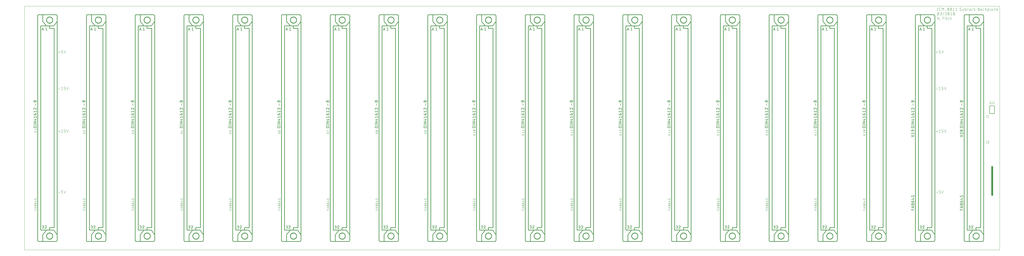
<source format=gto>
G75*
%MOIN*%
%OFA0B0*%
%FSLAX25Y25*%
%IPPOS*%
%LPD*%
%AMOC8*
5,1,8,0,0,1.08239X$1,22.5*
%
%ADD10C,0.00000*%
%ADD11C,0.00400*%
%ADD12C,0.01000*%
%ADD13C,0.00500*%
%ADD14C,0.00600*%
%ADD15C,0.03150*%
%ADD16C,0.00300*%
D10*
X0001300Y0001300D02*
X0001300Y0401300D01*
X1601300Y0401300D01*
X1601300Y0001300D01*
X0001300Y0001300D01*
X0037100Y0024100D02*
X0037102Y0024248D01*
X0037108Y0024396D01*
X0037118Y0024544D01*
X0037132Y0024692D01*
X0037150Y0024839D01*
X0037172Y0024986D01*
X0037198Y0025132D01*
X0037227Y0025277D01*
X0037261Y0025422D01*
X0037299Y0025565D01*
X0037340Y0025708D01*
X0037385Y0025849D01*
X0037435Y0025989D01*
X0037487Y0026127D01*
X0037544Y0026265D01*
X0037604Y0026400D01*
X0037668Y0026534D01*
X0037735Y0026666D01*
X0037806Y0026796D01*
X0037881Y0026925D01*
X0037959Y0027051D01*
X0038040Y0027175D01*
X0038124Y0027297D01*
X0038212Y0027416D01*
X0038303Y0027533D01*
X0038397Y0027648D01*
X0038495Y0027760D01*
X0038595Y0027869D01*
X0038698Y0027976D01*
X0038804Y0028080D01*
X0038912Y0028181D01*
X0039024Y0028279D01*
X0039138Y0028374D01*
X0039254Y0028465D01*
X0039373Y0028554D01*
X0039494Y0028639D01*
X0039618Y0028721D01*
X0039744Y0028800D01*
X0039871Y0028875D01*
X0040001Y0028947D01*
X0040133Y0029016D01*
X0040266Y0029080D01*
X0040401Y0029141D01*
X0040538Y0029199D01*
X0040676Y0029253D01*
X0040816Y0029303D01*
X0040957Y0029349D01*
X0041099Y0029391D01*
X0041242Y0029430D01*
X0041386Y0029464D01*
X0041532Y0029495D01*
X0041677Y0029522D01*
X0041824Y0029545D01*
X0041971Y0029564D01*
X0042119Y0029579D01*
X0042266Y0029590D01*
X0042415Y0029597D01*
X0042563Y0029600D01*
X0042711Y0029599D01*
X0042859Y0029594D01*
X0043007Y0029585D01*
X0043155Y0029572D01*
X0043303Y0029555D01*
X0043449Y0029534D01*
X0043596Y0029509D01*
X0043741Y0029480D01*
X0043886Y0029448D01*
X0044029Y0029411D01*
X0044172Y0029371D01*
X0044314Y0029326D01*
X0044454Y0029278D01*
X0044593Y0029226D01*
X0044730Y0029171D01*
X0044866Y0029111D01*
X0045001Y0029048D01*
X0045133Y0028982D01*
X0045264Y0028912D01*
X0045393Y0028838D01*
X0045519Y0028761D01*
X0045644Y0028681D01*
X0045766Y0028597D01*
X0045887Y0028510D01*
X0046004Y0028420D01*
X0046120Y0028326D01*
X0046232Y0028230D01*
X0046342Y0028131D01*
X0046450Y0028028D01*
X0046554Y0027923D01*
X0046656Y0027815D01*
X0046754Y0027704D01*
X0046850Y0027591D01*
X0046943Y0027475D01*
X0047032Y0027357D01*
X0047118Y0027236D01*
X0047201Y0027113D01*
X0047281Y0026988D01*
X0047357Y0026861D01*
X0047430Y0026731D01*
X0047499Y0026600D01*
X0047564Y0026467D01*
X0047627Y0026333D01*
X0047685Y0026196D01*
X0047740Y0026058D01*
X0047790Y0025919D01*
X0047838Y0025778D01*
X0047881Y0025637D01*
X0047921Y0025494D01*
X0047956Y0025350D01*
X0047988Y0025205D01*
X0048016Y0025059D01*
X0048040Y0024913D01*
X0048060Y0024766D01*
X0048076Y0024618D01*
X0048088Y0024471D01*
X0048096Y0024322D01*
X0048100Y0024174D01*
X0048100Y0024026D01*
X0048096Y0023878D01*
X0048088Y0023729D01*
X0048076Y0023582D01*
X0048060Y0023434D01*
X0048040Y0023287D01*
X0048016Y0023141D01*
X0047988Y0022995D01*
X0047956Y0022850D01*
X0047921Y0022706D01*
X0047881Y0022563D01*
X0047838Y0022422D01*
X0047790Y0022281D01*
X0047740Y0022142D01*
X0047685Y0022004D01*
X0047627Y0021867D01*
X0047564Y0021733D01*
X0047499Y0021600D01*
X0047430Y0021469D01*
X0047357Y0021339D01*
X0047281Y0021212D01*
X0047201Y0021087D01*
X0047118Y0020964D01*
X0047032Y0020843D01*
X0046943Y0020725D01*
X0046850Y0020609D01*
X0046754Y0020496D01*
X0046656Y0020385D01*
X0046554Y0020277D01*
X0046450Y0020172D01*
X0046342Y0020069D01*
X0046232Y0019970D01*
X0046120Y0019874D01*
X0046004Y0019780D01*
X0045887Y0019690D01*
X0045766Y0019603D01*
X0045644Y0019519D01*
X0045519Y0019439D01*
X0045393Y0019362D01*
X0045264Y0019288D01*
X0045133Y0019218D01*
X0045001Y0019152D01*
X0044866Y0019089D01*
X0044730Y0019029D01*
X0044593Y0018974D01*
X0044454Y0018922D01*
X0044314Y0018874D01*
X0044172Y0018829D01*
X0044029Y0018789D01*
X0043886Y0018752D01*
X0043741Y0018720D01*
X0043596Y0018691D01*
X0043449Y0018666D01*
X0043303Y0018645D01*
X0043155Y0018628D01*
X0043007Y0018615D01*
X0042859Y0018606D01*
X0042711Y0018601D01*
X0042563Y0018600D01*
X0042415Y0018603D01*
X0042266Y0018610D01*
X0042119Y0018621D01*
X0041971Y0018636D01*
X0041824Y0018655D01*
X0041677Y0018678D01*
X0041532Y0018705D01*
X0041386Y0018736D01*
X0041242Y0018770D01*
X0041099Y0018809D01*
X0040957Y0018851D01*
X0040816Y0018897D01*
X0040676Y0018947D01*
X0040538Y0019001D01*
X0040401Y0019059D01*
X0040266Y0019120D01*
X0040133Y0019184D01*
X0040001Y0019253D01*
X0039871Y0019325D01*
X0039744Y0019400D01*
X0039618Y0019479D01*
X0039494Y0019561D01*
X0039373Y0019646D01*
X0039254Y0019735D01*
X0039138Y0019826D01*
X0039024Y0019921D01*
X0038912Y0020019D01*
X0038804Y0020120D01*
X0038698Y0020224D01*
X0038595Y0020331D01*
X0038495Y0020440D01*
X0038397Y0020552D01*
X0038303Y0020667D01*
X0038212Y0020784D01*
X0038124Y0020903D01*
X0038040Y0021025D01*
X0037959Y0021149D01*
X0037881Y0021275D01*
X0037806Y0021404D01*
X0037735Y0021534D01*
X0037668Y0021666D01*
X0037604Y0021800D01*
X0037544Y0021935D01*
X0037487Y0022073D01*
X0037435Y0022211D01*
X0037385Y0022351D01*
X0037340Y0022492D01*
X0037299Y0022635D01*
X0037261Y0022778D01*
X0037227Y0022923D01*
X0037198Y0023068D01*
X0037172Y0023214D01*
X0037150Y0023361D01*
X0037132Y0023508D01*
X0037118Y0023656D01*
X0037108Y0023804D01*
X0037102Y0023952D01*
X0037100Y0024100D01*
X0117100Y0024100D02*
X0117102Y0024248D01*
X0117108Y0024396D01*
X0117118Y0024544D01*
X0117132Y0024692D01*
X0117150Y0024839D01*
X0117172Y0024986D01*
X0117198Y0025132D01*
X0117227Y0025277D01*
X0117261Y0025422D01*
X0117299Y0025565D01*
X0117340Y0025708D01*
X0117385Y0025849D01*
X0117435Y0025989D01*
X0117487Y0026127D01*
X0117544Y0026265D01*
X0117604Y0026400D01*
X0117668Y0026534D01*
X0117735Y0026666D01*
X0117806Y0026796D01*
X0117881Y0026925D01*
X0117959Y0027051D01*
X0118040Y0027175D01*
X0118124Y0027297D01*
X0118212Y0027416D01*
X0118303Y0027533D01*
X0118397Y0027648D01*
X0118495Y0027760D01*
X0118595Y0027869D01*
X0118698Y0027976D01*
X0118804Y0028080D01*
X0118912Y0028181D01*
X0119024Y0028279D01*
X0119138Y0028374D01*
X0119254Y0028465D01*
X0119373Y0028554D01*
X0119494Y0028639D01*
X0119618Y0028721D01*
X0119744Y0028800D01*
X0119871Y0028875D01*
X0120001Y0028947D01*
X0120133Y0029016D01*
X0120266Y0029080D01*
X0120401Y0029141D01*
X0120538Y0029199D01*
X0120676Y0029253D01*
X0120816Y0029303D01*
X0120957Y0029349D01*
X0121099Y0029391D01*
X0121242Y0029430D01*
X0121386Y0029464D01*
X0121532Y0029495D01*
X0121677Y0029522D01*
X0121824Y0029545D01*
X0121971Y0029564D01*
X0122119Y0029579D01*
X0122266Y0029590D01*
X0122415Y0029597D01*
X0122563Y0029600D01*
X0122711Y0029599D01*
X0122859Y0029594D01*
X0123007Y0029585D01*
X0123155Y0029572D01*
X0123303Y0029555D01*
X0123449Y0029534D01*
X0123596Y0029509D01*
X0123741Y0029480D01*
X0123886Y0029448D01*
X0124029Y0029411D01*
X0124172Y0029371D01*
X0124314Y0029326D01*
X0124454Y0029278D01*
X0124593Y0029226D01*
X0124730Y0029171D01*
X0124866Y0029111D01*
X0125001Y0029048D01*
X0125133Y0028982D01*
X0125264Y0028912D01*
X0125393Y0028838D01*
X0125519Y0028761D01*
X0125644Y0028681D01*
X0125766Y0028597D01*
X0125887Y0028510D01*
X0126004Y0028420D01*
X0126120Y0028326D01*
X0126232Y0028230D01*
X0126342Y0028131D01*
X0126450Y0028028D01*
X0126554Y0027923D01*
X0126656Y0027815D01*
X0126754Y0027704D01*
X0126850Y0027591D01*
X0126943Y0027475D01*
X0127032Y0027357D01*
X0127118Y0027236D01*
X0127201Y0027113D01*
X0127281Y0026988D01*
X0127357Y0026861D01*
X0127430Y0026731D01*
X0127499Y0026600D01*
X0127564Y0026467D01*
X0127627Y0026333D01*
X0127685Y0026196D01*
X0127740Y0026058D01*
X0127790Y0025919D01*
X0127838Y0025778D01*
X0127881Y0025637D01*
X0127921Y0025494D01*
X0127956Y0025350D01*
X0127988Y0025205D01*
X0128016Y0025059D01*
X0128040Y0024913D01*
X0128060Y0024766D01*
X0128076Y0024618D01*
X0128088Y0024471D01*
X0128096Y0024322D01*
X0128100Y0024174D01*
X0128100Y0024026D01*
X0128096Y0023878D01*
X0128088Y0023729D01*
X0128076Y0023582D01*
X0128060Y0023434D01*
X0128040Y0023287D01*
X0128016Y0023141D01*
X0127988Y0022995D01*
X0127956Y0022850D01*
X0127921Y0022706D01*
X0127881Y0022563D01*
X0127838Y0022422D01*
X0127790Y0022281D01*
X0127740Y0022142D01*
X0127685Y0022004D01*
X0127627Y0021867D01*
X0127564Y0021733D01*
X0127499Y0021600D01*
X0127430Y0021469D01*
X0127357Y0021339D01*
X0127281Y0021212D01*
X0127201Y0021087D01*
X0127118Y0020964D01*
X0127032Y0020843D01*
X0126943Y0020725D01*
X0126850Y0020609D01*
X0126754Y0020496D01*
X0126656Y0020385D01*
X0126554Y0020277D01*
X0126450Y0020172D01*
X0126342Y0020069D01*
X0126232Y0019970D01*
X0126120Y0019874D01*
X0126004Y0019780D01*
X0125887Y0019690D01*
X0125766Y0019603D01*
X0125644Y0019519D01*
X0125519Y0019439D01*
X0125393Y0019362D01*
X0125264Y0019288D01*
X0125133Y0019218D01*
X0125001Y0019152D01*
X0124866Y0019089D01*
X0124730Y0019029D01*
X0124593Y0018974D01*
X0124454Y0018922D01*
X0124314Y0018874D01*
X0124172Y0018829D01*
X0124029Y0018789D01*
X0123886Y0018752D01*
X0123741Y0018720D01*
X0123596Y0018691D01*
X0123449Y0018666D01*
X0123303Y0018645D01*
X0123155Y0018628D01*
X0123007Y0018615D01*
X0122859Y0018606D01*
X0122711Y0018601D01*
X0122563Y0018600D01*
X0122415Y0018603D01*
X0122266Y0018610D01*
X0122119Y0018621D01*
X0121971Y0018636D01*
X0121824Y0018655D01*
X0121677Y0018678D01*
X0121532Y0018705D01*
X0121386Y0018736D01*
X0121242Y0018770D01*
X0121099Y0018809D01*
X0120957Y0018851D01*
X0120816Y0018897D01*
X0120676Y0018947D01*
X0120538Y0019001D01*
X0120401Y0019059D01*
X0120266Y0019120D01*
X0120133Y0019184D01*
X0120001Y0019253D01*
X0119871Y0019325D01*
X0119744Y0019400D01*
X0119618Y0019479D01*
X0119494Y0019561D01*
X0119373Y0019646D01*
X0119254Y0019735D01*
X0119138Y0019826D01*
X0119024Y0019921D01*
X0118912Y0020019D01*
X0118804Y0020120D01*
X0118698Y0020224D01*
X0118595Y0020331D01*
X0118495Y0020440D01*
X0118397Y0020552D01*
X0118303Y0020667D01*
X0118212Y0020784D01*
X0118124Y0020903D01*
X0118040Y0021025D01*
X0117959Y0021149D01*
X0117881Y0021275D01*
X0117806Y0021404D01*
X0117735Y0021534D01*
X0117668Y0021666D01*
X0117604Y0021800D01*
X0117544Y0021935D01*
X0117487Y0022073D01*
X0117435Y0022211D01*
X0117385Y0022351D01*
X0117340Y0022492D01*
X0117299Y0022635D01*
X0117261Y0022778D01*
X0117227Y0022923D01*
X0117198Y0023068D01*
X0117172Y0023214D01*
X0117150Y0023361D01*
X0117132Y0023508D01*
X0117118Y0023656D01*
X0117108Y0023804D01*
X0117102Y0023952D01*
X0117100Y0024100D01*
X0197100Y0024100D02*
X0197102Y0024248D01*
X0197108Y0024396D01*
X0197118Y0024544D01*
X0197132Y0024692D01*
X0197150Y0024839D01*
X0197172Y0024986D01*
X0197198Y0025132D01*
X0197227Y0025277D01*
X0197261Y0025422D01*
X0197299Y0025565D01*
X0197340Y0025708D01*
X0197385Y0025849D01*
X0197435Y0025989D01*
X0197487Y0026127D01*
X0197544Y0026265D01*
X0197604Y0026400D01*
X0197668Y0026534D01*
X0197735Y0026666D01*
X0197806Y0026796D01*
X0197881Y0026925D01*
X0197959Y0027051D01*
X0198040Y0027175D01*
X0198124Y0027297D01*
X0198212Y0027416D01*
X0198303Y0027533D01*
X0198397Y0027648D01*
X0198495Y0027760D01*
X0198595Y0027869D01*
X0198698Y0027976D01*
X0198804Y0028080D01*
X0198912Y0028181D01*
X0199024Y0028279D01*
X0199138Y0028374D01*
X0199254Y0028465D01*
X0199373Y0028554D01*
X0199494Y0028639D01*
X0199618Y0028721D01*
X0199744Y0028800D01*
X0199871Y0028875D01*
X0200001Y0028947D01*
X0200133Y0029016D01*
X0200266Y0029080D01*
X0200401Y0029141D01*
X0200538Y0029199D01*
X0200676Y0029253D01*
X0200816Y0029303D01*
X0200957Y0029349D01*
X0201099Y0029391D01*
X0201242Y0029430D01*
X0201386Y0029464D01*
X0201532Y0029495D01*
X0201677Y0029522D01*
X0201824Y0029545D01*
X0201971Y0029564D01*
X0202119Y0029579D01*
X0202266Y0029590D01*
X0202415Y0029597D01*
X0202563Y0029600D01*
X0202711Y0029599D01*
X0202859Y0029594D01*
X0203007Y0029585D01*
X0203155Y0029572D01*
X0203303Y0029555D01*
X0203449Y0029534D01*
X0203596Y0029509D01*
X0203741Y0029480D01*
X0203886Y0029448D01*
X0204029Y0029411D01*
X0204172Y0029371D01*
X0204314Y0029326D01*
X0204454Y0029278D01*
X0204593Y0029226D01*
X0204730Y0029171D01*
X0204866Y0029111D01*
X0205001Y0029048D01*
X0205133Y0028982D01*
X0205264Y0028912D01*
X0205393Y0028838D01*
X0205519Y0028761D01*
X0205644Y0028681D01*
X0205766Y0028597D01*
X0205887Y0028510D01*
X0206004Y0028420D01*
X0206120Y0028326D01*
X0206232Y0028230D01*
X0206342Y0028131D01*
X0206450Y0028028D01*
X0206554Y0027923D01*
X0206656Y0027815D01*
X0206754Y0027704D01*
X0206850Y0027591D01*
X0206943Y0027475D01*
X0207032Y0027357D01*
X0207118Y0027236D01*
X0207201Y0027113D01*
X0207281Y0026988D01*
X0207357Y0026861D01*
X0207430Y0026731D01*
X0207499Y0026600D01*
X0207564Y0026467D01*
X0207627Y0026333D01*
X0207685Y0026196D01*
X0207740Y0026058D01*
X0207790Y0025919D01*
X0207838Y0025778D01*
X0207881Y0025637D01*
X0207921Y0025494D01*
X0207956Y0025350D01*
X0207988Y0025205D01*
X0208016Y0025059D01*
X0208040Y0024913D01*
X0208060Y0024766D01*
X0208076Y0024618D01*
X0208088Y0024471D01*
X0208096Y0024322D01*
X0208100Y0024174D01*
X0208100Y0024026D01*
X0208096Y0023878D01*
X0208088Y0023729D01*
X0208076Y0023582D01*
X0208060Y0023434D01*
X0208040Y0023287D01*
X0208016Y0023141D01*
X0207988Y0022995D01*
X0207956Y0022850D01*
X0207921Y0022706D01*
X0207881Y0022563D01*
X0207838Y0022422D01*
X0207790Y0022281D01*
X0207740Y0022142D01*
X0207685Y0022004D01*
X0207627Y0021867D01*
X0207564Y0021733D01*
X0207499Y0021600D01*
X0207430Y0021469D01*
X0207357Y0021339D01*
X0207281Y0021212D01*
X0207201Y0021087D01*
X0207118Y0020964D01*
X0207032Y0020843D01*
X0206943Y0020725D01*
X0206850Y0020609D01*
X0206754Y0020496D01*
X0206656Y0020385D01*
X0206554Y0020277D01*
X0206450Y0020172D01*
X0206342Y0020069D01*
X0206232Y0019970D01*
X0206120Y0019874D01*
X0206004Y0019780D01*
X0205887Y0019690D01*
X0205766Y0019603D01*
X0205644Y0019519D01*
X0205519Y0019439D01*
X0205393Y0019362D01*
X0205264Y0019288D01*
X0205133Y0019218D01*
X0205001Y0019152D01*
X0204866Y0019089D01*
X0204730Y0019029D01*
X0204593Y0018974D01*
X0204454Y0018922D01*
X0204314Y0018874D01*
X0204172Y0018829D01*
X0204029Y0018789D01*
X0203886Y0018752D01*
X0203741Y0018720D01*
X0203596Y0018691D01*
X0203449Y0018666D01*
X0203303Y0018645D01*
X0203155Y0018628D01*
X0203007Y0018615D01*
X0202859Y0018606D01*
X0202711Y0018601D01*
X0202563Y0018600D01*
X0202415Y0018603D01*
X0202266Y0018610D01*
X0202119Y0018621D01*
X0201971Y0018636D01*
X0201824Y0018655D01*
X0201677Y0018678D01*
X0201532Y0018705D01*
X0201386Y0018736D01*
X0201242Y0018770D01*
X0201099Y0018809D01*
X0200957Y0018851D01*
X0200816Y0018897D01*
X0200676Y0018947D01*
X0200538Y0019001D01*
X0200401Y0019059D01*
X0200266Y0019120D01*
X0200133Y0019184D01*
X0200001Y0019253D01*
X0199871Y0019325D01*
X0199744Y0019400D01*
X0199618Y0019479D01*
X0199494Y0019561D01*
X0199373Y0019646D01*
X0199254Y0019735D01*
X0199138Y0019826D01*
X0199024Y0019921D01*
X0198912Y0020019D01*
X0198804Y0020120D01*
X0198698Y0020224D01*
X0198595Y0020331D01*
X0198495Y0020440D01*
X0198397Y0020552D01*
X0198303Y0020667D01*
X0198212Y0020784D01*
X0198124Y0020903D01*
X0198040Y0021025D01*
X0197959Y0021149D01*
X0197881Y0021275D01*
X0197806Y0021404D01*
X0197735Y0021534D01*
X0197668Y0021666D01*
X0197604Y0021800D01*
X0197544Y0021935D01*
X0197487Y0022073D01*
X0197435Y0022211D01*
X0197385Y0022351D01*
X0197340Y0022492D01*
X0197299Y0022635D01*
X0197261Y0022778D01*
X0197227Y0022923D01*
X0197198Y0023068D01*
X0197172Y0023214D01*
X0197150Y0023361D01*
X0197132Y0023508D01*
X0197118Y0023656D01*
X0197108Y0023804D01*
X0197102Y0023952D01*
X0197100Y0024100D01*
X0277100Y0024100D02*
X0277102Y0024248D01*
X0277108Y0024396D01*
X0277118Y0024544D01*
X0277132Y0024692D01*
X0277150Y0024839D01*
X0277172Y0024986D01*
X0277198Y0025132D01*
X0277227Y0025277D01*
X0277261Y0025422D01*
X0277299Y0025565D01*
X0277340Y0025708D01*
X0277385Y0025849D01*
X0277435Y0025989D01*
X0277487Y0026127D01*
X0277544Y0026265D01*
X0277604Y0026400D01*
X0277668Y0026534D01*
X0277735Y0026666D01*
X0277806Y0026796D01*
X0277881Y0026925D01*
X0277959Y0027051D01*
X0278040Y0027175D01*
X0278124Y0027297D01*
X0278212Y0027416D01*
X0278303Y0027533D01*
X0278397Y0027648D01*
X0278495Y0027760D01*
X0278595Y0027869D01*
X0278698Y0027976D01*
X0278804Y0028080D01*
X0278912Y0028181D01*
X0279024Y0028279D01*
X0279138Y0028374D01*
X0279254Y0028465D01*
X0279373Y0028554D01*
X0279494Y0028639D01*
X0279618Y0028721D01*
X0279744Y0028800D01*
X0279871Y0028875D01*
X0280001Y0028947D01*
X0280133Y0029016D01*
X0280266Y0029080D01*
X0280401Y0029141D01*
X0280538Y0029199D01*
X0280676Y0029253D01*
X0280816Y0029303D01*
X0280957Y0029349D01*
X0281099Y0029391D01*
X0281242Y0029430D01*
X0281386Y0029464D01*
X0281532Y0029495D01*
X0281677Y0029522D01*
X0281824Y0029545D01*
X0281971Y0029564D01*
X0282119Y0029579D01*
X0282266Y0029590D01*
X0282415Y0029597D01*
X0282563Y0029600D01*
X0282711Y0029599D01*
X0282859Y0029594D01*
X0283007Y0029585D01*
X0283155Y0029572D01*
X0283303Y0029555D01*
X0283449Y0029534D01*
X0283596Y0029509D01*
X0283741Y0029480D01*
X0283886Y0029448D01*
X0284029Y0029411D01*
X0284172Y0029371D01*
X0284314Y0029326D01*
X0284454Y0029278D01*
X0284593Y0029226D01*
X0284730Y0029171D01*
X0284866Y0029111D01*
X0285001Y0029048D01*
X0285133Y0028982D01*
X0285264Y0028912D01*
X0285393Y0028838D01*
X0285519Y0028761D01*
X0285644Y0028681D01*
X0285766Y0028597D01*
X0285887Y0028510D01*
X0286004Y0028420D01*
X0286120Y0028326D01*
X0286232Y0028230D01*
X0286342Y0028131D01*
X0286450Y0028028D01*
X0286554Y0027923D01*
X0286656Y0027815D01*
X0286754Y0027704D01*
X0286850Y0027591D01*
X0286943Y0027475D01*
X0287032Y0027357D01*
X0287118Y0027236D01*
X0287201Y0027113D01*
X0287281Y0026988D01*
X0287357Y0026861D01*
X0287430Y0026731D01*
X0287499Y0026600D01*
X0287564Y0026467D01*
X0287627Y0026333D01*
X0287685Y0026196D01*
X0287740Y0026058D01*
X0287790Y0025919D01*
X0287838Y0025778D01*
X0287881Y0025637D01*
X0287921Y0025494D01*
X0287956Y0025350D01*
X0287988Y0025205D01*
X0288016Y0025059D01*
X0288040Y0024913D01*
X0288060Y0024766D01*
X0288076Y0024618D01*
X0288088Y0024471D01*
X0288096Y0024322D01*
X0288100Y0024174D01*
X0288100Y0024026D01*
X0288096Y0023878D01*
X0288088Y0023729D01*
X0288076Y0023582D01*
X0288060Y0023434D01*
X0288040Y0023287D01*
X0288016Y0023141D01*
X0287988Y0022995D01*
X0287956Y0022850D01*
X0287921Y0022706D01*
X0287881Y0022563D01*
X0287838Y0022422D01*
X0287790Y0022281D01*
X0287740Y0022142D01*
X0287685Y0022004D01*
X0287627Y0021867D01*
X0287564Y0021733D01*
X0287499Y0021600D01*
X0287430Y0021469D01*
X0287357Y0021339D01*
X0287281Y0021212D01*
X0287201Y0021087D01*
X0287118Y0020964D01*
X0287032Y0020843D01*
X0286943Y0020725D01*
X0286850Y0020609D01*
X0286754Y0020496D01*
X0286656Y0020385D01*
X0286554Y0020277D01*
X0286450Y0020172D01*
X0286342Y0020069D01*
X0286232Y0019970D01*
X0286120Y0019874D01*
X0286004Y0019780D01*
X0285887Y0019690D01*
X0285766Y0019603D01*
X0285644Y0019519D01*
X0285519Y0019439D01*
X0285393Y0019362D01*
X0285264Y0019288D01*
X0285133Y0019218D01*
X0285001Y0019152D01*
X0284866Y0019089D01*
X0284730Y0019029D01*
X0284593Y0018974D01*
X0284454Y0018922D01*
X0284314Y0018874D01*
X0284172Y0018829D01*
X0284029Y0018789D01*
X0283886Y0018752D01*
X0283741Y0018720D01*
X0283596Y0018691D01*
X0283449Y0018666D01*
X0283303Y0018645D01*
X0283155Y0018628D01*
X0283007Y0018615D01*
X0282859Y0018606D01*
X0282711Y0018601D01*
X0282563Y0018600D01*
X0282415Y0018603D01*
X0282266Y0018610D01*
X0282119Y0018621D01*
X0281971Y0018636D01*
X0281824Y0018655D01*
X0281677Y0018678D01*
X0281532Y0018705D01*
X0281386Y0018736D01*
X0281242Y0018770D01*
X0281099Y0018809D01*
X0280957Y0018851D01*
X0280816Y0018897D01*
X0280676Y0018947D01*
X0280538Y0019001D01*
X0280401Y0019059D01*
X0280266Y0019120D01*
X0280133Y0019184D01*
X0280001Y0019253D01*
X0279871Y0019325D01*
X0279744Y0019400D01*
X0279618Y0019479D01*
X0279494Y0019561D01*
X0279373Y0019646D01*
X0279254Y0019735D01*
X0279138Y0019826D01*
X0279024Y0019921D01*
X0278912Y0020019D01*
X0278804Y0020120D01*
X0278698Y0020224D01*
X0278595Y0020331D01*
X0278495Y0020440D01*
X0278397Y0020552D01*
X0278303Y0020667D01*
X0278212Y0020784D01*
X0278124Y0020903D01*
X0278040Y0021025D01*
X0277959Y0021149D01*
X0277881Y0021275D01*
X0277806Y0021404D01*
X0277735Y0021534D01*
X0277668Y0021666D01*
X0277604Y0021800D01*
X0277544Y0021935D01*
X0277487Y0022073D01*
X0277435Y0022211D01*
X0277385Y0022351D01*
X0277340Y0022492D01*
X0277299Y0022635D01*
X0277261Y0022778D01*
X0277227Y0022923D01*
X0277198Y0023068D01*
X0277172Y0023214D01*
X0277150Y0023361D01*
X0277132Y0023508D01*
X0277118Y0023656D01*
X0277108Y0023804D01*
X0277102Y0023952D01*
X0277100Y0024100D01*
X0357100Y0024100D02*
X0357102Y0024248D01*
X0357108Y0024396D01*
X0357118Y0024544D01*
X0357132Y0024692D01*
X0357150Y0024839D01*
X0357172Y0024986D01*
X0357198Y0025132D01*
X0357227Y0025277D01*
X0357261Y0025422D01*
X0357299Y0025565D01*
X0357340Y0025708D01*
X0357385Y0025849D01*
X0357435Y0025989D01*
X0357487Y0026127D01*
X0357544Y0026265D01*
X0357604Y0026400D01*
X0357668Y0026534D01*
X0357735Y0026666D01*
X0357806Y0026796D01*
X0357881Y0026925D01*
X0357959Y0027051D01*
X0358040Y0027175D01*
X0358124Y0027297D01*
X0358212Y0027416D01*
X0358303Y0027533D01*
X0358397Y0027648D01*
X0358495Y0027760D01*
X0358595Y0027869D01*
X0358698Y0027976D01*
X0358804Y0028080D01*
X0358912Y0028181D01*
X0359024Y0028279D01*
X0359138Y0028374D01*
X0359254Y0028465D01*
X0359373Y0028554D01*
X0359494Y0028639D01*
X0359618Y0028721D01*
X0359744Y0028800D01*
X0359871Y0028875D01*
X0360001Y0028947D01*
X0360133Y0029016D01*
X0360266Y0029080D01*
X0360401Y0029141D01*
X0360538Y0029199D01*
X0360676Y0029253D01*
X0360816Y0029303D01*
X0360957Y0029349D01*
X0361099Y0029391D01*
X0361242Y0029430D01*
X0361386Y0029464D01*
X0361532Y0029495D01*
X0361677Y0029522D01*
X0361824Y0029545D01*
X0361971Y0029564D01*
X0362119Y0029579D01*
X0362266Y0029590D01*
X0362415Y0029597D01*
X0362563Y0029600D01*
X0362711Y0029599D01*
X0362859Y0029594D01*
X0363007Y0029585D01*
X0363155Y0029572D01*
X0363303Y0029555D01*
X0363449Y0029534D01*
X0363596Y0029509D01*
X0363741Y0029480D01*
X0363886Y0029448D01*
X0364029Y0029411D01*
X0364172Y0029371D01*
X0364314Y0029326D01*
X0364454Y0029278D01*
X0364593Y0029226D01*
X0364730Y0029171D01*
X0364866Y0029111D01*
X0365001Y0029048D01*
X0365133Y0028982D01*
X0365264Y0028912D01*
X0365393Y0028838D01*
X0365519Y0028761D01*
X0365644Y0028681D01*
X0365766Y0028597D01*
X0365887Y0028510D01*
X0366004Y0028420D01*
X0366120Y0028326D01*
X0366232Y0028230D01*
X0366342Y0028131D01*
X0366450Y0028028D01*
X0366554Y0027923D01*
X0366656Y0027815D01*
X0366754Y0027704D01*
X0366850Y0027591D01*
X0366943Y0027475D01*
X0367032Y0027357D01*
X0367118Y0027236D01*
X0367201Y0027113D01*
X0367281Y0026988D01*
X0367357Y0026861D01*
X0367430Y0026731D01*
X0367499Y0026600D01*
X0367564Y0026467D01*
X0367627Y0026333D01*
X0367685Y0026196D01*
X0367740Y0026058D01*
X0367790Y0025919D01*
X0367838Y0025778D01*
X0367881Y0025637D01*
X0367921Y0025494D01*
X0367956Y0025350D01*
X0367988Y0025205D01*
X0368016Y0025059D01*
X0368040Y0024913D01*
X0368060Y0024766D01*
X0368076Y0024618D01*
X0368088Y0024471D01*
X0368096Y0024322D01*
X0368100Y0024174D01*
X0368100Y0024026D01*
X0368096Y0023878D01*
X0368088Y0023729D01*
X0368076Y0023582D01*
X0368060Y0023434D01*
X0368040Y0023287D01*
X0368016Y0023141D01*
X0367988Y0022995D01*
X0367956Y0022850D01*
X0367921Y0022706D01*
X0367881Y0022563D01*
X0367838Y0022422D01*
X0367790Y0022281D01*
X0367740Y0022142D01*
X0367685Y0022004D01*
X0367627Y0021867D01*
X0367564Y0021733D01*
X0367499Y0021600D01*
X0367430Y0021469D01*
X0367357Y0021339D01*
X0367281Y0021212D01*
X0367201Y0021087D01*
X0367118Y0020964D01*
X0367032Y0020843D01*
X0366943Y0020725D01*
X0366850Y0020609D01*
X0366754Y0020496D01*
X0366656Y0020385D01*
X0366554Y0020277D01*
X0366450Y0020172D01*
X0366342Y0020069D01*
X0366232Y0019970D01*
X0366120Y0019874D01*
X0366004Y0019780D01*
X0365887Y0019690D01*
X0365766Y0019603D01*
X0365644Y0019519D01*
X0365519Y0019439D01*
X0365393Y0019362D01*
X0365264Y0019288D01*
X0365133Y0019218D01*
X0365001Y0019152D01*
X0364866Y0019089D01*
X0364730Y0019029D01*
X0364593Y0018974D01*
X0364454Y0018922D01*
X0364314Y0018874D01*
X0364172Y0018829D01*
X0364029Y0018789D01*
X0363886Y0018752D01*
X0363741Y0018720D01*
X0363596Y0018691D01*
X0363449Y0018666D01*
X0363303Y0018645D01*
X0363155Y0018628D01*
X0363007Y0018615D01*
X0362859Y0018606D01*
X0362711Y0018601D01*
X0362563Y0018600D01*
X0362415Y0018603D01*
X0362266Y0018610D01*
X0362119Y0018621D01*
X0361971Y0018636D01*
X0361824Y0018655D01*
X0361677Y0018678D01*
X0361532Y0018705D01*
X0361386Y0018736D01*
X0361242Y0018770D01*
X0361099Y0018809D01*
X0360957Y0018851D01*
X0360816Y0018897D01*
X0360676Y0018947D01*
X0360538Y0019001D01*
X0360401Y0019059D01*
X0360266Y0019120D01*
X0360133Y0019184D01*
X0360001Y0019253D01*
X0359871Y0019325D01*
X0359744Y0019400D01*
X0359618Y0019479D01*
X0359494Y0019561D01*
X0359373Y0019646D01*
X0359254Y0019735D01*
X0359138Y0019826D01*
X0359024Y0019921D01*
X0358912Y0020019D01*
X0358804Y0020120D01*
X0358698Y0020224D01*
X0358595Y0020331D01*
X0358495Y0020440D01*
X0358397Y0020552D01*
X0358303Y0020667D01*
X0358212Y0020784D01*
X0358124Y0020903D01*
X0358040Y0021025D01*
X0357959Y0021149D01*
X0357881Y0021275D01*
X0357806Y0021404D01*
X0357735Y0021534D01*
X0357668Y0021666D01*
X0357604Y0021800D01*
X0357544Y0021935D01*
X0357487Y0022073D01*
X0357435Y0022211D01*
X0357385Y0022351D01*
X0357340Y0022492D01*
X0357299Y0022635D01*
X0357261Y0022778D01*
X0357227Y0022923D01*
X0357198Y0023068D01*
X0357172Y0023214D01*
X0357150Y0023361D01*
X0357132Y0023508D01*
X0357118Y0023656D01*
X0357108Y0023804D01*
X0357102Y0023952D01*
X0357100Y0024100D01*
X0437100Y0024100D02*
X0437102Y0024248D01*
X0437108Y0024396D01*
X0437118Y0024544D01*
X0437132Y0024692D01*
X0437150Y0024839D01*
X0437172Y0024986D01*
X0437198Y0025132D01*
X0437227Y0025277D01*
X0437261Y0025422D01*
X0437299Y0025565D01*
X0437340Y0025708D01*
X0437385Y0025849D01*
X0437435Y0025989D01*
X0437487Y0026127D01*
X0437544Y0026265D01*
X0437604Y0026400D01*
X0437668Y0026534D01*
X0437735Y0026666D01*
X0437806Y0026796D01*
X0437881Y0026925D01*
X0437959Y0027051D01*
X0438040Y0027175D01*
X0438124Y0027297D01*
X0438212Y0027416D01*
X0438303Y0027533D01*
X0438397Y0027648D01*
X0438495Y0027760D01*
X0438595Y0027869D01*
X0438698Y0027976D01*
X0438804Y0028080D01*
X0438912Y0028181D01*
X0439024Y0028279D01*
X0439138Y0028374D01*
X0439254Y0028465D01*
X0439373Y0028554D01*
X0439494Y0028639D01*
X0439618Y0028721D01*
X0439744Y0028800D01*
X0439871Y0028875D01*
X0440001Y0028947D01*
X0440133Y0029016D01*
X0440266Y0029080D01*
X0440401Y0029141D01*
X0440538Y0029199D01*
X0440676Y0029253D01*
X0440816Y0029303D01*
X0440957Y0029349D01*
X0441099Y0029391D01*
X0441242Y0029430D01*
X0441386Y0029464D01*
X0441532Y0029495D01*
X0441677Y0029522D01*
X0441824Y0029545D01*
X0441971Y0029564D01*
X0442119Y0029579D01*
X0442266Y0029590D01*
X0442415Y0029597D01*
X0442563Y0029600D01*
X0442711Y0029599D01*
X0442859Y0029594D01*
X0443007Y0029585D01*
X0443155Y0029572D01*
X0443303Y0029555D01*
X0443449Y0029534D01*
X0443596Y0029509D01*
X0443741Y0029480D01*
X0443886Y0029448D01*
X0444029Y0029411D01*
X0444172Y0029371D01*
X0444314Y0029326D01*
X0444454Y0029278D01*
X0444593Y0029226D01*
X0444730Y0029171D01*
X0444866Y0029111D01*
X0445001Y0029048D01*
X0445133Y0028982D01*
X0445264Y0028912D01*
X0445393Y0028838D01*
X0445519Y0028761D01*
X0445644Y0028681D01*
X0445766Y0028597D01*
X0445887Y0028510D01*
X0446004Y0028420D01*
X0446120Y0028326D01*
X0446232Y0028230D01*
X0446342Y0028131D01*
X0446450Y0028028D01*
X0446554Y0027923D01*
X0446656Y0027815D01*
X0446754Y0027704D01*
X0446850Y0027591D01*
X0446943Y0027475D01*
X0447032Y0027357D01*
X0447118Y0027236D01*
X0447201Y0027113D01*
X0447281Y0026988D01*
X0447357Y0026861D01*
X0447430Y0026731D01*
X0447499Y0026600D01*
X0447564Y0026467D01*
X0447627Y0026333D01*
X0447685Y0026196D01*
X0447740Y0026058D01*
X0447790Y0025919D01*
X0447838Y0025778D01*
X0447881Y0025637D01*
X0447921Y0025494D01*
X0447956Y0025350D01*
X0447988Y0025205D01*
X0448016Y0025059D01*
X0448040Y0024913D01*
X0448060Y0024766D01*
X0448076Y0024618D01*
X0448088Y0024471D01*
X0448096Y0024322D01*
X0448100Y0024174D01*
X0448100Y0024026D01*
X0448096Y0023878D01*
X0448088Y0023729D01*
X0448076Y0023582D01*
X0448060Y0023434D01*
X0448040Y0023287D01*
X0448016Y0023141D01*
X0447988Y0022995D01*
X0447956Y0022850D01*
X0447921Y0022706D01*
X0447881Y0022563D01*
X0447838Y0022422D01*
X0447790Y0022281D01*
X0447740Y0022142D01*
X0447685Y0022004D01*
X0447627Y0021867D01*
X0447564Y0021733D01*
X0447499Y0021600D01*
X0447430Y0021469D01*
X0447357Y0021339D01*
X0447281Y0021212D01*
X0447201Y0021087D01*
X0447118Y0020964D01*
X0447032Y0020843D01*
X0446943Y0020725D01*
X0446850Y0020609D01*
X0446754Y0020496D01*
X0446656Y0020385D01*
X0446554Y0020277D01*
X0446450Y0020172D01*
X0446342Y0020069D01*
X0446232Y0019970D01*
X0446120Y0019874D01*
X0446004Y0019780D01*
X0445887Y0019690D01*
X0445766Y0019603D01*
X0445644Y0019519D01*
X0445519Y0019439D01*
X0445393Y0019362D01*
X0445264Y0019288D01*
X0445133Y0019218D01*
X0445001Y0019152D01*
X0444866Y0019089D01*
X0444730Y0019029D01*
X0444593Y0018974D01*
X0444454Y0018922D01*
X0444314Y0018874D01*
X0444172Y0018829D01*
X0444029Y0018789D01*
X0443886Y0018752D01*
X0443741Y0018720D01*
X0443596Y0018691D01*
X0443449Y0018666D01*
X0443303Y0018645D01*
X0443155Y0018628D01*
X0443007Y0018615D01*
X0442859Y0018606D01*
X0442711Y0018601D01*
X0442563Y0018600D01*
X0442415Y0018603D01*
X0442266Y0018610D01*
X0442119Y0018621D01*
X0441971Y0018636D01*
X0441824Y0018655D01*
X0441677Y0018678D01*
X0441532Y0018705D01*
X0441386Y0018736D01*
X0441242Y0018770D01*
X0441099Y0018809D01*
X0440957Y0018851D01*
X0440816Y0018897D01*
X0440676Y0018947D01*
X0440538Y0019001D01*
X0440401Y0019059D01*
X0440266Y0019120D01*
X0440133Y0019184D01*
X0440001Y0019253D01*
X0439871Y0019325D01*
X0439744Y0019400D01*
X0439618Y0019479D01*
X0439494Y0019561D01*
X0439373Y0019646D01*
X0439254Y0019735D01*
X0439138Y0019826D01*
X0439024Y0019921D01*
X0438912Y0020019D01*
X0438804Y0020120D01*
X0438698Y0020224D01*
X0438595Y0020331D01*
X0438495Y0020440D01*
X0438397Y0020552D01*
X0438303Y0020667D01*
X0438212Y0020784D01*
X0438124Y0020903D01*
X0438040Y0021025D01*
X0437959Y0021149D01*
X0437881Y0021275D01*
X0437806Y0021404D01*
X0437735Y0021534D01*
X0437668Y0021666D01*
X0437604Y0021800D01*
X0437544Y0021935D01*
X0437487Y0022073D01*
X0437435Y0022211D01*
X0437385Y0022351D01*
X0437340Y0022492D01*
X0437299Y0022635D01*
X0437261Y0022778D01*
X0437227Y0022923D01*
X0437198Y0023068D01*
X0437172Y0023214D01*
X0437150Y0023361D01*
X0437132Y0023508D01*
X0437118Y0023656D01*
X0437108Y0023804D01*
X0437102Y0023952D01*
X0437100Y0024100D01*
X0517100Y0024100D02*
X0517102Y0024248D01*
X0517108Y0024396D01*
X0517118Y0024544D01*
X0517132Y0024692D01*
X0517150Y0024839D01*
X0517172Y0024986D01*
X0517198Y0025132D01*
X0517227Y0025277D01*
X0517261Y0025422D01*
X0517299Y0025565D01*
X0517340Y0025708D01*
X0517385Y0025849D01*
X0517435Y0025989D01*
X0517487Y0026127D01*
X0517544Y0026265D01*
X0517604Y0026400D01*
X0517668Y0026534D01*
X0517735Y0026666D01*
X0517806Y0026796D01*
X0517881Y0026925D01*
X0517959Y0027051D01*
X0518040Y0027175D01*
X0518124Y0027297D01*
X0518212Y0027416D01*
X0518303Y0027533D01*
X0518397Y0027648D01*
X0518495Y0027760D01*
X0518595Y0027869D01*
X0518698Y0027976D01*
X0518804Y0028080D01*
X0518912Y0028181D01*
X0519024Y0028279D01*
X0519138Y0028374D01*
X0519254Y0028465D01*
X0519373Y0028554D01*
X0519494Y0028639D01*
X0519618Y0028721D01*
X0519744Y0028800D01*
X0519871Y0028875D01*
X0520001Y0028947D01*
X0520133Y0029016D01*
X0520266Y0029080D01*
X0520401Y0029141D01*
X0520538Y0029199D01*
X0520676Y0029253D01*
X0520816Y0029303D01*
X0520957Y0029349D01*
X0521099Y0029391D01*
X0521242Y0029430D01*
X0521386Y0029464D01*
X0521532Y0029495D01*
X0521677Y0029522D01*
X0521824Y0029545D01*
X0521971Y0029564D01*
X0522119Y0029579D01*
X0522266Y0029590D01*
X0522415Y0029597D01*
X0522563Y0029600D01*
X0522711Y0029599D01*
X0522859Y0029594D01*
X0523007Y0029585D01*
X0523155Y0029572D01*
X0523303Y0029555D01*
X0523449Y0029534D01*
X0523596Y0029509D01*
X0523741Y0029480D01*
X0523886Y0029448D01*
X0524029Y0029411D01*
X0524172Y0029371D01*
X0524314Y0029326D01*
X0524454Y0029278D01*
X0524593Y0029226D01*
X0524730Y0029171D01*
X0524866Y0029111D01*
X0525001Y0029048D01*
X0525133Y0028982D01*
X0525264Y0028912D01*
X0525393Y0028838D01*
X0525519Y0028761D01*
X0525644Y0028681D01*
X0525766Y0028597D01*
X0525887Y0028510D01*
X0526004Y0028420D01*
X0526120Y0028326D01*
X0526232Y0028230D01*
X0526342Y0028131D01*
X0526450Y0028028D01*
X0526554Y0027923D01*
X0526656Y0027815D01*
X0526754Y0027704D01*
X0526850Y0027591D01*
X0526943Y0027475D01*
X0527032Y0027357D01*
X0527118Y0027236D01*
X0527201Y0027113D01*
X0527281Y0026988D01*
X0527357Y0026861D01*
X0527430Y0026731D01*
X0527499Y0026600D01*
X0527564Y0026467D01*
X0527627Y0026333D01*
X0527685Y0026196D01*
X0527740Y0026058D01*
X0527790Y0025919D01*
X0527838Y0025778D01*
X0527881Y0025637D01*
X0527921Y0025494D01*
X0527956Y0025350D01*
X0527988Y0025205D01*
X0528016Y0025059D01*
X0528040Y0024913D01*
X0528060Y0024766D01*
X0528076Y0024618D01*
X0528088Y0024471D01*
X0528096Y0024322D01*
X0528100Y0024174D01*
X0528100Y0024026D01*
X0528096Y0023878D01*
X0528088Y0023729D01*
X0528076Y0023582D01*
X0528060Y0023434D01*
X0528040Y0023287D01*
X0528016Y0023141D01*
X0527988Y0022995D01*
X0527956Y0022850D01*
X0527921Y0022706D01*
X0527881Y0022563D01*
X0527838Y0022422D01*
X0527790Y0022281D01*
X0527740Y0022142D01*
X0527685Y0022004D01*
X0527627Y0021867D01*
X0527564Y0021733D01*
X0527499Y0021600D01*
X0527430Y0021469D01*
X0527357Y0021339D01*
X0527281Y0021212D01*
X0527201Y0021087D01*
X0527118Y0020964D01*
X0527032Y0020843D01*
X0526943Y0020725D01*
X0526850Y0020609D01*
X0526754Y0020496D01*
X0526656Y0020385D01*
X0526554Y0020277D01*
X0526450Y0020172D01*
X0526342Y0020069D01*
X0526232Y0019970D01*
X0526120Y0019874D01*
X0526004Y0019780D01*
X0525887Y0019690D01*
X0525766Y0019603D01*
X0525644Y0019519D01*
X0525519Y0019439D01*
X0525393Y0019362D01*
X0525264Y0019288D01*
X0525133Y0019218D01*
X0525001Y0019152D01*
X0524866Y0019089D01*
X0524730Y0019029D01*
X0524593Y0018974D01*
X0524454Y0018922D01*
X0524314Y0018874D01*
X0524172Y0018829D01*
X0524029Y0018789D01*
X0523886Y0018752D01*
X0523741Y0018720D01*
X0523596Y0018691D01*
X0523449Y0018666D01*
X0523303Y0018645D01*
X0523155Y0018628D01*
X0523007Y0018615D01*
X0522859Y0018606D01*
X0522711Y0018601D01*
X0522563Y0018600D01*
X0522415Y0018603D01*
X0522266Y0018610D01*
X0522119Y0018621D01*
X0521971Y0018636D01*
X0521824Y0018655D01*
X0521677Y0018678D01*
X0521532Y0018705D01*
X0521386Y0018736D01*
X0521242Y0018770D01*
X0521099Y0018809D01*
X0520957Y0018851D01*
X0520816Y0018897D01*
X0520676Y0018947D01*
X0520538Y0019001D01*
X0520401Y0019059D01*
X0520266Y0019120D01*
X0520133Y0019184D01*
X0520001Y0019253D01*
X0519871Y0019325D01*
X0519744Y0019400D01*
X0519618Y0019479D01*
X0519494Y0019561D01*
X0519373Y0019646D01*
X0519254Y0019735D01*
X0519138Y0019826D01*
X0519024Y0019921D01*
X0518912Y0020019D01*
X0518804Y0020120D01*
X0518698Y0020224D01*
X0518595Y0020331D01*
X0518495Y0020440D01*
X0518397Y0020552D01*
X0518303Y0020667D01*
X0518212Y0020784D01*
X0518124Y0020903D01*
X0518040Y0021025D01*
X0517959Y0021149D01*
X0517881Y0021275D01*
X0517806Y0021404D01*
X0517735Y0021534D01*
X0517668Y0021666D01*
X0517604Y0021800D01*
X0517544Y0021935D01*
X0517487Y0022073D01*
X0517435Y0022211D01*
X0517385Y0022351D01*
X0517340Y0022492D01*
X0517299Y0022635D01*
X0517261Y0022778D01*
X0517227Y0022923D01*
X0517198Y0023068D01*
X0517172Y0023214D01*
X0517150Y0023361D01*
X0517132Y0023508D01*
X0517118Y0023656D01*
X0517108Y0023804D01*
X0517102Y0023952D01*
X0517100Y0024100D01*
X0597100Y0024100D02*
X0597102Y0024248D01*
X0597108Y0024396D01*
X0597118Y0024544D01*
X0597132Y0024692D01*
X0597150Y0024839D01*
X0597172Y0024986D01*
X0597198Y0025132D01*
X0597227Y0025277D01*
X0597261Y0025422D01*
X0597299Y0025565D01*
X0597340Y0025708D01*
X0597385Y0025849D01*
X0597435Y0025989D01*
X0597487Y0026127D01*
X0597544Y0026265D01*
X0597604Y0026400D01*
X0597668Y0026534D01*
X0597735Y0026666D01*
X0597806Y0026796D01*
X0597881Y0026925D01*
X0597959Y0027051D01*
X0598040Y0027175D01*
X0598124Y0027297D01*
X0598212Y0027416D01*
X0598303Y0027533D01*
X0598397Y0027648D01*
X0598495Y0027760D01*
X0598595Y0027869D01*
X0598698Y0027976D01*
X0598804Y0028080D01*
X0598912Y0028181D01*
X0599024Y0028279D01*
X0599138Y0028374D01*
X0599254Y0028465D01*
X0599373Y0028554D01*
X0599494Y0028639D01*
X0599618Y0028721D01*
X0599744Y0028800D01*
X0599871Y0028875D01*
X0600001Y0028947D01*
X0600133Y0029016D01*
X0600266Y0029080D01*
X0600401Y0029141D01*
X0600538Y0029199D01*
X0600676Y0029253D01*
X0600816Y0029303D01*
X0600957Y0029349D01*
X0601099Y0029391D01*
X0601242Y0029430D01*
X0601386Y0029464D01*
X0601532Y0029495D01*
X0601677Y0029522D01*
X0601824Y0029545D01*
X0601971Y0029564D01*
X0602119Y0029579D01*
X0602266Y0029590D01*
X0602415Y0029597D01*
X0602563Y0029600D01*
X0602711Y0029599D01*
X0602859Y0029594D01*
X0603007Y0029585D01*
X0603155Y0029572D01*
X0603303Y0029555D01*
X0603449Y0029534D01*
X0603596Y0029509D01*
X0603741Y0029480D01*
X0603886Y0029448D01*
X0604029Y0029411D01*
X0604172Y0029371D01*
X0604314Y0029326D01*
X0604454Y0029278D01*
X0604593Y0029226D01*
X0604730Y0029171D01*
X0604866Y0029111D01*
X0605001Y0029048D01*
X0605133Y0028982D01*
X0605264Y0028912D01*
X0605393Y0028838D01*
X0605519Y0028761D01*
X0605644Y0028681D01*
X0605766Y0028597D01*
X0605887Y0028510D01*
X0606004Y0028420D01*
X0606120Y0028326D01*
X0606232Y0028230D01*
X0606342Y0028131D01*
X0606450Y0028028D01*
X0606554Y0027923D01*
X0606656Y0027815D01*
X0606754Y0027704D01*
X0606850Y0027591D01*
X0606943Y0027475D01*
X0607032Y0027357D01*
X0607118Y0027236D01*
X0607201Y0027113D01*
X0607281Y0026988D01*
X0607357Y0026861D01*
X0607430Y0026731D01*
X0607499Y0026600D01*
X0607564Y0026467D01*
X0607627Y0026333D01*
X0607685Y0026196D01*
X0607740Y0026058D01*
X0607790Y0025919D01*
X0607838Y0025778D01*
X0607881Y0025637D01*
X0607921Y0025494D01*
X0607956Y0025350D01*
X0607988Y0025205D01*
X0608016Y0025059D01*
X0608040Y0024913D01*
X0608060Y0024766D01*
X0608076Y0024618D01*
X0608088Y0024471D01*
X0608096Y0024322D01*
X0608100Y0024174D01*
X0608100Y0024026D01*
X0608096Y0023878D01*
X0608088Y0023729D01*
X0608076Y0023582D01*
X0608060Y0023434D01*
X0608040Y0023287D01*
X0608016Y0023141D01*
X0607988Y0022995D01*
X0607956Y0022850D01*
X0607921Y0022706D01*
X0607881Y0022563D01*
X0607838Y0022422D01*
X0607790Y0022281D01*
X0607740Y0022142D01*
X0607685Y0022004D01*
X0607627Y0021867D01*
X0607564Y0021733D01*
X0607499Y0021600D01*
X0607430Y0021469D01*
X0607357Y0021339D01*
X0607281Y0021212D01*
X0607201Y0021087D01*
X0607118Y0020964D01*
X0607032Y0020843D01*
X0606943Y0020725D01*
X0606850Y0020609D01*
X0606754Y0020496D01*
X0606656Y0020385D01*
X0606554Y0020277D01*
X0606450Y0020172D01*
X0606342Y0020069D01*
X0606232Y0019970D01*
X0606120Y0019874D01*
X0606004Y0019780D01*
X0605887Y0019690D01*
X0605766Y0019603D01*
X0605644Y0019519D01*
X0605519Y0019439D01*
X0605393Y0019362D01*
X0605264Y0019288D01*
X0605133Y0019218D01*
X0605001Y0019152D01*
X0604866Y0019089D01*
X0604730Y0019029D01*
X0604593Y0018974D01*
X0604454Y0018922D01*
X0604314Y0018874D01*
X0604172Y0018829D01*
X0604029Y0018789D01*
X0603886Y0018752D01*
X0603741Y0018720D01*
X0603596Y0018691D01*
X0603449Y0018666D01*
X0603303Y0018645D01*
X0603155Y0018628D01*
X0603007Y0018615D01*
X0602859Y0018606D01*
X0602711Y0018601D01*
X0602563Y0018600D01*
X0602415Y0018603D01*
X0602266Y0018610D01*
X0602119Y0018621D01*
X0601971Y0018636D01*
X0601824Y0018655D01*
X0601677Y0018678D01*
X0601532Y0018705D01*
X0601386Y0018736D01*
X0601242Y0018770D01*
X0601099Y0018809D01*
X0600957Y0018851D01*
X0600816Y0018897D01*
X0600676Y0018947D01*
X0600538Y0019001D01*
X0600401Y0019059D01*
X0600266Y0019120D01*
X0600133Y0019184D01*
X0600001Y0019253D01*
X0599871Y0019325D01*
X0599744Y0019400D01*
X0599618Y0019479D01*
X0599494Y0019561D01*
X0599373Y0019646D01*
X0599254Y0019735D01*
X0599138Y0019826D01*
X0599024Y0019921D01*
X0598912Y0020019D01*
X0598804Y0020120D01*
X0598698Y0020224D01*
X0598595Y0020331D01*
X0598495Y0020440D01*
X0598397Y0020552D01*
X0598303Y0020667D01*
X0598212Y0020784D01*
X0598124Y0020903D01*
X0598040Y0021025D01*
X0597959Y0021149D01*
X0597881Y0021275D01*
X0597806Y0021404D01*
X0597735Y0021534D01*
X0597668Y0021666D01*
X0597604Y0021800D01*
X0597544Y0021935D01*
X0597487Y0022073D01*
X0597435Y0022211D01*
X0597385Y0022351D01*
X0597340Y0022492D01*
X0597299Y0022635D01*
X0597261Y0022778D01*
X0597227Y0022923D01*
X0597198Y0023068D01*
X0597172Y0023214D01*
X0597150Y0023361D01*
X0597132Y0023508D01*
X0597118Y0023656D01*
X0597108Y0023804D01*
X0597102Y0023952D01*
X0597100Y0024100D01*
X0677100Y0024100D02*
X0677102Y0024248D01*
X0677108Y0024396D01*
X0677118Y0024544D01*
X0677132Y0024692D01*
X0677150Y0024839D01*
X0677172Y0024986D01*
X0677198Y0025132D01*
X0677227Y0025277D01*
X0677261Y0025422D01*
X0677299Y0025565D01*
X0677340Y0025708D01*
X0677385Y0025849D01*
X0677435Y0025989D01*
X0677487Y0026127D01*
X0677544Y0026265D01*
X0677604Y0026400D01*
X0677668Y0026534D01*
X0677735Y0026666D01*
X0677806Y0026796D01*
X0677881Y0026925D01*
X0677959Y0027051D01*
X0678040Y0027175D01*
X0678124Y0027297D01*
X0678212Y0027416D01*
X0678303Y0027533D01*
X0678397Y0027648D01*
X0678495Y0027760D01*
X0678595Y0027869D01*
X0678698Y0027976D01*
X0678804Y0028080D01*
X0678912Y0028181D01*
X0679024Y0028279D01*
X0679138Y0028374D01*
X0679254Y0028465D01*
X0679373Y0028554D01*
X0679494Y0028639D01*
X0679618Y0028721D01*
X0679744Y0028800D01*
X0679871Y0028875D01*
X0680001Y0028947D01*
X0680133Y0029016D01*
X0680266Y0029080D01*
X0680401Y0029141D01*
X0680538Y0029199D01*
X0680676Y0029253D01*
X0680816Y0029303D01*
X0680957Y0029349D01*
X0681099Y0029391D01*
X0681242Y0029430D01*
X0681386Y0029464D01*
X0681532Y0029495D01*
X0681677Y0029522D01*
X0681824Y0029545D01*
X0681971Y0029564D01*
X0682119Y0029579D01*
X0682266Y0029590D01*
X0682415Y0029597D01*
X0682563Y0029600D01*
X0682711Y0029599D01*
X0682859Y0029594D01*
X0683007Y0029585D01*
X0683155Y0029572D01*
X0683303Y0029555D01*
X0683449Y0029534D01*
X0683596Y0029509D01*
X0683741Y0029480D01*
X0683886Y0029448D01*
X0684029Y0029411D01*
X0684172Y0029371D01*
X0684314Y0029326D01*
X0684454Y0029278D01*
X0684593Y0029226D01*
X0684730Y0029171D01*
X0684866Y0029111D01*
X0685001Y0029048D01*
X0685133Y0028982D01*
X0685264Y0028912D01*
X0685393Y0028838D01*
X0685519Y0028761D01*
X0685644Y0028681D01*
X0685766Y0028597D01*
X0685887Y0028510D01*
X0686004Y0028420D01*
X0686120Y0028326D01*
X0686232Y0028230D01*
X0686342Y0028131D01*
X0686450Y0028028D01*
X0686554Y0027923D01*
X0686656Y0027815D01*
X0686754Y0027704D01*
X0686850Y0027591D01*
X0686943Y0027475D01*
X0687032Y0027357D01*
X0687118Y0027236D01*
X0687201Y0027113D01*
X0687281Y0026988D01*
X0687357Y0026861D01*
X0687430Y0026731D01*
X0687499Y0026600D01*
X0687564Y0026467D01*
X0687627Y0026333D01*
X0687685Y0026196D01*
X0687740Y0026058D01*
X0687790Y0025919D01*
X0687838Y0025778D01*
X0687881Y0025637D01*
X0687921Y0025494D01*
X0687956Y0025350D01*
X0687988Y0025205D01*
X0688016Y0025059D01*
X0688040Y0024913D01*
X0688060Y0024766D01*
X0688076Y0024618D01*
X0688088Y0024471D01*
X0688096Y0024322D01*
X0688100Y0024174D01*
X0688100Y0024026D01*
X0688096Y0023878D01*
X0688088Y0023729D01*
X0688076Y0023582D01*
X0688060Y0023434D01*
X0688040Y0023287D01*
X0688016Y0023141D01*
X0687988Y0022995D01*
X0687956Y0022850D01*
X0687921Y0022706D01*
X0687881Y0022563D01*
X0687838Y0022422D01*
X0687790Y0022281D01*
X0687740Y0022142D01*
X0687685Y0022004D01*
X0687627Y0021867D01*
X0687564Y0021733D01*
X0687499Y0021600D01*
X0687430Y0021469D01*
X0687357Y0021339D01*
X0687281Y0021212D01*
X0687201Y0021087D01*
X0687118Y0020964D01*
X0687032Y0020843D01*
X0686943Y0020725D01*
X0686850Y0020609D01*
X0686754Y0020496D01*
X0686656Y0020385D01*
X0686554Y0020277D01*
X0686450Y0020172D01*
X0686342Y0020069D01*
X0686232Y0019970D01*
X0686120Y0019874D01*
X0686004Y0019780D01*
X0685887Y0019690D01*
X0685766Y0019603D01*
X0685644Y0019519D01*
X0685519Y0019439D01*
X0685393Y0019362D01*
X0685264Y0019288D01*
X0685133Y0019218D01*
X0685001Y0019152D01*
X0684866Y0019089D01*
X0684730Y0019029D01*
X0684593Y0018974D01*
X0684454Y0018922D01*
X0684314Y0018874D01*
X0684172Y0018829D01*
X0684029Y0018789D01*
X0683886Y0018752D01*
X0683741Y0018720D01*
X0683596Y0018691D01*
X0683449Y0018666D01*
X0683303Y0018645D01*
X0683155Y0018628D01*
X0683007Y0018615D01*
X0682859Y0018606D01*
X0682711Y0018601D01*
X0682563Y0018600D01*
X0682415Y0018603D01*
X0682266Y0018610D01*
X0682119Y0018621D01*
X0681971Y0018636D01*
X0681824Y0018655D01*
X0681677Y0018678D01*
X0681532Y0018705D01*
X0681386Y0018736D01*
X0681242Y0018770D01*
X0681099Y0018809D01*
X0680957Y0018851D01*
X0680816Y0018897D01*
X0680676Y0018947D01*
X0680538Y0019001D01*
X0680401Y0019059D01*
X0680266Y0019120D01*
X0680133Y0019184D01*
X0680001Y0019253D01*
X0679871Y0019325D01*
X0679744Y0019400D01*
X0679618Y0019479D01*
X0679494Y0019561D01*
X0679373Y0019646D01*
X0679254Y0019735D01*
X0679138Y0019826D01*
X0679024Y0019921D01*
X0678912Y0020019D01*
X0678804Y0020120D01*
X0678698Y0020224D01*
X0678595Y0020331D01*
X0678495Y0020440D01*
X0678397Y0020552D01*
X0678303Y0020667D01*
X0678212Y0020784D01*
X0678124Y0020903D01*
X0678040Y0021025D01*
X0677959Y0021149D01*
X0677881Y0021275D01*
X0677806Y0021404D01*
X0677735Y0021534D01*
X0677668Y0021666D01*
X0677604Y0021800D01*
X0677544Y0021935D01*
X0677487Y0022073D01*
X0677435Y0022211D01*
X0677385Y0022351D01*
X0677340Y0022492D01*
X0677299Y0022635D01*
X0677261Y0022778D01*
X0677227Y0022923D01*
X0677198Y0023068D01*
X0677172Y0023214D01*
X0677150Y0023361D01*
X0677132Y0023508D01*
X0677118Y0023656D01*
X0677108Y0023804D01*
X0677102Y0023952D01*
X0677100Y0024100D01*
X0757100Y0024100D02*
X0757102Y0024248D01*
X0757108Y0024396D01*
X0757118Y0024544D01*
X0757132Y0024692D01*
X0757150Y0024839D01*
X0757172Y0024986D01*
X0757198Y0025132D01*
X0757227Y0025277D01*
X0757261Y0025422D01*
X0757299Y0025565D01*
X0757340Y0025708D01*
X0757385Y0025849D01*
X0757435Y0025989D01*
X0757487Y0026127D01*
X0757544Y0026265D01*
X0757604Y0026400D01*
X0757668Y0026534D01*
X0757735Y0026666D01*
X0757806Y0026796D01*
X0757881Y0026925D01*
X0757959Y0027051D01*
X0758040Y0027175D01*
X0758124Y0027297D01*
X0758212Y0027416D01*
X0758303Y0027533D01*
X0758397Y0027648D01*
X0758495Y0027760D01*
X0758595Y0027869D01*
X0758698Y0027976D01*
X0758804Y0028080D01*
X0758912Y0028181D01*
X0759024Y0028279D01*
X0759138Y0028374D01*
X0759254Y0028465D01*
X0759373Y0028554D01*
X0759494Y0028639D01*
X0759618Y0028721D01*
X0759744Y0028800D01*
X0759871Y0028875D01*
X0760001Y0028947D01*
X0760133Y0029016D01*
X0760266Y0029080D01*
X0760401Y0029141D01*
X0760538Y0029199D01*
X0760676Y0029253D01*
X0760816Y0029303D01*
X0760957Y0029349D01*
X0761099Y0029391D01*
X0761242Y0029430D01*
X0761386Y0029464D01*
X0761532Y0029495D01*
X0761677Y0029522D01*
X0761824Y0029545D01*
X0761971Y0029564D01*
X0762119Y0029579D01*
X0762266Y0029590D01*
X0762415Y0029597D01*
X0762563Y0029600D01*
X0762711Y0029599D01*
X0762859Y0029594D01*
X0763007Y0029585D01*
X0763155Y0029572D01*
X0763303Y0029555D01*
X0763449Y0029534D01*
X0763596Y0029509D01*
X0763741Y0029480D01*
X0763886Y0029448D01*
X0764029Y0029411D01*
X0764172Y0029371D01*
X0764314Y0029326D01*
X0764454Y0029278D01*
X0764593Y0029226D01*
X0764730Y0029171D01*
X0764866Y0029111D01*
X0765001Y0029048D01*
X0765133Y0028982D01*
X0765264Y0028912D01*
X0765393Y0028838D01*
X0765519Y0028761D01*
X0765644Y0028681D01*
X0765766Y0028597D01*
X0765887Y0028510D01*
X0766004Y0028420D01*
X0766120Y0028326D01*
X0766232Y0028230D01*
X0766342Y0028131D01*
X0766450Y0028028D01*
X0766554Y0027923D01*
X0766656Y0027815D01*
X0766754Y0027704D01*
X0766850Y0027591D01*
X0766943Y0027475D01*
X0767032Y0027357D01*
X0767118Y0027236D01*
X0767201Y0027113D01*
X0767281Y0026988D01*
X0767357Y0026861D01*
X0767430Y0026731D01*
X0767499Y0026600D01*
X0767564Y0026467D01*
X0767627Y0026333D01*
X0767685Y0026196D01*
X0767740Y0026058D01*
X0767790Y0025919D01*
X0767838Y0025778D01*
X0767881Y0025637D01*
X0767921Y0025494D01*
X0767956Y0025350D01*
X0767988Y0025205D01*
X0768016Y0025059D01*
X0768040Y0024913D01*
X0768060Y0024766D01*
X0768076Y0024618D01*
X0768088Y0024471D01*
X0768096Y0024322D01*
X0768100Y0024174D01*
X0768100Y0024026D01*
X0768096Y0023878D01*
X0768088Y0023729D01*
X0768076Y0023582D01*
X0768060Y0023434D01*
X0768040Y0023287D01*
X0768016Y0023141D01*
X0767988Y0022995D01*
X0767956Y0022850D01*
X0767921Y0022706D01*
X0767881Y0022563D01*
X0767838Y0022422D01*
X0767790Y0022281D01*
X0767740Y0022142D01*
X0767685Y0022004D01*
X0767627Y0021867D01*
X0767564Y0021733D01*
X0767499Y0021600D01*
X0767430Y0021469D01*
X0767357Y0021339D01*
X0767281Y0021212D01*
X0767201Y0021087D01*
X0767118Y0020964D01*
X0767032Y0020843D01*
X0766943Y0020725D01*
X0766850Y0020609D01*
X0766754Y0020496D01*
X0766656Y0020385D01*
X0766554Y0020277D01*
X0766450Y0020172D01*
X0766342Y0020069D01*
X0766232Y0019970D01*
X0766120Y0019874D01*
X0766004Y0019780D01*
X0765887Y0019690D01*
X0765766Y0019603D01*
X0765644Y0019519D01*
X0765519Y0019439D01*
X0765393Y0019362D01*
X0765264Y0019288D01*
X0765133Y0019218D01*
X0765001Y0019152D01*
X0764866Y0019089D01*
X0764730Y0019029D01*
X0764593Y0018974D01*
X0764454Y0018922D01*
X0764314Y0018874D01*
X0764172Y0018829D01*
X0764029Y0018789D01*
X0763886Y0018752D01*
X0763741Y0018720D01*
X0763596Y0018691D01*
X0763449Y0018666D01*
X0763303Y0018645D01*
X0763155Y0018628D01*
X0763007Y0018615D01*
X0762859Y0018606D01*
X0762711Y0018601D01*
X0762563Y0018600D01*
X0762415Y0018603D01*
X0762266Y0018610D01*
X0762119Y0018621D01*
X0761971Y0018636D01*
X0761824Y0018655D01*
X0761677Y0018678D01*
X0761532Y0018705D01*
X0761386Y0018736D01*
X0761242Y0018770D01*
X0761099Y0018809D01*
X0760957Y0018851D01*
X0760816Y0018897D01*
X0760676Y0018947D01*
X0760538Y0019001D01*
X0760401Y0019059D01*
X0760266Y0019120D01*
X0760133Y0019184D01*
X0760001Y0019253D01*
X0759871Y0019325D01*
X0759744Y0019400D01*
X0759618Y0019479D01*
X0759494Y0019561D01*
X0759373Y0019646D01*
X0759254Y0019735D01*
X0759138Y0019826D01*
X0759024Y0019921D01*
X0758912Y0020019D01*
X0758804Y0020120D01*
X0758698Y0020224D01*
X0758595Y0020331D01*
X0758495Y0020440D01*
X0758397Y0020552D01*
X0758303Y0020667D01*
X0758212Y0020784D01*
X0758124Y0020903D01*
X0758040Y0021025D01*
X0757959Y0021149D01*
X0757881Y0021275D01*
X0757806Y0021404D01*
X0757735Y0021534D01*
X0757668Y0021666D01*
X0757604Y0021800D01*
X0757544Y0021935D01*
X0757487Y0022073D01*
X0757435Y0022211D01*
X0757385Y0022351D01*
X0757340Y0022492D01*
X0757299Y0022635D01*
X0757261Y0022778D01*
X0757227Y0022923D01*
X0757198Y0023068D01*
X0757172Y0023214D01*
X0757150Y0023361D01*
X0757132Y0023508D01*
X0757118Y0023656D01*
X0757108Y0023804D01*
X0757102Y0023952D01*
X0757100Y0024100D01*
X0837100Y0024100D02*
X0837102Y0024248D01*
X0837108Y0024396D01*
X0837118Y0024544D01*
X0837132Y0024692D01*
X0837150Y0024839D01*
X0837172Y0024986D01*
X0837198Y0025132D01*
X0837227Y0025277D01*
X0837261Y0025422D01*
X0837299Y0025565D01*
X0837340Y0025708D01*
X0837385Y0025849D01*
X0837435Y0025989D01*
X0837487Y0026127D01*
X0837544Y0026265D01*
X0837604Y0026400D01*
X0837668Y0026534D01*
X0837735Y0026666D01*
X0837806Y0026796D01*
X0837881Y0026925D01*
X0837959Y0027051D01*
X0838040Y0027175D01*
X0838124Y0027297D01*
X0838212Y0027416D01*
X0838303Y0027533D01*
X0838397Y0027648D01*
X0838495Y0027760D01*
X0838595Y0027869D01*
X0838698Y0027976D01*
X0838804Y0028080D01*
X0838912Y0028181D01*
X0839024Y0028279D01*
X0839138Y0028374D01*
X0839254Y0028465D01*
X0839373Y0028554D01*
X0839494Y0028639D01*
X0839618Y0028721D01*
X0839744Y0028800D01*
X0839871Y0028875D01*
X0840001Y0028947D01*
X0840133Y0029016D01*
X0840266Y0029080D01*
X0840401Y0029141D01*
X0840538Y0029199D01*
X0840676Y0029253D01*
X0840816Y0029303D01*
X0840957Y0029349D01*
X0841099Y0029391D01*
X0841242Y0029430D01*
X0841386Y0029464D01*
X0841532Y0029495D01*
X0841677Y0029522D01*
X0841824Y0029545D01*
X0841971Y0029564D01*
X0842119Y0029579D01*
X0842266Y0029590D01*
X0842415Y0029597D01*
X0842563Y0029600D01*
X0842711Y0029599D01*
X0842859Y0029594D01*
X0843007Y0029585D01*
X0843155Y0029572D01*
X0843303Y0029555D01*
X0843449Y0029534D01*
X0843596Y0029509D01*
X0843741Y0029480D01*
X0843886Y0029448D01*
X0844029Y0029411D01*
X0844172Y0029371D01*
X0844314Y0029326D01*
X0844454Y0029278D01*
X0844593Y0029226D01*
X0844730Y0029171D01*
X0844866Y0029111D01*
X0845001Y0029048D01*
X0845133Y0028982D01*
X0845264Y0028912D01*
X0845393Y0028838D01*
X0845519Y0028761D01*
X0845644Y0028681D01*
X0845766Y0028597D01*
X0845887Y0028510D01*
X0846004Y0028420D01*
X0846120Y0028326D01*
X0846232Y0028230D01*
X0846342Y0028131D01*
X0846450Y0028028D01*
X0846554Y0027923D01*
X0846656Y0027815D01*
X0846754Y0027704D01*
X0846850Y0027591D01*
X0846943Y0027475D01*
X0847032Y0027357D01*
X0847118Y0027236D01*
X0847201Y0027113D01*
X0847281Y0026988D01*
X0847357Y0026861D01*
X0847430Y0026731D01*
X0847499Y0026600D01*
X0847564Y0026467D01*
X0847627Y0026333D01*
X0847685Y0026196D01*
X0847740Y0026058D01*
X0847790Y0025919D01*
X0847838Y0025778D01*
X0847881Y0025637D01*
X0847921Y0025494D01*
X0847956Y0025350D01*
X0847988Y0025205D01*
X0848016Y0025059D01*
X0848040Y0024913D01*
X0848060Y0024766D01*
X0848076Y0024618D01*
X0848088Y0024471D01*
X0848096Y0024322D01*
X0848100Y0024174D01*
X0848100Y0024026D01*
X0848096Y0023878D01*
X0848088Y0023729D01*
X0848076Y0023582D01*
X0848060Y0023434D01*
X0848040Y0023287D01*
X0848016Y0023141D01*
X0847988Y0022995D01*
X0847956Y0022850D01*
X0847921Y0022706D01*
X0847881Y0022563D01*
X0847838Y0022422D01*
X0847790Y0022281D01*
X0847740Y0022142D01*
X0847685Y0022004D01*
X0847627Y0021867D01*
X0847564Y0021733D01*
X0847499Y0021600D01*
X0847430Y0021469D01*
X0847357Y0021339D01*
X0847281Y0021212D01*
X0847201Y0021087D01*
X0847118Y0020964D01*
X0847032Y0020843D01*
X0846943Y0020725D01*
X0846850Y0020609D01*
X0846754Y0020496D01*
X0846656Y0020385D01*
X0846554Y0020277D01*
X0846450Y0020172D01*
X0846342Y0020069D01*
X0846232Y0019970D01*
X0846120Y0019874D01*
X0846004Y0019780D01*
X0845887Y0019690D01*
X0845766Y0019603D01*
X0845644Y0019519D01*
X0845519Y0019439D01*
X0845393Y0019362D01*
X0845264Y0019288D01*
X0845133Y0019218D01*
X0845001Y0019152D01*
X0844866Y0019089D01*
X0844730Y0019029D01*
X0844593Y0018974D01*
X0844454Y0018922D01*
X0844314Y0018874D01*
X0844172Y0018829D01*
X0844029Y0018789D01*
X0843886Y0018752D01*
X0843741Y0018720D01*
X0843596Y0018691D01*
X0843449Y0018666D01*
X0843303Y0018645D01*
X0843155Y0018628D01*
X0843007Y0018615D01*
X0842859Y0018606D01*
X0842711Y0018601D01*
X0842563Y0018600D01*
X0842415Y0018603D01*
X0842266Y0018610D01*
X0842119Y0018621D01*
X0841971Y0018636D01*
X0841824Y0018655D01*
X0841677Y0018678D01*
X0841532Y0018705D01*
X0841386Y0018736D01*
X0841242Y0018770D01*
X0841099Y0018809D01*
X0840957Y0018851D01*
X0840816Y0018897D01*
X0840676Y0018947D01*
X0840538Y0019001D01*
X0840401Y0019059D01*
X0840266Y0019120D01*
X0840133Y0019184D01*
X0840001Y0019253D01*
X0839871Y0019325D01*
X0839744Y0019400D01*
X0839618Y0019479D01*
X0839494Y0019561D01*
X0839373Y0019646D01*
X0839254Y0019735D01*
X0839138Y0019826D01*
X0839024Y0019921D01*
X0838912Y0020019D01*
X0838804Y0020120D01*
X0838698Y0020224D01*
X0838595Y0020331D01*
X0838495Y0020440D01*
X0838397Y0020552D01*
X0838303Y0020667D01*
X0838212Y0020784D01*
X0838124Y0020903D01*
X0838040Y0021025D01*
X0837959Y0021149D01*
X0837881Y0021275D01*
X0837806Y0021404D01*
X0837735Y0021534D01*
X0837668Y0021666D01*
X0837604Y0021800D01*
X0837544Y0021935D01*
X0837487Y0022073D01*
X0837435Y0022211D01*
X0837385Y0022351D01*
X0837340Y0022492D01*
X0837299Y0022635D01*
X0837261Y0022778D01*
X0837227Y0022923D01*
X0837198Y0023068D01*
X0837172Y0023214D01*
X0837150Y0023361D01*
X0837132Y0023508D01*
X0837118Y0023656D01*
X0837108Y0023804D01*
X0837102Y0023952D01*
X0837100Y0024100D01*
X0917100Y0024100D02*
X0917102Y0024248D01*
X0917108Y0024396D01*
X0917118Y0024544D01*
X0917132Y0024692D01*
X0917150Y0024839D01*
X0917172Y0024986D01*
X0917198Y0025132D01*
X0917227Y0025277D01*
X0917261Y0025422D01*
X0917299Y0025565D01*
X0917340Y0025708D01*
X0917385Y0025849D01*
X0917435Y0025989D01*
X0917487Y0026127D01*
X0917544Y0026265D01*
X0917604Y0026400D01*
X0917668Y0026534D01*
X0917735Y0026666D01*
X0917806Y0026796D01*
X0917881Y0026925D01*
X0917959Y0027051D01*
X0918040Y0027175D01*
X0918124Y0027297D01*
X0918212Y0027416D01*
X0918303Y0027533D01*
X0918397Y0027648D01*
X0918495Y0027760D01*
X0918595Y0027869D01*
X0918698Y0027976D01*
X0918804Y0028080D01*
X0918912Y0028181D01*
X0919024Y0028279D01*
X0919138Y0028374D01*
X0919254Y0028465D01*
X0919373Y0028554D01*
X0919494Y0028639D01*
X0919618Y0028721D01*
X0919744Y0028800D01*
X0919871Y0028875D01*
X0920001Y0028947D01*
X0920133Y0029016D01*
X0920266Y0029080D01*
X0920401Y0029141D01*
X0920538Y0029199D01*
X0920676Y0029253D01*
X0920816Y0029303D01*
X0920957Y0029349D01*
X0921099Y0029391D01*
X0921242Y0029430D01*
X0921386Y0029464D01*
X0921532Y0029495D01*
X0921677Y0029522D01*
X0921824Y0029545D01*
X0921971Y0029564D01*
X0922119Y0029579D01*
X0922266Y0029590D01*
X0922415Y0029597D01*
X0922563Y0029600D01*
X0922711Y0029599D01*
X0922859Y0029594D01*
X0923007Y0029585D01*
X0923155Y0029572D01*
X0923303Y0029555D01*
X0923449Y0029534D01*
X0923596Y0029509D01*
X0923741Y0029480D01*
X0923886Y0029448D01*
X0924029Y0029411D01*
X0924172Y0029371D01*
X0924314Y0029326D01*
X0924454Y0029278D01*
X0924593Y0029226D01*
X0924730Y0029171D01*
X0924866Y0029111D01*
X0925001Y0029048D01*
X0925133Y0028982D01*
X0925264Y0028912D01*
X0925393Y0028838D01*
X0925519Y0028761D01*
X0925644Y0028681D01*
X0925766Y0028597D01*
X0925887Y0028510D01*
X0926004Y0028420D01*
X0926120Y0028326D01*
X0926232Y0028230D01*
X0926342Y0028131D01*
X0926450Y0028028D01*
X0926554Y0027923D01*
X0926656Y0027815D01*
X0926754Y0027704D01*
X0926850Y0027591D01*
X0926943Y0027475D01*
X0927032Y0027357D01*
X0927118Y0027236D01*
X0927201Y0027113D01*
X0927281Y0026988D01*
X0927357Y0026861D01*
X0927430Y0026731D01*
X0927499Y0026600D01*
X0927564Y0026467D01*
X0927627Y0026333D01*
X0927685Y0026196D01*
X0927740Y0026058D01*
X0927790Y0025919D01*
X0927838Y0025778D01*
X0927881Y0025637D01*
X0927921Y0025494D01*
X0927956Y0025350D01*
X0927988Y0025205D01*
X0928016Y0025059D01*
X0928040Y0024913D01*
X0928060Y0024766D01*
X0928076Y0024618D01*
X0928088Y0024471D01*
X0928096Y0024322D01*
X0928100Y0024174D01*
X0928100Y0024026D01*
X0928096Y0023878D01*
X0928088Y0023729D01*
X0928076Y0023582D01*
X0928060Y0023434D01*
X0928040Y0023287D01*
X0928016Y0023141D01*
X0927988Y0022995D01*
X0927956Y0022850D01*
X0927921Y0022706D01*
X0927881Y0022563D01*
X0927838Y0022422D01*
X0927790Y0022281D01*
X0927740Y0022142D01*
X0927685Y0022004D01*
X0927627Y0021867D01*
X0927564Y0021733D01*
X0927499Y0021600D01*
X0927430Y0021469D01*
X0927357Y0021339D01*
X0927281Y0021212D01*
X0927201Y0021087D01*
X0927118Y0020964D01*
X0927032Y0020843D01*
X0926943Y0020725D01*
X0926850Y0020609D01*
X0926754Y0020496D01*
X0926656Y0020385D01*
X0926554Y0020277D01*
X0926450Y0020172D01*
X0926342Y0020069D01*
X0926232Y0019970D01*
X0926120Y0019874D01*
X0926004Y0019780D01*
X0925887Y0019690D01*
X0925766Y0019603D01*
X0925644Y0019519D01*
X0925519Y0019439D01*
X0925393Y0019362D01*
X0925264Y0019288D01*
X0925133Y0019218D01*
X0925001Y0019152D01*
X0924866Y0019089D01*
X0924730Y0019029D01*
X0924593Y0018974D01*
X0924454Y0018922D01*
X0924314Y0018874D01*
X0924172Y0018829D01*
X0924029Y0018789D01*
X0923886Y0018752D01*
X0923741Y0018720D01*
X0923596Y0018691D01*
X0923449Y0018666D01*
X0923303Y0018645D01*
X0923155Y0018628D01*
X0923007Y0018615D01*
X0922859Y0018606D01*
X0922711Y0018601D01*
X0922563Y0018600D01*
X0922415Y0018603D01*
X0922266Y0018610D01*
X0922119Y0018621D01*
X0921971Y0018636D01*
X0921824Y0018655D01*
X0921677Y0018678D01*
X0921532Y0018705D01*
X0921386Y0018736D01*
X0921242Y0018770D01*
X0921099Y0018809D01*
X0920957Y0018851D01*
X0920816Y0018897D01*
X0920676Y0018947D01*
X0920538Y0019001D01*
X0920401Y0019059D01*
X0920266Y0019120D01*
X0920133Y0019184D01*
X0920001Y0019253D01*
X0919871Y0019325D01*
X0919744Y0019400D01*
X0919618Y0019479D01*
X0919494Y0019561D01*
X0919373Y0019646D01*
X0919254Y0019735D01*
X0919138Y0019826D01*
X0919024Y0019921D01*
X0918912Y0020019D01*
X0918804Y0020120D01*
X0918698Y0020224D01*
X0918595Y0020331D01*
X0918495Y0020440D01*
X0918397Y0020552D01*
X0918303Y0020667D01*
X0918212Y0020784D01*
X0918124Y0020903D01*
X0918040Y0021025D01*
X0917959Y0021149D01*
X0917881Y0021275D01*
X0917806Y0021404D01*
X0917735Y0021534D01*
X0917668Y0021666D01*
X0917604Y0021800D01*
X0917544Y0021935D01*
X0917487Y0022073D01*
X0917435Y0022211D01*
X0917385Y0022351D01*
X0917340Y0022492D01*
X0917299Y0022635D01*
X0917261Y0022778D01*
X0917227Y0022923D01*
X0917198Y0023068D01*
X0917172Y0023214D01*
X0917150Y0023361D01*
X0917132Y0023508D01*
X0917118Y0023656D01*
X0917108Y0023804D01*
X0917102Y0023952D01*
X0917100Y0024100D01*
X0997100Y0024100D02*
X0997102Y0024248D01*
X0997108Y0024396D01*
X0997118Y0024544D01*
X0997132Y0024692D01*
X0997150Y0024839D01*
X0997172Y0024986D01*
X0997198Y0025132D01*
X0997227Y0025277D01*
X0997261Y0025422D01*
X0997299Y0025565D01*
X0997340Y0025708D01*
X0997385Y0025849D01*
X0997435Y0025989D01*
X0997487Y0026127D01*
X0997544Y0026265D01*
X0997604Y0026400D01*
X0997668Y0026534D01*
X0997735Y0026666D01*
X0997806Y0026796D01*
X0997881Y0026925D01*
X0997959Y0027051D01*
X0998040Y0027175D01*
X0998124Y0027297D01*
X0998212Y0027416D01*
X0998303Y0027533D01*
X0998397Y0027648D01*
X0998495Y0027760D01*
X0998595Y0027869D01*
X0998698Y0027976D01*
X0998804Y0028080D01*
X0998912Y0028181D01*
X0999024Y0028279D01*
X0999138Y0028374D01*
X0999254Y0028465D01*
X0999373Y0028554D01*
X0999494Y0028639D01*
X0999618Y0028721D01*
X0999744Y0028800D01*
X0999871Y0028875D01*
X1000001Y0028947D01*
X1000133Y0029016D01*
X1000266Y0029080D01*
X1000401Y0029141D01*
X1000538Y0029199D01*
X1000676Y0029253D01*
X1000816Y0029303D01*
X1000957Y0029349D01*
X1001099Y0029391D01*
X1001242Y0029430D01*
X1001386Y0029464D01*
X1001532Y0029495D01*
X1001677Y0029522D01*
X1001824Y0029545D01*
X1001971Y0029564D01*
X1002119Y0029579D01*
X1002266Y0029590D01*
X1002415Y0029597D01*
X1002563Y0029600D01*
X1002711Y0029599D01*
X1002859Y0029594D01*
X1003007Y0029585D01*
X1003155Y0029572D01*
X1003303Y0029555D01*
X1003449Y0029534D01*
X1003596Y0029509D01*
X1003741Y0029480D01*
X1003886Y0029448D01*
X1004029Y0029411D01*
X1004172Y0029371D01*
X1004314Y0029326D01*
X1004454Y0029278D01*
X1004593Y0029226D01*
X1004730Y0029171D01*
X1004866Y0029111D01*
X1005001Y0029048D01*
X1005133Y0028982D01*
X1005264Y0028912D01*
X1005393Y0028838D01*
X1005519Y0028761D01*
X1005644Y0028681D01*
X1005766Y0028597D01*
X1005887Y0028510D01*
X1006004Y0028420D01*
X1006120Y0028326D01*
X1006232Y0028230D01*
X1006342Y0028131D01*
X1006450Y0028028D01*
X1006554Y0027923D01*
X1006656Y0027815D01*
X1006754Y0027704D01*
X1006850Y0027591D01*
X1006943Y0027475D01*
X1007032Y0027357D01*
X1007118Y0027236D01*
X1007201Y0027113D01*
X1007281Y0026988D01*
X1007357Y0026861D01*
X1007430Y0026731D01*
X1007499Y0026600D01*
X1007564Y0026467D01*
X1007627Y0026333D01*
X1007685Y0026196D01*
X1007740Y0026058D01*
X1007790Y0025919D01*
X1007838Y0025778D01*
X1007881Y0025637D01*
X1007921Y0025494D01*
X1007956Y0025350D01*
X1007988Y0025205D01*
X1008016Y0025059D01*
X1008040Y0024913D01*
X1008060Y0024766D01*
X1008076Y0024618D01*
X1008088Y0024471D01*
X1008096Y0024322D01*
X1008100Y0024174D01*
X1008100Y0024026D01*
X1008096Y0023878D01*
X1008088Y0023729D01*
X1008076Y0023582D01*
X1008060Y0023434D01*
X1008040Y0023287D01*
X1008016Y0023141D01*
X1007988Y0022995D01*
X1007956Y0022850D01*
X1007921Y0022706D01*
X1007881Y0022563D01*
X1007838Y0022422D01*
X1007790Y0022281D01*
X1007740Y0022142D01*
X1007685Y0022004D01*
X1007627Y0021867D01*
X1007564Y0021733D01*
X1007499Y0021600D01*
X1007430Y0021469D01*
X1007357Y0021339D01*
X1007281Y0021212D01*
X1007201Y0021087D01*
X1007118Y0020964D01*
X1007032Y0020843D01*
X1006943Y0020725D01*
X1006850Y0020609D01*
X1006754Y0020496D01*
X1006656Y0020385D01*
X1006554Y0020277D01*
X1006450Y0020172D01*
X1006342Y0020069D01*
X1006232Y0019970D01*
X1006120Y0019874D01*
X1006004Y0019780D01*
X1005887Y0019690D01*
X1005766Y0019603D01*
X1005644Y0019519D01*
X1005519Y0019439D01*
X1005393Y0019362D01*
X1005264Y0019288D01*
X1005133Y0019218D01*
X1005001Y0019152D01*
X1004866Y0019089D01*
X1004730Y0019029D01*
X1004593Y0018974D01*
X1004454Y0018922D01*
X1004314Y0018874D01*
X1004172Y0018829D01*
X1004029Y0018789D01*
X1003886Y0018752D01*
X1003741Y0018720D01*
X1003596Y0018691D01*
X1003449Y0018666D01*
X1003303Y0018645D01*
X1003155Y0018628D01*
X1003007Y0018615D01*
X1002859Y0018606D01*
X1002711Y0018601D01*
X1002563Y0018600D01*
X1002415Y0018603D01*
X1002266Y0018610D01*
X1002119Y0018621D01*
X1001971Y0018636D01*
X1001824Y0018655D01*
X1001677Y0018678D01*
X1001532Y0018705D01*
X1001386Y0018736D01*
X1001242Y0018770D01*
X1001099Y0018809D01*
X1000957Y0018851D01*
X1000816Y0018897D01*
X1000676Y0018947D01*
X1000538Y0019001D01*
X1000401Y0019059D01*
X1000266Y0019120D01*
X1000133Y0019184D01*
X1000001Y0019253D01*
X0999871Y0019325D01*
X0999744Y0019400D01*
X0999618Y0019479D01*
X0999494Y0019561D01*
X0999373Y0019646D01*
X0999254Y0019735D01*
X0999138Y0019826D01*
X0999024Y0019921D01*
X0998912Y0020019D01*
X0998804Y0020120D01*
X0998698Y0020224D01*
X0998595Y0020331D01*
X0998495Y0020440D01*
X0998397Y0020552D01*
X0998303Y0020667D01*
X0998212Y0020784D01*
X0998124Y0020903D01*
X0998040Y0021025D01*
X0997959Y0021149D01*
X0997881Y0021275D01*
X0997806Y0021404D01*
X0997735Y0021534D01*
X0997668Y0021666D01*
X0997604Y0021800D01*
X0997544Y0021935D01*
X0997487Y0022073D01*
X0997435Y0022211D01*
X0997385Y0022351D01*
X0997340Y0022492D01*
X0997299Y0022635D01*
X0997261Y0022778D01*
X0997227Y0022923D01*
X0997198Y0023068D01*
X0997172Y0023214D01*
X0997150Y0023361D01*
X0997132Y0023508D01*
X0997118Y0023656D01*
X0997108Y0023804D01*
X0997102Y0023952D01*
X0997100Y0024100D01*
X1077100Y0024100D02*
X1077102Y0024248D01*
X1077108Y0024396D01*
X1077118Y0024544D01*
X1077132Y0024692D01*
X1077150Y0024839D01*
X1077172Y0024986D01*
X1077198Y0025132D01*
X1077227Y0025277D01*
X1077261Y0025422D01*
X1077299Y0025565D01*
X1077340Y0025708D01*
X1077385Y0025849D01*
X1077435Y0025989D01*
X1077487Y0026127D01*
X1077544Y0026265D01*
X1077604Y0026400D01*
X1077668Y0026534D01*
X1077735Y0026666D01*
X1077806Y0026796D01*
X1077881Y0026925D01*
X1077959Y0027051D01*
X1078040Y0027175D01*
X1078124Y0027297D01*
X1078212Y0027416D01*
X1078303Y0027533D01*
X1078397Y0027648D01*
X1078495Y0027760D01*
X1078595Y0027869D01*
X1078698Y0027976D01*
X1078804Y0028080D01*
X1078912Y0028181D01*
X1079024Y0028279D01*
X1079138Y0028374D01*
X1079254Y0028465D01*
X1079373Y0028554D01*
X1079494Y0028639D01*
X1079618Y0028721D01*
X1079744Y0028800D01*
X1079871Y0028875D01*
X1080001Y0028947D01*
X1080133Y0029016D01*
X1080266Y0029080D01*
X1080401Y0029141D01*
X1080538Y0029199D01*
X1080676Y0029253D01*
X1080816Y0029303D01*
X1080957Y0029349D01*
X1081099Y0029391D01*
X1081242Y0029430D01*
X1081386Y0029464D01*
X1081532Y0029495D01*
X1081677Y0029522D01*
X1081824Y0029545D01*
X1081971Y0029564D01*
X1082119Y0029579D01*
X1082266Y0029590D01*
X1082415Y0029597D01*
X1082563Y0029600D01*
X1082711Y0029599D01*
X1082859Y0029594D01*
X1083007Y0029585D01*
X1083155Y0029572D01*
X1083303Y0029555D01*
X1083449Y0029534D01*
X1083596Y0029509D01*
X1083741Y0029480D01*
X1083886Y0029448D01*
X1084029Y0029411D01*
X1084172Y0029371D01*
X1084314Y0029326D01*
X1084454Y0029278D01*
X1084593Y0029226D01*
X1084730Y0029171D01*
X1084866Y0029111D01*
X1085001Y0029048D01*
X1085133Y0028982D01*
X1085264Y0028912D01*
X1085393Y0028838D01*
X1085519Y0028761D01*
X1085644Y0028681D01*
X1085766Y0028597D01*
X1085887Y0028510D01*
X1086004Y0028420D01*
X1086120Y0028326D01*
X1086232Y0028230D01*
X1086342Y0028131D01*
X1086450Y0028028D01*
X1086554Y0027923D01*
X1086656Y0027815D01*
X1086754Y0027704D01*
X1086850Y0027591D01*
X1086943Y0027475D01*
X1087032Y0027357D01*
X1087118Y0027236D01*
X1087201Y0027113D01*
X1087281Y0026988D01*
X1087357Y0026861D01*
X1087430Y0026731D01*
X1087499Y0026600D01*
X1087564Y0026467D01*
X1087627Y0026333D01*
X1087685Y0026196D01*
X1087740Y0026058D01*
X1087790Y0025919D01*
X1087838Y0025778D01*
X1087881Y0025637D01*
X1087921Y0025494D01*
X1087956Y0025350D01*
X1087988Y0025205D01*
X1088016Y0025059D01*
X1088040Y0024913D01*
X1088060Y0024766D01*
X1088076Y0024618D01*
X1088088Y0024471D01*
X1088096Y0024322D01*
X1088100Y0024174D01*
X1088100Y0024026D01*
X1088096Y0023878D01*
X1088088Y0023729D01*
X1088076Y0023582D01*
X1088060Y0023434D01*
X1088040Y0023287D01*
X1088016Y0023141D01*
X1087988Y0022995D01*
X1087956Y0022850D01*
X1087921Y0022706D01*
X1087881Y0022563D01*
X1087838Y0022422D01*
X1087790Y0022281D01*
X1087740Y0022142D01*
X1087685Y0022004D01*
X1087627Y0021867D01*
X1087564Y0021733D01*
X1087499Y0021600D01*
X1087430Y0021469D01*
X1087357Y0021339D01*
X1087281Y0021212D01*
X1087201Y0021087D01*
X1087118Y0020964D01*
X1087032Y0020843D01*
X1086943Y0020725D01*
X1086850Y0020609D01*
X1086754Y0020496D01*
X1086656Y0020385D01*
X1086554Y0020277D01*
X1086450Y0020172D01*
X1086342Y0020069D01*
X1086232Y0019970D01*
X1086120Y0019874D01*
X1086004Y0019780D01*
X1085887Y0019690D01*
X1085766Y0019603D01*
X1085644Y0019519D01*
X1085519Y0019439D01*
X1085393Y0019362D01*
X1085264Y0019288D01*
X1085133Y0019218D01*
X1085001Y0019152D01*
X1084866Y0019089D01*
X1084730Y0019029D01*
X1084593Y0018974D01*
X1084454Y0018922D01*
X1084314Y0018874D01*
X1084172Y0018829D01*
X1084029Y0018789D01*
X1083886Y0018752D01*
X1083741Y0018720D01*
X1083596Y0018691D01*
X1083449Y0018666D01*
X1083303Y0018645D01*
X1083155Y0018628D01*
X1083007Y0018615D01*
X1082859Y0018606D01*
X1082711Y0018601D01*
X1082563Y0018600D01*
X1082415Y0018603D01*
X1082266Y0018610D01*
X1082119Y0018621D01*
X1081971Y0018636D01*
X1081824Y0018655D01*
X1081677Y0018678D01*
X1081532Y0018705D01*
X1081386Y0018736D01*
X1081242Y0018770D01*
X1081099Y0018809D01*
X1080957Y0018851D01*
X1080816Y0018897D01*
X1080676Y0018947D01*
X1080538Y0019001D01*
X1080401Y0019059D01*
X1080266Y0019120D01*
X1080133Y0019184D01*
X1080001Y0019253D01*
X1079871Y0019325D01*
X1079744Y0019400D01*
X1079618Y0019479D01*
X1079494Y0019561D01*
X1079373Y0019646D01*
X1079254Y0019735D01*
X1079138Y0019826D01*
X1079024Y0019921D01*
X1078912Y0020019D01*
X1078804Y0020120D01*
X1078698Y0020224D01*
X1078595Y0020331D01*
X1078495Y0020440D01*
X1078397Y0020552D01*
X1078303Y0020667D01*
X1078212Y0020784D01*
X1078124Y0020903D01*
X1078040Y0021025D01*
X1077959Y0021149D01*
X1077881Y0021275D01*
X1077806Y0021404D01*
X1077735Y0021534D01*
X1077668Y0021666D01*
X1077604Y0021800D01*
X1077544Y0021935D01*
X1077487Y0022073D01*
X1077435Y0022211D01*
X1077385Y0022351D01*
X1077340Y0022492D01*
X1077299Y0022635D01*
X1077261Y0022778D01*
X1077227Y0022923D01*
X1077198Y0023068D01*
X1077172Y0023214D01*
X1077150Y0023361D01*
X1077132Y0023508D01*
X1077118Y0023656D01*
X1077108Y0023804D01*
X1077102Y0023952D01*
X1077100Y0024100D01*
X1157100Y0024100D02*
X1157102Y0024248D01*
X1157108Y0024396D01*
X1157118Y0024544D01*
X1157132Y0024692D01*
X1157150Y0024839D01*
X1157172Y0024986D01*
X1157198Y0025132D01*
X1157227Y0025277D01*
X1157261Y0025422D01*
X1157299Y0025565D01*
X1157340Y0025708D01*
X1157385Y0025849D01*
X1157435Y0025989D01*
X1157487Y0026127D01*
X1157544Y0026265D01*
X1157604Y0026400D01*
X1157668Y0026534D01*
X1157735Y0026666D01*
X1157806Y0026796D01*
X1157881Y0026925D01*
X1157959Y0027051D01*
X1158040Y0027175D01*
X1158124Y0027297D01*
X1158212Y0027416D01*
X1158303Y0027533D01*
X1158397Y0027648D01*
X1158495Y0027760D01*
X1158595Y0027869D01*
X1158698Y0027976D01*
X1158804Y0028080D01*
X1158912Y0028181D01*
X1159024Y0028279D01*
X1159138Y0028374D01*
X1159254Y0028465D01*
X1159373Y0028554D01*
X1159494Y0028639D01*
X1159618Y0028721D01*
X1159744Y0028800D01*
X1159871Y0028875D01*
X1160001Y0028947D01*
X1160133Y0029016D01*
X1160266Y0029080D01*
X1160401Y0029141D01*
X1160538Y0029199D01*
X1160676Y0029253D01*
X1160816Y0029303D01*
X1160957Y0029349D01*
X1161099Y0029391D01*
X1161242Y0029430D01*
X1161386Y0029464D01*
X1161532Y0029495D01*
X1161677Y0029522D01*
X1161824Y0029545D01*
X1161971Y0029564D01*
X1162119Y0029579D01*
X1162266Y0029590D01*
X1162415Y0029597D01*
X1162563Y0029600D01*
X1162711Y0029599D01*
X1162859Y0029594D01*
X1163007Y0029585D01*
X1163155Y0029572D01*
X1163303Y0029555D01*
X1163449Y0029534D01*
X1163596Y0029509D01*
X1163741Y0029480D01*
X1163886Y0029448D01*
X1164029Y0029411D01*
X1164172Y0029371D01*
X1164314Y0029326D01*
X1164454Y0029278D01*
X1164593Y0029226D01*
X1164730Y0029171D01*
X1164866Y0029111D01*
X1165001Y0029048D01*
X1165133Y0028982D01*
X1165264Y0028912D01*
X1165393Y0028838D01*
X1165519Y0028761D01*
X1165644Y0028681D01*
X1165766Y0028597D01*
X1165887Y0028510D01*
X1166004Y0028420D01*
X1166120Y0028326D01*
X1166232Y0028230D01*
X1166342Y0028131D01*
X1166450Y0028028D01*
X1166554Y0027923D01*
X1166656Y0027815D01*
X1166754Y0027704D01*
X1166850Y0027591D01*
X1166943Y0027475D01*
X1167032Y0027357D01*
X1167118Y0027236D01*
X1167201Y0027113D01*
X1167281Y0026988D01*
X1167357Y0026861D01*
X1167430Y0026731D01*
X1167499Y0026600D01*
X1167564Y0026467D01*
X1167627Y0026333D01*
X1167685Y0026196D01*
X1167740Y0026058D01*
X1167790Y0025919D01*
X1167838Y0025778D01*
X1167881Y0025637D01*
X1167921Y0025494D01*
X1167956Y0025350D01*
X1167988Y0025205D01*
X1168016Y0025059D01*
X1168040Y0024913D01*
X1168060Y0024766D01*
X1168076Y0024618D01*
X1168088Y0024471D01*
X1168096Y0024322D01*
X1168100Y0024174D01*
X1168100Y0024026D01*
X1168096Y0023878D01*
X1168088Y0023729D01*
X1168076Y0023582D01*
X1168060Y0023434D01*
X1168040Y0023287D01*
X1168016Y0023141D01*
X1167988Y0022995D01*
X1167956Y0022850D01*
X1167921Y0022706D01*
X1167881Y0022563D01*
X1167838Y0022422D01*
X1167790Y0022281D01*
X1167740Y0022142D01*
X1167685Y0022004D01*
X1167627Y0021867D01*
X1167564Y0021733D01*
X1167499Y0021600D01*
X1167430Y0021469D01*
X1167357Y0021339D01*
X1167281Y0021212D01*
X1167201Y0021087D01*
X1167118Y0020964D01*
X1167032Y0020843D01*
X1166943Y0020725D01*
X1166850Y0020609D01*
X1166754Y0020496D01*
X1166656Y0020385D01*
X1166554Y0020277D01*
X1166450Y0020172D01*
X1166342Y0020069D01*
X1166232Y0019970D01*
X1166120Y0019874D01*
X1166004Y0019780D01*
X1165887Y0019690D01*
X1165766Y0019603D01*
X1165644Y0019519D01*
X1165519Y0019439D01*
X1165393Y0019362D01*
X1165264Y0019288D01*
X1165133Y0019218D01*
X1165001Y0019152D01*
X1164866Y0019089D01*
X1164730Y0019029D01*
X1164593Y0018974D01*
X1164454Y0018922D01*
X1164314Y0018874D01*
X1164172Y0018829D01*
X1164029Y0018789D01*
X1163886Y0018752D01*
X1163741Y0018720D01*
X1163596Y0018691D01*
X1163449Y0018666D01*
X1163303Y0018645D01*
X1163155Y0018628D01*
X1163007Y0018615D01*
X1162859Y0018606D01*
X1162711Y0018601D01*
X1162563Y0018600D01*
X1162415Y0018603D01*
X1162266Y0018610D01*
X1162119Y0018621D01*
X1161971Y0018636D01*
X1161824Y0018655D01*
X1161677Y0018678D01*
X1161532Y0018705D01*
X1161386Y0018736D01*
X1161242Y0018770D01*
X1161099Y0018809D01*
X1160957Y0018851D01*
X1160816Y0018897D01*
X1160676Y0018947D01*
X1160538Y0019001D01*
X1160401Y0019059D01*
X1160266Y0019120D01*
X1160133Y0019184D01*
X1160001Y0019253D01*
X1159871Y0019325D01*
X1159744Y0019400D01*
X1159618Y0019479D01*
X1159494Y0019561D01*
X1159373Y0019646D01*
X1159254Y0019735D01*
X1159138Y0019826D01*
X1159024Y0019921D01*
X1158912Y0020019D01*
X1158804Y0020120D01*
X1158698Y0020224D01*
X1158595Y0020331D01*
X1158495Y0020440D01*
X1158397Y0020552D01*
X1158303Y0020667D01*
X1158212Y0020784D01*
X1158124Y0020903D01*
X1158040Y0021025D01*
X1157959Y0021149D01*
X1157881Y0021275D01*
X1157806Y0021404D01*
X1157735Y0021534D01*
X1157668Y0021666D01*
X1157604Y0021800D01*
X1157544Y0021935D01*
X1157487Y0022073D01*
X1157435Y0022211D01*
X1157385Y0022351D01*
X1157340Y0022492D01*
X1157299Y0022635D01*
X1157261Y0022778D01*
X1157227Y0022923D01*
X1157198Y0023068D01*
X1157172Y0023214D01*
X1157150Y0023361D01*
X1157132Y0023508D01*
X1157118Y0023656D01*
X1157108Y0023804D01*
X1157102Y0023952D01*
X1157100Y0024100D01*
X1237100Y0024100D02*
X1237102Y0024248D01*
X1237108Y0024396D01*
X1237118Y0024544D01*
X1237132Y0024692D01*
X1237150Y0024839D01*
X1237172Y0024986D01*
X1237198Y0025132D01*
X1237227Y0025277D01*
X1237261Y0025422D01*
X1237299Y0025565D01*
X1237340Y0025708D01*
X1237385Y0025849D01*
X1237435Y0025989D01*
X1237487Y0026127D01*
X1237544Y0026265D01*
X1237604Y0026400D01*
X1237668Y0026534D01*
X1237735Y0026666D01*
X1237806Y0026796D01*
X1237881Y0026925D01*
X1237959Y0027051D01*
X1238040Y0027175D01*
X1238124Y0027297D01*
X1238212Y0027416D01*
X1238303Y0027533D01*
X1238397Y0027648D01*
X1238495Y0027760D01*
X1238595Y0027869D01*
X1238698Y0027976D01*
X1238804Y0028080D01*
X1238912Y0028181D01*
X1239024Y0028279D01*
X1239138Y0028374D01*
X1239254Y0028465D01*
X1239373Y0028554D01*
X1239494Y0028639D01*
X1239618Y0028721D01*
X1239744Y0028800D01*
X1239871Y0028875D01*
X1240001Y0028947D01*
X1240133Y0029016D01*
X1240266Y0029080D01*
X1240401Y0029141D01*
X1240538Y0029199D01*
X1240676Y0029253D01*
X1240816Y0029303D01*
X1240957Y0029349D01*
X1241099Y0029391D01*
X1241242Y0029430D01*
X1241386Y0029464D01*
X1241532Y0029495D01*
X1241677Y0029522D01*
X1241824Y0029545D01*
X1241971Y0029564D01*
X1242119Y0029579D01*
X1242266Y0029590D01*
X1242415Y0029597D01*
X1242563Y0029600D01*
X1242711Y0029599D01*
X1242859Y0029594D01*
X1243007Y0029585D01*
X1243155Y0029572D01*
X1243303Y0029555D01*
X1243449Y0029534D01*
X1243596Y0029509D01*
X1243741Y0029480D01*
X1243886Y0029448D01*
X1244029Y0029411D01*
X1244172Y0029371D01*
X1244314Y0029326D01*
X1244454Y0029278D01*
X1244593Y0029226D01*
X1244730Y0029171D01*
X1244866Y0029111D01*
X1245001Y0029048D01*
X1245133Y0028982D01*
X1245264Y0028912D01*
X1245393Y0028838D01*
X1245519Y0028761D01*
X1245644Y0028681D01*
X1245766Y0028597D01*
X1245887Y0028510D01*
X1246004Y0028420D01*
X1246120Y0028326D01*
X1246232Y0028230D01*
X1246342Y0028131D01*
X1246450Y0028028D01*
X1246554Y0027923D01*
X1246656Y0027815D01*
X1246754Y0027704D01*
X1246850Y0027591D01*
X1246943Y0027475D01*
X1247032Y0027357D01*
X1247118Y0027236D01*
X1247201Y0027113D01*
X1247281Y0026988D01*
X1247357Y0026861D01*
X1247430Y0026731D01*
X1247499Y0026600D01*
X1247564Y0026467D01*
X1247627Y0026333D01*
X1247685Y0026196D01*
X1247740Y0026058D01*
X1247790Y0025919D01*
X1247838Y0025778D01*
X1247881Y0025637D01*
X1247921Y0025494D01*
X1247956Y0025350D01*
X1247988Y0025205D01*
X1248016Y0025059D01*
X1248040Y0024913D01*
X1248060Y0024766D01*
X1248076Y0024618D01*
X1248088Y0024471D01*
X1248096Y0024322D01*
X1248100Y0024174D01*
X1248100Y0024026D01*
X1248096Y0023878D01*
X1248088Y0023729D01*
X1248076Y0023582D01*
X1248060Y0023434D01*
X1248040Y0023287D01*
X1248016Y0023141D01*
X1247988Y0022995D01*
X1247956Y0022850D01*
X1247921Y0022706D01*
X1247881Y0022563D01*
X1247838Y0022422D01*
X1247790Y0022281D01*
X1247740Y0022142D01*
X1247685Y0022004D01*
X1247627Y0021867D01*
X1247564Y0021733D01*
X1247499Y0021600D01*
X1247430Y0021469D01*
X1247357Y0021339D01*
X1247281Y0021212D01*
X1247201Y0021087D01*
X1247118Y0020964D01*
X1247032Y0020843D01*
X1246943Y0020725D01*
X1246850Y0020609D01*
X1246754Y0020496D01*
X1246656Y0020385D01*
X1246554Y0020277D01*
X1246450Y0020172D01*
X1246342Y0020069D01*
X1246232Y0019970D01*
X1246120Y0019874D01*
X1246004Y0019780D01*
X1245887Y0019690D01*
X1245766Y0019603D01*
X1245644Y0019519D01*
X1245519Y0019439D01*
X1245393Y0019362D01*
X1245264Y0019288D01*
X1245133Y0019218D01*
X1245001Y0019152D01*
X1244866Y0019089D01*
X1244730Y0019029D01*
X1244593Y0018974D01*
X1244454Y0018922D01*
X1244314Y0018874D01*
X1244172Y0018829D01*
X1244029Y0018789D01*
X1243886Y0018752D01*
X1243741Y0018720D01*
X1243596Y0018691D01*
X1243449Y0018666D01*
X1243303Y0018645D01*
X1243155Y0018628D01*
X1243007Y0018615D01*
X1242859Y0018606D01*
X1242711Y0018601D01*
X1242563Y0018600D01*
X1242415Y0018603D01*
X1242266Y0018610D01*
X1242119Y0018621D01*
X1241971Y0018636D01*
X1241824Y0018655D01*
X1241677Y0018678D01*
X1241532Y0018705D01*
X1241386Y0018736D01*
X1241242Y0018770D01*
X1241099Y0018809D01*
X1240957Y0018851D01*
X1240816Y0018897D01*
X1240676Y0018947D01*
X1240538Y0019001D01*
X1240401Y0019059D01*
X1240266Y0019120D01*
X1240133Y0019184D01*
X1240001Y0019253D01*
X1239871Y0019325D01*
X1239744Y0019400D01*
X1239618Y0019479D01*
X1239494Y0019561D01*
X1239373Y0019646D01*
X1239254Y0019735D01*
X1239138Y0019826D01*
X1239024Y0019921D01*
X1238912Y0020019D01*
X1238804Y0020120D01*
X1238698Y0020224D01*
X1238595Y0020331D01*
X1238495Y0020440D01*
X1238397Y0020552D01*
X1238303Y0020667D01*
X1238212Y0020784D01*
X1238124Y0020903D01*
X1238040Y0021025D01*
X1237959Y0021149D01*
X1237881Y0021275D01*
X1237806Y0021404D01*
X1237735Y0021534D01*
X1237668Y0021666D01*
X1237604Y0021800D01*
X1237544Y0021935D01*
X1237487Y0022073D01*
X1237435Y0022211D01*
X1237385Y0022351D01*
X1237340Y0022492D01*
X1237299Y0022635D01*
X1237261Y0022778D01*
X1237227Y0022923D01*
X1237198Y0023068D01*
X1237172Y0023214D01*
X1237150Y0023361D01*
X1237132Y0023508D01*
X1237118Y0023656D01*
X1237108Y0023804D01*
X1237102Y0023952D01*
X1237100Y0024100D01*
X1317100Y0024100D02*
X1317102Y0024248D01*
X1317108Y0024396D01*
X1317118Y0024544D01*
X1317132Y0024692D01*
X1317150Y0024839D01*
X1317172Y0024986D01*
X1317198Y0025132D01*
X1317227Y0025277D01*
X1317261Y0025422D01*
X1317299Y0025565D01*
X1317340Y0025708D01*
X1317385Y0025849D01*
X1317435Y0025989D01*
X1317487Y0026127D01*
X1317544Y0026265D01*
X1317604Y0026400D01*
X1317668Y0026534D01*
X1317735Y0026666D01*
X1317806Y0026796D01*
X1317881Y0026925D01*
X1317959Y0027051D01*
X1318040Y0027175D01*
X1318124Y0027297D01*
X1318212Y0027416D01*
X1318303Y0027533D01*
X1318397Y0027648D01*
X1318495Y0027760D01*
X1318595Y0027869D01*
X1318698Y0027976D01*
X1318804Y0028080D01*
X1318912Y0028181D01*
X1319024Y0028279D01*
X1319138Y0028374D01*
X1319254Y0028465D01*
X1319373Y0028554D01*
X1319494Y0028639D01*
X1319618Y0028721D01*
X1319744Y0028800D01*
X1319871Y0028875D01*
X1320001Y0028947D01*
X1320133Y0029016D01*
X1320266Y0029080D01*
X1320401Y0029141D01*
X1320538Y0029199D01*
X1320676Y0029253D01*
X1320816Y0029303D01*
X1320957Y0029349D01*
X1321099Y0029391D01*
X1321242Y0029430D01*
X1321386Y0029464D01*
X1321532Y0029495D01*
X1321677Y0029522D01*
X1321824Y0029545D01*
X1321971Y0029564D01*
X1322119Y0029579D01*
X1322266Y0029590D01*
X1322415Y0029597D01*
X1322563Y0029600D01*
X1322711Y0029599D01*
X1322859Y0029594D01*
X1323007Y0029585D01*
X1323155Y0029572D01*
X1323303Y0029555D01*
X1323449Y0029534D01*
X1323596Y0029509D01*
X1323741Y0029480D01*
X1323886Y0029448D01*
X1324029Y0029411D01*
X1324172Y0029371D01*
X1324314Y0029326D01*
X1324454Y0029278D01*
X1324593Y0029226D01*
X1324730Y0029171D01*
X1324866Y0029111D01*
X1325001Y0029048D01*
X1325133Y0028982D01*
X1325264Y0028912D01*
X1325393Y0028838D01*
X1325519Y0028761D01*
X1325644Y0028681D01*
X1325766Y0028597D01*
X1325887Y0028510D01*
X1326004Y0028420D01*
X1326120Y0028326D01*
X1326232Y0028230D01*
X1326342Y0028131D01*
X1326450Y0028028D01*
X1326554Y0027923D01*
X1326656Y0027815D01*
X1326754Y0027704D01*
X1326850Y0027591D01*
X1326943Y0027475D01*
X1327032Y0027357D01*
X1327118Y0027236D01*
X1327201Y0027113D01*
X1327281Y0026988D01*
X1327357Y0026861D01*
X1327430Y0026731D01*
X1327499Y0026600D01*
X1327564Y0026467D01*
X1327627Y0026333D01*
X1327685Y0026196D01*
X1327740Y0026058D01*
X1327790Y0025919D01*
X1327838Y0025778D01*
X1327881Y0025637D01*
X1327921Y0025494D01*
X1327956Y0025350D01*
X1327988Y0025205D01*
X1328016Y0025059D01*
X1328040Y0024913D01*
X1328060Y0024766D01*
X1328076Y0024618D01*
X1328088Y0024471D01*
X1328096Y0024322D01*
X1328100Y0024174D01*
X1328100Y0024026D01*
X1328096Y0023878D01*
X1328088Y0023729D01*
X1328076Y0023582D01*
X1328060Y0023434D01*
X1328040Y0023287D01*
X1328016Y0023141D01*
X1327988Y0022995D01*
X1327956Y0022850D01*
X1327921Y0022706D01*
X1327881Y0022563D01*
X1327838Y0022422D01*
X1327790Y0022281D01*
X1327740Y0022142D01*
X1327685Y0022004D01*
X1327627Y0021867D01*
X1327564Y0021733D01*
X1327499Y0021600D01*
X1327430Y0021469D01*
X1327357Y0021339D01*
X1327281Y0021212D01*
X1327201Y0021087D01*
X1327118Y0020964D01*
X1327032Y0020843D01*
X1326943Y0020725D01*
X1326850Y0020609D01*
X1326754Y0020496D01*
X1326656Y0020385D01*
X1326554Y0020277D01*
X1326450Y0020172D01*
X1326342Y0020069D01*
X1326232Y0019970D01*
X1326120Y0019874D01*
X1326004Y0019780D01*
X1325887Y0019690D01*
X1325766Y0019603D01*
X1325644Y0019519D01*
X1325519Y0019439D01*
X1325393Y0019362D01*
X1325264Y0019288D01*
X1325133Y0019218D01*
X1325001Y0019152D01*
X1324866Y0019089D01*
X1324730Y0019029D01*
X1324593Y0018974D01*
X1324454Y0018922D01*
X1324314Y0018874D01*
X1324172Y0018829D01*
X1324029Y0018789D01*
X1323886Y0018752D01*
X1323741Y0018720D01*
X1323596Y0018691D01*
X1323449Y0018666D01*
X1323303Y0018645D01*
X1323155Y0018628D01*
X1323007Y0018615D01*
X1322859Y0018606D01*
X1322711Y0018601D01*
X1322563Y0018600D01*
X1322415Y0018603D01*
X1322266Y0018610D01*
X1322119Y0018621D01*
X1321971Y0018636D01*
X1321824Y0018655D01*
X1321677Y0018678D01*
X1321532Y0018705D01*
X1321386Y0018736D01*
X1321242Y0018770D01*
X1321099Y0018809D01*
X1320957Y0018851D01*
X1320816Y0018897D01*
X1320676Y0018947D01*
X1320538Y0019001D01*
X1320401Y0019059D01*
X1320266Y0019120D01*
X1320133Y0019184D01*
X1320001Y0019253D01*
X1319871Y0019325D01*
X1319744Y0019400D01*
X1319618Y0019479D01*
X1319494Y0019561D01*
X1319373Y0019646D01*
X1319254Y0019735D01*
X1319138Y0019826D01*
X1319024Y0019921D01*
X1318912Y0020019D01*
X1318804Y0020120D01*
X1318698Y0020224D01*
X1318595Y0020331D01*
X1318495Y0020440D01*
X1318397Y0020552D01*
X1318303Y0020667D01*
X1318212Y0020784D01*
X1318124Y0020903D01*
X1318040Y0021025D01*
X1317959Y0021149D01*
X1317881Y0021275D01*
X1317806Y0021404D01*
X1317735Y0021534D01*
X1317668Y0021666D01*
X1317604Y0021800D01*
X1317544Y0021935D01*
X1317487Y0022073D01*
X1317435Y0022211D01*
X1317385Y0022351D01*
X1317340Y0022492D01*
X1317299Y0022635D01*
X1317261Y0022778D01*
X1317227Y0022923D01*
X1317198Y0023068D01*
X1317172Y0023214D01*
X1317150Y0023361D01*
X1317132Y0023508D01*
X1317118Y0023656D01*
X1317108Y0023804D01*
X1317102Y0023952D01*
X1317100Y0024100D01*
X1397100Y0024100D02*
X1397102Y0024248D01*
X1397108Y0024396D01*
X1397118Y0024544D01*
X1397132Y0024692D01*
X1397150Y0024839D01*
X1397172Y0024986D01*
X1397198Y0025132D01*
X1397227Y0025277D01*
X1397261Y0025422D01*
X1397299Y0025565D01*
X1397340Y0025708D01*
X1397385Y0025849D01*
X1397435Y0025989D01*
X1397487Y0026127D01*
X1397544Y0026265D01*
X1397604Y0026400D01*
X1397668Y0026534D01*
X1397735Y0026666D01*
X1397806Y0026796D01*
X1397881Y0026925D01*
X1397959Y0027051D01*
X1398040Y0027175D01*
X1398124Y0027297D01*
X1398212Y0027416D01*
X1398303Y0027533D01*
X1398397Y0027648D01*
X1398495Y0027760D01*
X1398595Y0027869D01*
X1398698Y0027976D01*
X1398804Y0028080D01*
X1398912Y0028181D01*
X1399024Y0028279D01*
X1399138Y0028374D01*
X1399254Y0028465D01*
X1399373Y0028554D01*
X1399494Y0028639D01*
X1399618Y0028721D01*
X1399744Y0028800D01*
X1399871Y0028875D01*
X1400001Y0028947D01*
X1400133Y0029016D01*
X1400266Y0029080D01*
X1400401Y0029141D01*
X1400538Y0029199D01*
X1400676Y0029253D01*
X1400816Y0029303D01*
X1400957Y0029349D01*
X1401099Y0029391D01*
X1401242Y0029430D01*
X1401386Y0029464D01*
X1401532Y0029495D01*
X1401677Y0029522D01*
X1401824Y0029545D01*
X1401971Y0029564D01*
X1402119Y0029579D01*
X1402266Y0029590D01*
X1402415Y0029597D01*
X1402563Y0029600D01*
X1402711Y0029599D01*
X1402859Y0029594D01*
X1403007Y0029585D01*
X1403155Y0029572D01*
X1403303Y0029555D01*
X1403449Y0029534D01*
X1403596Y0029509D01*
X1403741Y0029480D01*
X1403886Y0029448D01*
X1404029Y0029411D01*
X1404172Y0029371D01*
X1404314Y0029326D01*
X1404454Y0029278D01*
X1404593Y0029226D01*
X1404730Y0029171D01*
X1404866Y0029111D01*
X1405001Y0029048D01*
X1405133Y0028982D01*
X1405264Y0028912D01*
X1405393Y0028838D01*
X1405519Y0028761D01*
X1405644Y0028681D01*
X1405766Y0028597D01*
X1405887Y0028510D01*
X1406004Y0028420D01*
X1406120Y0028326D01*
X1406232Y0028230D01*
X1406342Y0028131D01*
X1406450Y0028028D01*
X1406554Y0027923D01*
X1406656Y0027815D01*
X1406754Y0027704D01*
X1406850Y0027591D01*
X1406943Y0027475D01*
X1407032Y0027357D01*
X1407118Y0027236D01*
X1407201Y0027113D01*
X1407281Y0026988D01*
X1407357Y0026861D01*
X1407430Y0026731D01*
X1407499Y0026600D01*
X1407564Y0026467D01*
X1407627Y0026333D01*
X1407685Y0026196D01*
X1407740Y0026058D01*
X1407790Y0025919D01*
X1407838Y0025778D01*
X1407881Y0025637D01*
X1407921Y0025494D01*
X1407956Y0025350D01*
X1407988Y0025205D01*
X1408016Y0025059D01*
X1408040Y0024913D01*
X1408060Y0024766D01*
X1408076Y0024618D01*
X1408088Y0024471D01*
X1408096Y0024322D01*
X1408100Y0024174D01*
X1408100Y0024026D01*
X1408096Y0023878D01*
X1408088Y0023729D01*
X1408076Y0023582D01*
X1408060Y0023434D01*
X1408040Y0023287D01*
X1408016Y0023141D01*
X1407988Y0022995D01*
X1407956Y0022850D01*
X1407921Y0022706D01*
X1407881Y0022563D01*
X1407838Y0022422D01*
X1407790Y0022281D01*
X1407740Y0022142D01*
X1407685Y0022004D01*
X1407627Y0021867D01*
X1407564Y0021733D01*
X1407499Y0021600D01*
X1407430Y0021469D01*
X1407357Y0021339D01*
X1407281Y0021212D01*
X1407201Y0021087D01*
X1407118Y0020964D01*
X1407032Y0020843D01*
X1406943Y0020725D01*
X1406850Y0020609D01*
X1406754Y0020496D01*
X1406656Y0020385D01*
X1406554Y0020277D01*
X1406450Y0020172D01*
X1406342Y0020069D01*
X1406232Y0019970D01*
X1406120Y0019874D01*
X1406004Y0019780D01*
X1405887Y0019690D01*
X1405766Y0019603D01*
X1405644Y0019519D01*
X1405519Y0019439D01*
X1405393Y0019362D01*
X1405264Y0019288D01*
X1405133Y0019218D01*
X1405001Y0019152D01*
X1404866Y0019089D01*
X1404730Y0019029D01*
X1404593Y0018974D01*
X1404454Y0018922D01*
X1404314Y0018874D01*
X1404172Y0018829D01*
X1404029Y0018789D01*
X1403886Y0018752D01*
X1403741Y0018720D01*
X1403596Y0018691D01*
X1403449Y0018666D01*
X1403303Y0018645D01*
X1403155Y0018628D01*
X1403007Y0018615D01*
X1402859Y0018606D01*
X1402711Y0018601D01*
X1402563Y0018600D01*
X1402415Y0018603D01*
X1402266Y0018610D01*
X1402119Y0018621D01*
X1401971Y0018636D01*
X1401824Y0018655D01*
X1401677Y0018678D01*
X1401532Y0018705D01*
X1401386Y0018736D01*
X1401242Y0018770D01*
X1401099Y0018809D01*
X1400957Y0018851D01*
X1400816Y0018897D01*
X1400676Y0018947D01*
X1400538Y0019001D01*
X1400401Y0019059D01*
X1400266Y0019120D01*
X1400133Y0019184D01*
X1400001Y0019253D01*
X1399871Y0019325D01*
X1399744Y0019400D01*
X1399618Y0019479D01*
X1399494Y0019561D01*
X1399373Y0019646D01*
X1399254Y0019735D01*
X1399138Y0019826D01*
X1399024Y0019921D01*
X1398912Y0020019D01*
X1398804Y0020120D01*
X1398698Y0020224D01*
X1398595Y0020331D01*
X1398495Y0020440D01*
X1398397Y0020552D01*
X1398303Y0020667D01*
X1398212Y0020784D01*
X1398124Y0020903D01*
X1398040Y0021025D01*
X1397959Y0021149D01*
X1397881Y0021275D01*
X1397806Y0021404D01*
X1397735Y0021534D01*
X1397668Y0021666D01*
X1397604Y0021800D01*
X1397544Y0021935D01*
X1397487Y0022073D01*
X1397435Y0022211D01*
X1397385Y0022351D01*
X1397340Y0022492D01*
X1397299Y0022635D01*
X1397261Y0022778D01*
X1397227Y0022923D01*
X1397198Y0023068D01*
X1397172Y0023214D01*
X1397150Y0023361D01*
X1397132Y0023508D01*
X1397118Y0023656D01*
X1397108Y0023804D01*
X1397102Y0023952D01*
X1397100Y0024100D01*
X1477100Y0024100D02*
X1477102Y0024248D01*
X1477108Y0024396D01*
X1477118Y0024544D01*
X1477132Y0024692D01*
X1477150Y0024839D01*
X1477172Y0024986D01*
X1477198Y0025132D01*
X1477227Y0025277D01*
X1477261Y0025422D01*
X1477299Y0025565D01*
X1477340Y0025708D01*
X1477385Y0025849D01*
X1477435Y0025989D01*
X1477487Y0026127D01*
X1477544Y0026265D01*
X1477604Y0026400D01*
X1477668Y0026534D01*
X1477735Y0026666D01*
X1477806Y0026796D01*
X1477881Y0026925D01*
X1477959Y0027051D01*
X1478040Y0027175D01*
X1478124Y0027297D01*
X1478212Y0027416D01*
X1478303Y0027533D01*
X1478397Y0027648D01*
X1478495Y0027760D01*
X1478595Y0027869D01*
X1478698Y0027976D01*
X1478804Y0028080D01*
X1478912Y0028181D01*
X1479024Y0028279D01*
X1479138Y0028374D01*
X1479254Y0028465D01*
X1479373Y0028554D01*
X1479494Y0028639D01*
X1479618Y0028721D01*
X1479744Y0028800D01*
X1479871Y0028875D01*
X1480001Y0028947D01*
X1480133Y0029016D01*
X1480266Y0029080D01*
X1480401Y0029141D01*
X1480538Y0029199D01*
X1480676Y0029253D01*
X1480816Y0029303D01*
X1480957Y0029349D01*
X1481099Y0029391D01*
X1481242Y0029430D01*
X1481386Y0029464D01*
X1481532Y0029495D01*
X1481677Y0029522D01*
X1481824Y0029545D01*
X1481971Y0029564D01*
X1482119Y0029579D01*
X1482266Y0029590D01*
X1482415Y0029597D01*
X1482563Y0029600D01*
X1482711Y0029599D01*
X1482859Y0029594D01*
X1483007Y0029585D01*
X1483155Y0029572D01*
X1483303Y0029555D01*
X1483449Y0029534D01*
X1483596Y0029509D01*
X1483741Y0029480D01*
X1483886Y0029448D01*
X1484029Y0029411D01*
X1484172Y0029371D01*
X1484314Y0029326D01*
X1484454Y0029278D01*
X1484593Y0029226D01*
X1484730Y0029171D01*
X1484866Y0029111D01*
X1485001Y0029048D01*
X1485133Y0028982D01*
X1485264Y0028912D01*
X1485393Y0028838D01*
X1485519Y0028761D01*
X1485644Y0028681D01*
X1485766Y0028597D01*
X1485887Y0028510D01*
X1486004Y0028420D01*
X1486120Y0028326D01*
X1486232Y0028230D01*
X1486342Y0028131D01*
X1486450Y0028028D01*
X1486554Y0027923D01*
X1486656Y0027815D01*
X1486754Y0027704D01*
X1486850Y0027591D01*
X1486943Y0027475D01*
X1487032Y0027357D01*
X1487118Y0027236D01*
X1487201Y0027113D01*
X1487281Y0026988D01*
X1487357Y0026861D01*
X1487430Y0026731D01*
X1487499Y0026600D01*
X1487564Y0026467D01*
X1487627Y0026333D01*
X1487685Y0026196D01*
X1487740Y0026058D01*
X1487790Y0025919D01*
X1487838Y0025778D01*
X1487881Y0025637D01*
X1487921Y0025494D01*
X1487956Y0025350D01*
X1487988Y0025205D01*
X1488016Y0025059D01*
X1488040Y0024913D01*
X1488060Y0024766D01*
X1488076Y0024618D01*
X1488088Y0024471D01*
X1488096Y0024322D01*
X1488100Y0024174D01*
X1488100Y0024026D01*
X1488096Y0023878D01*
X1488088Y0023729D01*
X1488076Y0023582D01*
X1488060Y0023434D01*
X1488040Y0023287D01*
X1488016Y0023141D01*
X1487988Y0022995D01*
X1487956Y0022850D01*
X1487921Y0022706D01*
X1487881Y0022563D01*
X1487838Y0022422D01*
X1487790Y0022281D01*
X1487740Y0022142D01*
X1487685Y0022004D01*
X1487627Y0021867D01*
X1487564Y0021733D01*
X1487499Y0021600D01*
X1487430Y0021469D01*
X1487357Y0021339D01*
X1487281Y0021212D01*
X1487201Y0021087D01*
X1487118Y0020964D01*
X1487032Y0020843D01*
X1486943Y0020725D01*
X1486850Y0020609D01*
X1486754Y0020496D01*
X1486656Y0020385D01*
X1486554Y0020277D01*
X1486450Y0020172D01*
X1486342Y0020069D01*
X1486232Y0019970D01*
X1486120Y0019874D01*
X1486004Y0019780D01*
X1485887Y0019690D01*
X1485766Y0019603D01*
X1485644Y0019519D01*
X1485519Y0019439D01*
X1485393Y0019362D01*
X1485264Y0019288D01*
X1485133Y0019218D01*
X1485001Y0019152D01*
X1484866Y0019089D01*
X1484730Y0019029D01*
X1484593Y0018974D01*
X1484454Y0018922D01*
X1484314Y0018874D01*
X1484172Y0018829D01*
X1484029Y0018789D01*
X1483886Y0018752D01*
X1483741Y0018720D01*
X1483596Y0018691D01*
X1483449Y0018666D01*
X1483303Y0018645D01*
X1483155Y0018628D01*
X1483007Y0018615D01*
X1482859Y0018606D01*
X1482711Y0018601D01*
X1482563Y0018600D01*
X1482415Y0018603D01*
X1482266Y0018610D01*
X1482119Y0018621D01*
X1481971Y0018636D01*
X1481824Y0018655D01*
X1481677Y0018678D01*
X1481532Y0018705D01*
X1481386Y0018736D01*
X1481242Y0018770D01*
X1481099Y0018809D01*
X1480957Y0018851D01*
X1480816Y0018897D01*
X1480676Y0018947D01*
X1480538Y0019001D01*
X1480401Y0019059D01*
X1480266Y0019120D01*
X1480133Y0019184D01*
X1480001Y0019253D01*
X1479871Y0019325D01*
X1479744Y0019400D01*
X1479618Y0019479D01*
X1479494Y0019561D01*
X1479373Y0019646D01*
X1479254Y0019735D01*
X1479138Y0019826D01*
X1479024Y0019921D01*
X1478912Y0020019D01*
X1478804Y0020120D01*
X1478698Y0020224D01*
X1478595Y0020331D01*
X1478495Y0020440D01*
X1478397Y0020552D01*
X1478303Y0020667D01*
X1478212Y0020784D01*
X1478124Y0020903D01*
X1478040Y0021025D01*
X1477959Y0021149D01*
X1477881Y0021275D01*
X1477806Y0021404D01*
X1477735Y0021534D01*
X1477668Y0021666D01*
X1477604Y0021800D01*
X1477544Y0021935D01*
X1477487Y0022073D01*
X1477435Y0022211D01*
X1477385Y0022351D01*
X1477340Y0022492D01*
X1477299Y0022635D01*
X1477261Y0022778D01*
X1477227Y0022923D01*
X1477198Y0023068D01*
X1477172Y0023214D01*
X1477150Y0023361D01*
X1477132Y0023508D01*
X1477118Y0023656D01*
X1477108Y0023804D01*
X1477102Y0023952D01*
X1477100Y0024100D01*
X1557100Y0024100D02*
X1557102Y0024248D01*
X1557108Y0024396D01*
X1557118Y0024544D01*
X1557132Y0024692D01*
X1557150Y0024839D01*
X1557172Y0024986D01*
X1557198Y0025132D01*
X1557227Y0025277D01*
X1557261Y0025422D01*
X1557299Y0025565D01*
X1557340Y0025708D01*
X1557385Y0025849D01*
X1557435Y0025989D01*
X1557487Y0026127D01*
X1557544Y0026265D01*
X1557604Y0026400D01*
X1557668Y0026534D01*
X1557735Y0026666D01*
X1557806Y0026796D01*
X1557881Y0026925D01*
X1557959Y0027051D01*
X1558040Y0027175D01*
X1558124Y0027297D01*
X1558212Y0027416D01*
X1558303Y0027533D01*
X1558397Y0027648D01*
X1558495Y0027760D01*
X1558595Y0027869D01*
X1558698Y0027976D01*
X1558804Y0028080D01*
X1558912Y0028181D01*
X1559024Y0028279D01*
X1559138Y0028374D01*
X1559254Y0028465D01*
X1559373Y0028554D01*
X1559494Y0028639D01*
X1559618Y0028721D01*
X1559744Y0028800D01*
X1559871Y0028875D01*
X1560001Y0028947D01*
X1560133Y0029016D01*
X1560266Y0029080D01*
X1560401Y0029141D01*
X1560538Y0029199D01*
X1560676Y0029253D01*
X1560816Y0029303D01*
X1560957Y0029349D01*
X1561099Y0029391D01*
X1561242Y0029430D01*
X1561386Y0029464D01*
X1561532Y0029495D01*
X1561677Y0029522D01*
X1561824Y0029545D01*
X1561971Y0029564D01*
X1562119Y0029579D01*
X1562266Y0029590D01*
X1562415Y0029597D01*
X1562563Y0029600D01*
X1562711Y0029599D01*
X1562859Y0029594D01*
X1563007Y0029585D01*
X1563155Y0029572D01*
X1563303Y0029555D01*
X1563449Y0029534D01*
X1563596Y0029509D01*
X1563741Y0029480D01*
X1563886Y0029448D01*
X1564029Y0029411D01*
X1564172Y0029371D01*
X1564314Y0029326D01*
X1564454Y0029278D01*
X1564593Y0029226D01*
X1564730Y0029171D01*
X1564866Y0029111D01*
X1565001Y0029048D01*
X1565133Y0028982D01*
X1565264Y0028912D01*
X1565393Y0028838D01*
X1565519Y0028761D01*
X1565644Y0028681D01*
X1565766Y0028597D01*
X1565887Y0028510D01*
X1566004Y0028420D01*
X1566120Y0028326D01*
X1566232Y0028230D01*
X1566342Y0028131D01*
X1566450Y0028028D01*
X1566554Y0027923D01*
X1566656Y0027815D01*
X1566754Y0027704D01*
X1566850Y0027591D01*
X1566943Y0027475D01*
X1567032Y0027357D01*
X1567118Y0027236D01*
X1567201Y0027113D01*
X1567281Y0026988D01*
X1567357Y0026861D01*
X1567430Y0026731D01*
X1567499Y0026600D01*
X1567564Y0026467D01*
X1567627Y0026333D01*
X1567685Y0026196D01*
X1567740Y0026058D01*
X1567790Y0025919D01*
X1567838Y0025778D01*
X1567881Y0025637D01*
X1567921Y0025494D01*
X1567956Y0025350D01*
X1567988Y0025205D01*
X1568016Y0025059D01*
X1568040Y0024913D01*
X1568060Y0024766D01*
X1568076Y0024618D01*
X1568088Y0024471D01*
X1568096Y0024322D01*
X1568100Y0024174D01*
X1568100Y0024026D01*
X1568096Y0023878D01*
X1568088Y0023729D01*
X1568076Y0023582D01*
X1568060Y0023434D01*
X1568040Y0023287D01*
X1568016Y0023141D01*
X1567988Y0022995D01*
X1567956Y0022850D01*
X1567921Y0022706D01*
X1567881Y0022563D01*
X1567838Y0022422D01*
X1567790Y0022281D01*
X1567740Y0022142D01*
X1567685Y0022004D01*
X1567627Y0021867D01*
X1567564Y0021733D01*
X1567499Y0021600D01*
X1567430Y0021469D01*
X1567357Y0021339D01*
X1567281Y0021212D01*
X1567201Y0021087D01*
X1567118Y0020964D01*
X1567032Y0020843D01*
X1566943Y0020725D01*
X1566850Y0020609D01*
X1566754Y0020496D01*
X1566656Y0020385D01*
X1566554Y0020277D01*
X1566450Y0020172D01*
X1566342Y0020069D01*
X1566232Y0019970D01*
X1566120Y0019874D01*
X1566004Y0019780D01*
X1565887Y0019690D01*
X1565766Y0019603D01*
X1565644Y0019519D01*
X1565519Y0019439D01*
X1565393Y0019362D01*
X1565264Y0019288D01*
X1565133Y0019218D01*
X1565001Y0019152D01*
X1564866Y0019089D01*
X1564730Y0019029D01*
X1564593Y0018974D01*
X1564454Y0018922D01*
X1564314Y0018874D01*
X1564172Y0018829D01*
X1564029Y0018789D01*
X1563886Y0018752D01*
X1563741Y0018720D01*
X1563596Y0018691D01*
X1563449Y0018666D01*
X1563303Y0018645D01*
X1563155Y0018628D01*
X1563007Y0018615D01*
X1562859Y0018606D01*
X1562711Y0018601D01*
X1562563Y0018600D01*
X1562415Y0018603D01*
X1562266Y0018610D01*
X1562119Y0018621D01*
X1561971Y0018636D01*
X1561824Y0018655D01*
X1561677Y0018678D01*
X1561532Y0018705D01*
X1561386Y0018736D01*
X1561242Y0018770D01*
X1561099Y0018809D01*
X1560957Y0018851D01*
X1560816Y0018897D01*
X1560676Y0018947D01*
X1560538Y0019001D01*
X1560401Y0019059D01*
X1560266Y0019120D01*
X1560133Y0019184D01*
X1560001Y0019253D01*
X1559871Y0019325D01*
X1559744Y0019400D01*
X1559618Y0019479D01*
X1559494Y0019561D01*
X1559373Y0019646D01*
X1559254Y0019735D01*
X1559138Y0019826D01*
X1559024Y0019921D01*
X1558912Y0020019D01*
X1558804Y0020120D01*
X1558698Y0020224D01*
X1558595Y0020331D01*
X1558495Y0020440D01*
X1558397Y0020552D01*
X1558303Y0020667D01*
X1558212Y0020784D01*
X1558124Y0020903D01*
X1558040Y0021025D01*
X1557959Y0021149D01*
X1557881Y0021275D01*
X1557806Y0021404D01*
X1557735Y0021534D01*
X1557668Y0021666D01*
X1557604Y0021800D01*
X1557544Y0021935D01*
X1557487Y0022073D01*
X1557435Y0022211D01*
X1557385Y0022351D01*
X1557340Y0022492D01*
X1557299Y0022635D01*
X1557261Y0022778D01*
X1557227Y0022923D01*
X1557198Y0023068D01*
X1557172Y0023214D01*
X1557150Y0023361D01*
X1557132Y0023508D01*
X1557118Y0023656D01*
X1557108Y0023804D01*
X1557102Y0023952D01*
X1557100Y0024100D01*
X1557100Y0378500D02*
X1557102Y0378648D01*
X1557108Y0378796D01*
X1557118Y0378944D01*
X1557132Y0379092D01*
X1557150Y0379239D01*
X1557172Y0379386D01*
X1557198Y0379532D01*
X1557227Y0379677D01*
X1557261Y0379822D01*
X1557299Y0379965D01*
X1557340Y0380108D01*
X1557385Y0380249D01*
X1557435Y0380389D01*
X1557487Y0380527D01*
X1557544Y0380665D01*
X1557604Y0380800D01*
X1557668Y0380934D01*
X1557735Y0381066D01*
X1557806Y0381196D01*
X1557881Y0381325D01*
X1557959Y0381451D01*
X1558040Y0381575D01*
X1558124Y0381697D01*
X1558212Y0381816D01*
X1558303Y0381933D01*
X1558397Y0382048D01*
X1558495Y0382160D01*
X1558595Y0382269D01*
X1558698Y0382376D01*
X1558804Y0382480D01*
X1558912Y0382581D01*
X1559024Y0382679D01*
X1559138Y0382774D01*
X1559254Y0382865D01*
X1559373Y0382954D01*
X1559494Y0383039D01*
X1559618Y0383121D01*
X1559744Y0383200D01*
X1559871Y0383275D01*
X1560001Y0383347D01*
X1560133Y0383416D01*
X1560266Y0383480D01*
X1560401Y0383541D01*
X1560538Y0383599D01*
X1560676Y0383653D01*
X1560816Y0383703D01*
X1560957Y0383749D01*
X1561099Y0383791D01*
X1561242Y0383830D01*
X1561386Y0383864D01*
X1561532Y0383895D01*
X1561677Y0383922D01*
X1561824Y0383945D01*
X1561971Y0383964D01*
X1562119Y0383979D01*
X1562266Y0383990D01*
X1562415Y0383997D01*
X1562563Y0384000D01*
X1562711Y0383999D01*
X1562859Y0383994D01*
X1563007Y0383985D01*
X1563155Y0383972D01*
X1563303Y0383955D01*
X1563449Y0383934D01*
X1563596Y0383909D01*
X1563741Y0383880D01*
X1563886Y0383848D01*
X1564029Y0383811D01*
X1564172Y0383771D01*
X1564314Y0383726D01*
X1564454Y0383678D01*
X1564593Y0383626D01*
X1564730Y0383571D01*
X1564866Y0383511D01*
X1565001Y0383448D01*
X1565133Y0383382D01*
X1565264Y0383312D01*
X1565393Y0383238D01*
X1565519Y0383161D01*
X1565644Y0383081D01*
X1565766Y0382997D01*
X1565887Y0382910D01*
X1566004Y0382820D01*
X1566120Y0382726D01*
X1566232Y0382630D01*
X1566342Y0382531D01*
X1566450Y0382428D01*
X1566554Y0382323D01*
X1566656Y0382215D01*
X1566754Y0382104D01*
X1566850Y0381991D01*
X1566943Y0381875D01*
X1567032Y0381757D01*
X1567118Y0381636D01*
X1567201Y0381513D01*
X1567281Y0381388D01*
X1567357Y0381261D01*
X1567430Y0381131D01*
X1567499Y0381000D01*
X1567564Y0380867D01*
X1567627Y0380733D01*
X1567685Y0380596D01*
X1567740Y0380458D01*
X1567790Y0380319D01*
X1567838Y0380178D01*
X1567881Y0380037D01*
X1567921Y0379894D01*
X1567956Y0379750D01*
X1567988Y0379605D01*
X1568016Y0379459D01*
X1568040Y0379313D01*
X1568060Y0379166D01*
X1568076Y0379018D01*
X1568088Y0378871D01*
X1568096Y0378722D01*
X1568100Y0378574D01*
X1568100Y0378426D01*
X1568096Y0378278D01*
X1568088Y0378129D01*
X1568076Y0377982D01*
X1568060Y0377834D01*
X1568040Y0377687D01*
X1568016Y0377541D01*
X1567988Y0377395D01*
X1567956Y0377250D01*
X1567921Y0377106D01*
X1567881Y0376963D01*
X1567838Y0376822D01*
X1567790Y0376681D01*
X1567740Y0376542D01*
X1567685Y0376404D01*
X1567627Y0376267D01*
X1567564Y0376133D01*
X1567499Y0376000D01*
X1567430Y0375869D01*
X1567357Y0375739D01*
X1567281Y0375612D01*
X1567201Y0375487D01*
X1567118Y0375364D01*
X1567032Y0375243D01*
X1566943Y0375125D01*
X1566850Y0375009D01*
X1566754Y0374896D01*
X1566656Y0374785D01*
X1566554Y0374677D01*
X1566450Y0374572D01*
X1566342Y0374469D01*
X1566232Y0374370D01*
X1566120Y0374274D01*
X1566004Y0374180D01*
X1565887Y0374090D01*
X1565766Y0374003D01*
X1565644Y0373919D01*
X1565519Y0373839D01*
X1565393Y0373762D01*
X1565264Y0373688D01*
X1565133Y0373618D01*
X1565001Y0373552D01*
X1564866Y0373489D01*
X1564730Y0373429D01*
X1564593Y0373374D01*
X1564454Y0373322D01*
X1564314Y0373274D01*
X1564172Y0373229D01*
X1564029Y0373189D01*
X1563886Y0373152D01*
X1563741Y0373120D01*
X1563596Y0373091D01*
X1563449Y0373066D01*
X1563303Y0373045D01*
X1563155Y0373028D01*
X1563007Y0373015D01*
X1562859Y0373006D01*
X1562711Y0373001D01*
X1562563Y0373000D01*
X1562415Y0373003D01*
X1562266Y0373010D01*
X1562119Y0373021D01*
X1561971Y0373036D01*
X1561824Y0373055D01*
X1561677Y0373078D01*
X1561532Y0373105D01*
X1561386Y0373136D01*
X1561242Y0373170D01*
X1561099Y0373209D01*
X1560957Y0373251D01*
X1560816Y0373297D01*
X1560676Y0373347D01*
X1560538Y0373401D01*
X1560401Y0373459D01*
X1560266Y0373520D01*
X1560133Y0373584D01*
X1560001Y0373653D01*
X1559871Y0373725D01*
X1559744Y0373800D01*
X1559618Y0373879D01*
X1559494Y0373961D01*
X1559373Y0374046D01*
X1559254Y0374135D01*
X1559138Y0374226D01*
X1559024Y0374321D01*
X1558912Y0374419D01*
X1558804Y0374520D01*
X1558698Y0374624D01*
X1558595Y0374731D01*
X1558495Y0374840D01*
X1558397Y0374952D01*
X1558303Y0375067D01*
X1558212Y0375184D01*
X1558124Y0375303D01*
X1558040Y0375425D01*
X1557959Y0375549D01*
X1557881Y0375675D01*
X1557806Y0375804D01*
X1557735Y0375934D01*
X1557668Y0376066D01*
X1557604Y0376200D01*
X1557544Y0376335D01*
X1557487Y0376473D01*
X1557435Y0376611D01*
X1557385Y0376751D01*
X1557340Y0376892D01*
X1557299Y0377035D01*
X1557261Y0377178D01*
X1557227Y0377323D01*
X1557198Y0377468D01*
X1557172Y0377614D01*
X1557150Y0377761D01*
X1557132Y0377908D01*
X1557118Y0378056D01*
X1557108Y0378204D01*
X1557102Y0378352D01*
X1557100Y0378500D01*
X1477100Y0378500D02*
X1477102Y0378648D01*
X1477108Y0378796D01*
X1477118Y0378944D01*
X1477132Y0379092D01*
X1477150Y0379239D01*
X1477172Y0379386D01*
X1477198Y0379532D01*
X1477227Y0379677D01*
X1477261Y0379822D01*
X1477299Y0379965D01*
X1477340Y0380108D01*
X1477385Y0380249D01*
X1477435Y0380389D01*
X1477487Y0380527D01*
X1477544Y0380665D01*
X1477604Y0380800D01*
X1477668Y0380934D01*
X1477735Y0381066D01*
X1477806Y0381196D01*
X1477881Y0381325D01*
X1477959Y0381451D01*
X1478040Y0381575D01*
X1478124Y0381697D01*
X1478212Y0381816D01*
X1478303Y0381933D01*
X1478397Y0382048D01*
X1478495Y0382160D01*
X1478595Y0382269D01*
X1478698Y0382376D01*
X1478804Y0382480D01*
X1478912Y0382581D01*
X1479024Y0382679D01*
X1479138Y0382774D01*
X1479254Y0382865D01*
X1479373Y0382954D01*
X1479494Y0383039D01*
X1479618Y0383121D01*
X1479744Y0383200D01*
X1479871Y0383275D01*
X1480001Y0383347D01*
X1480133Y0383416D01*
X1480266Y0383480D01*
X1480401Y0383541D01*
X1480538Y0383599D01*
X1480676Y0383653D01*
X1480816Y0383703D01*
X1480957Y0383749D01*
X1481099Y0383791D01*
X1481242Y0383830D01*
X1481386Y0383864D01*
X1481532Y0383895D01*
X1481677Y0383922D01*
X1481824Y0383945D01*
X1481971Y0383964D01*
X1482119Y0383979D01*
X1482266Y0383990D01*
X1482415Y0383997D01*
X1482563Y0384000D01*
X1482711Y0383999D01*
X1482859Y0383994D01*
X1483007Y0383985D01*
X1483155Y0383972D01*
X1483303Y0383955D01*
X1483449Y0383934D01*
X1483596Y0383909D01*
X1483741Y0383880D01*
X1483886Y0383848D01*
X1484029Y0383811D01*
X1484172Y0383771D01*
X1484314Y0383726D01*
X1484454Y0383678D01*
X1484593Y0383626D01*
X1484730Y0383571D01*
X1484866Y0383511D01*
X1485001Y0383448D01*
X1485133Y0383382D01*
X1485264Y0383312D01*
X1485393Y0383238D01*
X1485519Y0383161D01*
X1485644Y0383081D01*
X1485766Y0382997D01*
X1485887Y0382910D01*
X1486004Y0382820D01*
X1486120Y0382726D01*
X1486232Y0382630D01*
X1486342Y0382531D01*
X1486450Y0382428D01*
X1486554Y0382323D01*
X1486656Y0382215D01*
X1486754Y0382104D01*
X1486850Y0381991D01*
X1486943Y0381875D01*
X1487032Y0381757D01*
X1487118Y0381636D01*
X1487201Y0381513D01*
X1487281Y0381388D01*
X1487357Y0381261D01*
X1487430Y0381131D01*
X1487499Y0381000D01*
X1487564Y0380867D01*
X1487627Y0380733D01*
X1487685Y0380596D01*
X1487740Y0380458D01*
X1487790Y0380319D01*
X1487838Y0380178D01*
X1487881Y0380037D01*
X1487921Y0379894D01*
X1487956Y0379750D01*
X1487988Y0379605D01*
X1488016Y0379459D01*
X1488040Y0379313D01*
X1488060Y0379166D01*
X1488076Y0379018D01*
X1488088Y0378871D01*
X1488096Y0378722D01*
X1488100Y0378574D01*
X1488100Y0378426D01*
X1488096Y0378278D01*
X1488088Y0378129D01*
X1488076Y0377982D01*
X1488060Y0377834D01*
X1488040Y0377687D01*
X1488016Y0377541D01*
X1487988Y0377395D01*
X1487956Y0377250D01*
X1487921Y0377106D01*
X1487881Y0376963D01*
X1487838Y0376822D01*
X1487790Y0376681D01*
X1487740Y0376542D01*
X1487685Y0376404D01*
X1487627Y0376267D01*
X1487564Y0376133D01*
X1487499Y0376000D01*
X1487430Y0375869D01*
X1487357Y0375739D01*
X1487281Y0375612D01*
X1487201Y0375487D01*
X1487118Y0375364D01*
X1487032Y0375243D01*
X1486943Y0375125D01*
X1486850Y0375009D01*
X1486754Y0374896D01*
X1486656Y0374785D01*
X1486554Y0374677D01*
X1486450Y0374572D01*
X1486342Y0374469D01*
X1486232Y0374370D01*
X1486120Y0374274D01*
X1486004Y0374180D01*
X1485887Y0374090D01*
X1485766Y0374003D01*
X1485644Y0373919D01*
X1485519Y0373839D01*
X1485393Y0373762D01*
X1485264Y0373688D01*
X1485133Y0373618D01*
X1485001Y0373552D01*
X1484866Y0373489D01*
X1484730Y0373429D01*
X1484593Y0373374D01*
X1484454Y0373322D01*
X1484314Y0373274D01*
X1484172Y0373229D01*
X1484029Y0373189D01*
X1483886Y0373152D01*
X1483741Y0373120D01*
X1483596Y0373091D01*
X1483449Y0373066D01*
X1483303Y0373045D01*
X1483155Y0373028D01*
X1483007Y0373015D01*
X1482859Y0373006D01*
X1482711Y0373001D01*
X1482563Y0373000D01*
X1482415Y0373003D01*
X1482266Y0373010D01*
X1482119Y0373021D01*
X1481971Y0373036D01*
X1481824Y0373055D01*
X1481677Y0373078D01*
X1481532Y0373105D01*
X1481386Y0373136D01*
X1481242Y0373170D01*
X1481099Y0373209D01*
X1480957Y0373251D01*
X1480816Y0373297D01*
X1480676Y0373347D01*
X1480538Y0373401D01*
X1480401Y0373459D01*
X1480266Y0373520D01*
X1480133Y0373584D01*
X1480001Y0373653D01*
X1479871Y0373725D01*
X1479744Y0373800D01*
X1479618Y0373879D01*
X1479494Y0373961D01*
X1479373Y0374046D01*
X1479254Y0374135D01*
X1479138Y0374226D01*
X1479024Y0374321D01*
X1478912Y0374419D01*
X1478804Y0374520D01*
X1478698Y0374624D01*
X1478595Y0374731D01*
X1478495Y0374840D01*
X1478397Y0374952D01*
X1478303Y0375067D01*
X1478212Y0375184D01*
X1478124Y0375303D01*
X1478040Y0375425D01*
X1477959Y0375549D01*
X1477881Y0375675D01*
X1477806Y0375804D01*
X1477735Y0375934D01*
X1477668Y0376066D01*
X1477604Y0376200D01*
X1477544Y0376335D01*
X1477487Y0376473D01*
X1477435Y0376611D01*
X1477385Y0376751D01*
X1477340Y0376892D01*
X1477299Y0377035D01*
X1477261Y0377178D01*
X1477227Y0377323D01*
X1477198Y0377468D01*
X1477172Y0377614D01*
X1477150Y0377761D01*
X1477132Y0377908D01*
X1477118Y0378056D01*
X1477108Y0378204D01*
X1477102Y0378352D01*
X1477100Y0378500D01*
X1397100Y0378500D02*
X1397102Y0378648D01*
X1397108Y0378796D01*
X1397118Y0378944D01*
X1397132Y0379092D01*
X1397150Y0379239D01*
X1397172Y0379386D01*
X1397198Y0379532D01*
X1397227Y0379677D01*
X1397261Y0379822D01*
X1397299Y0379965D01*
X1397340Y0380108D01*
X1397385Y0380249D01*
X1397435Y0380389D01*
X1397487Y0380527D01*
X1397544Y0380665D01*
X1397604Y0380800D01*
X1397668Y0380934D01*
X1397735Y0381066D01*
X1397806Y0381196D01*
X1397881Y0381325D01*
X1397959Y0381451D01*
X1398040Y0381575D01*
X1398124Y0381697D01*
X1398212Y0381816D01*
X1398303Y0381933D01*
X1398397Y0382048D01*
X1398495Y0382160D01*
X1398595Y0382269D01*
X1398698Y0382376D01*
X1398804Y0382480D01*
X1398912Y0382581D01*
X1399024Y0382679D01*
X1399138Y0382774D01*
X1399254Y0382865D01*
X1399373Y0382954D01*
X1399494Y0383039D01*
X1399618Y0383121D01*
X1399744Y0383200D01*
X1399871Y0383275D01*
X1400001Y0383347D01*
X1400133Y0383416D01*
X1400266Y0383480D01*
X1400401Y0383541D01*
X1400538Y0383599D01*
X1400676Y0383653D01*
X1400816Y0383703D01*
X1400957Y0383749D01*
X1401099Y0383791D01*
X1401242Y0383830D01*
X1401386Y0383864D01*
X1401532Y0383895D01*
X1401677Y0383922D01*
X1401824Y0383945D01*
X1401971Y0383964D01*
X1402119Y0383979D01*
X1402266Y0383990D01*
X1402415Y0383997D01*
X1402563Y0384000D01*
X1402711Y0383999D01*
X1402859Y0383994D01*
X1403007Y0383985D01*
X1403155Y0383972D01*
X1403303Y0383955D01*
X1403449Y0383934D01*
X1403596Y0383909D01*
X1403741Y0383880D01*
X1403886Y0383848D01*
X1404029Y0383811D01*
X1404172Y0383771D01*
X1404314Y0383726D01*
X1404454Y0383678D01*
X1404593Y0383626D01*
X1404730Y0383571D01*
X1404866Y0383511D01*
X1405001Y0383448D01*
X1405133Y0383382D01*
X1405264Y0383312D01*
X1405393Y0383238D01*
X1405519Y0383161D01*
X1405644Y0383081D01*
X1405766Y0382997D01*
X1405887Y0382910D01*
X1406004Y0382820D01*
X1406120Y0382726D01*
X1406232Y0382630D01*
X1406342Y0382531D01*
X1406450Y0382428D01*
X1406554Y0382323D01*
X1406656Y0382215D01*
X1406754Y0382104D01*
X1406850Y0381991D01*
X1406943Y0381875D01*
X1407032Y0381757D01*
X1407118Y0381636D01*
X1407201Y0381513D01*
X1407281Y0381388D01*
X1407357Y0381261D01*
X1407430Y0381131D01*
X1407499Y0381000D01*
X1407564Y0380867D01*
X1407627Y0380733D01*
X1407685Y0380596D01*
X1407740Y0380458D01*
X1407790Y0380319D01*
X1407838Y0380178D01*
X1407881Y0380037D01*
X1407921Y0379894D01*
X1407956Y0379750D01*
X1407988Y0379605D01*
X1408016Y0379459D01*
X1408040Y0379313D01*
X1408060Y0379166D01*
X1408076Y0379018D01*
X1408088Y0378871D01*
X1408096Y0378722D01*
X1408100Y0378574D01*
X1408100Y0378426D01*
X1408096Y0378278D01*
X1408088Y0378129D01*
X1408076Y0377982D01*
X1408060Y0377834D01*
X1408040Y0377687D01*
X1408016Y0377541D01*
X1407988Y0377395D01*
X1407956Y0377250D01*
X1407921Y0377106D01*
X1407881Y0376963D01*
X1407838Y0376822D01*
X1407790Y0376681D01*
X1407740Y0376542D01*
X1407685Y0376404D01*
X1407627Y0376267D01*
X1407564Y0376133D01*
X1407499Y0376000D01*
X1407430Y0375869D01*
X1407357Y0375739D01*
X1407281Y0375612D01*
X1407201Y0375487D01*
X1407118Y0375364D01*
X1407032Y0375243D01*
X1406943Y0375125D01*
X1406850Y0375009D01*
X1406754Y0374896D01*
X1406656Y0374785D01*
X1406554Y0374677D01*
X1406450Y0374572D01*
X1406342Y0374469D01*
X1406232Y0374370D01*
X1406120Y0374274D01*
X1406004Y0374180D01*
X1405887Y0374090D01*
X1405766Y0374003D01*
X1405644Y0373919D01*
X1405519Y0373839D01*
X1405393Y0373762D01*
X1405264Y0373688D01*
X1405133Y0373618D01*
X1405001Y0373552D01*
X1404866Y0373489D01*
X1404730Y0373429D01*
X1404593Y0373374D01*
X1404454Y0373322D01*
X1404314Y0373274D01*
X1404172Y0373229D01*
X1404029Y0373189D01*
X1403886Y0373152D01*
X1403741Y0373120D01*
X1403596Y0373091D01*
X1403449Y0373066D01*
X1403303Y0373045D01*
X1403155Y0373028D01*
X1403007Y0373015D01*
X1402859Y0373006D01*
X1402711Y0373001D01*
X1402563Y0373000D01*
X1402415Y0373003D01*
X1402266Y0373010D01*
X1402119Y0373021D01*
X1401971Y0373036D01*
X1401824Y0373055D01*
X1401677Y0373078D01*
X1401532Y0373105D01*
X1401386Y0373136D01*
X1401242Y0373170D01*
X1401099Y0373209D01*
X1400957Y0373251D01*
X1400816Y0373297D01*
X1400676Y0373347D01*
X1400538Y0373401D01*
X1400401Y0373459D01*
X1400266Y0373520D01*
X1400133Y0373584D01*
X1400001Y0373653D01*
X1399871Y0373725D01*
X1399744Y0373800D01*
X1399618Y0373879D01*
X1399494Y0373961D01*
X1399373Y0374046D01*
X1399254Y0374135D01*
X1399138Y0374226D01*
X1399024Y0374321D01*
X1398912Y0374419D01*
X1398804Y0374520D01*
X1398698Y0374624D01*
X1398595Y0374731D01*
X1398495Y0374840D01*
X1398397Y0374952D01*
X1398303Y0375067D01*
X1398212Y0375184D01*
X1398124Y0375303D01*
X1398040Y0375425D01*
X1397959Y0375549D01*
X1397881Y0375675D01*
X1397806Y0375804D01*
X1397735Y0375934D01*
X1397668Y0376066D01*
X1397604Y0376200D01*
X1397544Y0376335D01*
X1397487Y0376473D01*
X1397435Y0376611D01*
X1397385Y0376751D01*
X1397340Y0376892D01*
X1397299Y0377035D01*
X1397261Y0377178D01*
X1397227Y0377323D01*
X1397198Y0377468D01*
X1397172Y0377614D01*
X1397150Y0377761D01*
X1397132Y0377908D01*
X1397118Y0378056D01*
X1397108Y0378204D01*
X1397102Y0378352D01*
X1397100Y0378500D01*
X1317100Y0378500D02*
X1317102Y0378648D01*
X1317108Y0378796D01*
X1317118Y0378944D01*
X1317132Y0379092D01*
X1317150Y0379239D01*
X1317172Y0379386D01*
X1317198Y0379532D01*
X1317227Y0379677D01*
X1317261Y0379822D01*
X1317299Y0379965D01*
X1317340Y0380108D01*
X1317385Y0380249D01*
X1317435Y0380389D01*
X1317487Y0380527D01*
X1317544Y0380665D01*
X1317604Y0380800D01*
X1317668Y0380934D01*
X1317735Y0381066D01*
X1317806Y0381196D01*
X1317881Y0381325D01*
X1317959Y0381451D01*
X1318040Y0381575D01*
X1318124Y0381697D01*
X1318212Y0381816D01*
X1318303Y0381933D01*
X1318397Y0382048D01*
X1318495Y0382160D01*
X1318595Y0382269D01*
X1318698Y0382376D01*
X1318804Y0382480D01*
X1318912Y0382581D01*
X1319024Y0382679D01*
X1319138Y0382774D01*
X1319254Y0382865D01*
X1319373Y0382954D01*
X1319494Y0383039D01*
X1319618Y0383121D01*
X1319744Y0383200D01*
X1319871Y0383275D01*
X1320001Y0383347D01*
X1320133Y0383416D01*
X1320266Y0383480D01*
X1320401Y0383541D01*
X1320538Y0383599D01*
X1320676Y0383653D01*
X1320816Y0383703D01*
X1320957Y0383749D01*
X1321099Y0383791D01*
X1321242Y0383830D01*
X1321386Y0383864D01*
X1321532Y0383895D01*
X1321677Y0383922D01*
X1321824Y0383945D01*
X1321971Y0383964D01*
X1322119Y0383979D01*
X1322266Y0383990D01*
X1322415Y0383997D01*
X1322563Y0384000D01*
X1322711Y0383999D01*
X1322859Y0383994D01*
X1323007Y0383985D01*
X1323155Y0383972D01*
X1323303Y0383955D01*
X1323449Y0383934D01*
X1323596Y0383909D01*
X1323741Y0383880D01*
X1323886Y0383848D01*
X1324029Y0383811D01*
X1324172Y0383771D01*
X1324314Y0383726D01*
X1324454Y0383678D01*
X1324593Y0383626D01*
X1324730Y0383571D01*
X1324866Y0383511D01*
X1325001Y0383448D01*
X1325133Y0383382D01*
X1325264Y0383312D01*
X1325393Y0383238D01*
X1325519Y0383161D01*
X1325644Y0383081D01*
X1325766Y0382997D01*
X1325887Y0382910D01*
X1326004Y0382820D01*
X1326120Y0382726D01*
X1326232Y0382630D01*
X1326342Y0382531D01*
X1326450Y0382428D01*
X1326554Y0382323D01*
X1326656Y0382215D01*
X1326754Y0382104D01*
X1326850Y0381991D01*
X1326943Y0381875D01*
X1327032Y0381757D01*
X1327118Y0381636D01*
X1327201Y0381513D01*
X1327281Y0381388D01*
X1327357Y0381261D01*
X1327430Y0381131D01*
X1327499Y0381000D01*
X1327564Y0380867D01*
X1327627Y0380733D01*
X1327685Y0380596D01*
X1327740Y0380458D01*
X1327790Y0380319D01*
X1327838Y0380178D01*
X1327881Y0380037D01*
X1327921Y0379894D01*
X1327956Y0379750D01*
X1327988Y0379605D01*
X1328016Y0379459D01*
X1328040Y0379313D01*
X1328060Y0379166D01*
X1328076Y0379018D01*
X1328088Y0378871D01*
X1328096Y0378722D01*
X1328100Y0378574D01*
X1328100Y0378426D01*
X1328096Y0378278D01*
X1328088Y0378129D01*
X1328076Y0377982D01*
X1328060Y0377834D01*
X1328040Y0377687D01*
X1328016Y0377541D01*
X1327988Y0377395D01*
X1327956Y0377250D01*
X1327921Y0377106D01*
X1327881Y0376963D01*
X1327838Y0376822D01*
X1327790Y0376681D01*
X1327740Y0376542D01*
X1327685Y0376404D01*
X1327627Y0376267D01*
X1327564Y0376133D01*
X1327499Y0376000D01*
X1327430Y0375869D01*
X1327357Y0375739D01*
X1327281Y0375612D01*
X1327201Y0375487D01*
X1327118Y0375364D01*
X1327032Y0375243D01*
X1326943Y0375125D01*
X1326850Y0375009D01*
X1326754Y0374896D01*
X1326656Y0374785D01*
X1326554Y0374677D01*
X1326450Y0374572D01*
X1326342Y0374469D01*
X1326232Y0374370D01*
X1326120Y0374274D01*
X1326004Y0374180D01*
X1325887Y0374090D01*
X1325766Y0374003D01*
X1325644Y0373919D01*
X1325519Y0373839D01*
X1325393Y0373762D01*
X1325264Y0373688D01*
X1325133Y0373618D01*
X1325001Y0373552D01*
X1324866Y0373489D01*
X1324730Y0373429D01*
X1324593Y0373374D01*
X1324454Y0373322D01*
X1324314Y0373274D01*
X1324172Y0373229D01*
X1324029Y0373189D01*
X1323886Y0373152D01*
X1323741Y0373120D01*
X1323596Y0373091D01*
X1323449Y0373066D01*
X1323303Y0373045D01*
X1323155Y0373028D01*
X1323007Y0373015D01*
X1322859Y0373006D01*
X1322711Y0373001D01*
X1322563Y0373000D01*
X1322415Y0373003D01*
X1322266Y0373010D01*
X1322119Y0373021D01*
X1321971Y0373036D01*
X1321824Y0373055D01*
X1321677Y0373078D01*
X1321532Y0373105D01*
X1321386Y0373136D01*
X1321242Y0373170D01*
X1321099Y0373209D01*
X1320957Y0373251D01*
X1320816Y0373297D01*
X1320676Y0373347D01*
X1320538Y0373401D01*
X1320401Y0373459D01*
X1320266Y0373520D01*
X1320133Y0373584D01*
X1320001Y0373653D01*
X1319871Y0373725D01*
X1319744Y0373800D01*
X1319618Y0373879D01*
X1319494Y0373961D01*
X1319373Y0374046D01*
X1319254Y0374135D01*
X1319138Y0374226D01*
X1319024Y0374321D01*
X1318912Y0374419D01*
X1318804Y0374520D01*
X1318698Y0374624D01*
X1318595Y0374731D01*
X1318495Y0374840D01*
X1318397Y0374952D01*
X1318303Y0375067D01*
X1318212Y0375184D01*
X1318124Y0375303D01*
X1318040Y0375425D01*
X1317959Y0375549D01*
X1317881Y0375675D01*
X1317806Y0375804D01*
X1317735Y0375934D01*
X1317668Y0376066D01*
X1317604Y0376200D01*
X1317544Y0376335D01*
X1317487Y0376473D01*
X1317435Y0376611D01*
X1317385Y0376751D01*
X1317340Y0376892D01*
X1317299Y0377035D01*
X1317261Y0377178D01*
X1317227Y0377323D01*
X1317198Y0377468D01*
X1317172Y0377614D01*
X1317150Y0377761D01*
X1317132Y0377908D01*
X1317118Y0378056D01*
X1317108Y0378204D01*
X1317102Y0378352D01*
X1317100Y0378500D01*
X1237100Y0378500D02*
X1237102Y0378648D01*
X1237108Y0378796D01*
X1237118Y0378944D01*
X1237132Y0379092D01*
X1237150Y0379239D01*
X1237172Y0379386D01*
X1237198Y0379532D01*
X1237227Y0379677D01*
X1237261Y0379822D01*
X1237299Y0379965D01*
X1237340Y0380108D01*
X1237385Y0380249D01*
X1237435Y0380389D01*
X1237487Y0380527D01*
X1237544Y0380665D01*
X1237604Y0380800D01*
X1237668Y0380934D01*
X1237735Y0381066D01*
X1237806Y0381196D01*
X1237881Y0381325D01*
X1237959Y0381451D01*
X1238040Y0381575D01*
X1238124Y0381697D01*
X1238212Y0381816D01*
X1238303Y0381933D01*
X1238397Y0382048D01*
X1238495Y0382160D01*
X1238595Y0382269D01*
X1238698Y0382376D01*
X1238804Y0382480D01*
X1238912Y0382581D01*
X1239024Y0382679D01*
X1239138Y0382774D01*
X1239254Y0382865D01*
X1239373Y0382954D01*
X1239494Y0383039D01*
X1239618Y0383121D01*
X1239744Y0383200D01*
X1239871Y0383275D01*
X1240001Y0383347D01*
X1240133Y0383416D01*
X1240266Y0383480D01*
X1240401Y0383541D01*
X1240538Y0383599D01*
X1240676Y0383653D01*
X1240816Y0383703D01*
X1240957Y0383749D01*
X1241099Y0383791D01*
X1241242Y0383830D01*
X1241386Y0383864D01*
X1241532Y0383895D01*
X1241677Y0383922D01*
X1241824Y0383945D01*
X1241971Y0383964D01*
X1242119Y0383979D01*
X1242266Y0383990D01*
X1242415Y0383997D01*
X1242563Y0384000D01*
X1242711Y0383999D01*
X1242859Y0383994D01*
X1243007Y0383985D01*
X1243155Y0383972D01*
X1243303Y0383955D01*
X1243449Y0383934D01*
X1243596Y0383909D01*
X1243741Y0383880D01*
X1243886Y0383848D01*
X1244029Y0383811D01*
X1244172Y0383771D01*
X1244314Y0383726D01*
X1244454Y0383678D01*
X1244593Y0383626D01*
X1244730Y0383571D01*
X1244866Y0383511D01*
X1245001Y0383448D01*
X1245133Y0383382D01*
X1245264Y0383312D01*
X1245393Y0383238D01*
X1245519Y0383161D01*
X1245644Y0383081D01*
X1245766Y0382997D01*
X1245887Y0382910D01*
X1246004Y0382820D01*
X1246120Y0382726D01*
X1246232Y0382630D01*
X1246342Y0382531D01*
X1246450Y0382428D01*
X1246554Y0382323D01*
X1246656Y0382215D01*
X1246754Y0382104D01*
X1246850Y0381991D01*
X1246943Y0381875D01*
X1247032Y0381757D01*
X1247118Y0381636D01*
X1247201Y0381513D01*
X1247281Y0381388D01*
X1247357Y0381261D01*
X1247430Y0381131D01*
X1247499Y0381000D01*
X1247564Y0380867D01*
X1247627Y0380733D01*
X1247685Y0380596D01*
X1247740Y0380458D01*
X1247790Y0380319D01*
X1247838Y0380178D01*
X1247881Y0380037D01*
X1247921Y0379894D01*
X1247956Y0379750D01*
X1247988Y0379605D01*
X1248016Y0379459D01*
X1248040Y0379313D01*
X1248060Y0379166D01*
X1248076Y0379018D01*
X1248088Y0378871D01*
X1248096Y0378722D01*
X1248100Y0378574D01*
X1248100Y0378426D01*
X1248096Y0378278D01*
X1248088Y0378129D01*
X1248076Y0377982D01*
X1248060Y0377834D01*
X1248040Y0377687D01*
X1248016Y0377541D01*
X1247988Y0377395D01*
X1247956Y0377250D01*
X1247921Y0377106D01*
X1247881Y0376963D01*
X1247838Y0376822D01*
X1247790Y0376681D01*
X1247740Y0376542D01*
X1247685Y0376404D01*
X1247627Y0376267D01*
X1247564Y0376133D01*
X1247499Y0376000D01*
X1247430Y0375869D01*
X1247357Y0375739D01*
X1247281Y0375612D01*
X1247201Y0375487D01*
X1247118Y0375364D01*
X1247032Y0375243D01*
X1246943Y0375125D01*
X1246850Y0375009D01*
X1246754Y0374896D01*
X1246656Y0374785D01*
X1246554Y0374677D01*
X1246450Y0374572D01*
X1246342Y0374469D01*
X1246232Y0374370D01*
X1246120Y0374274D01*
X1246004Y0374180D01*
X1245887Y0374090D01*
X1245766Y0374003D01*
X1245644Y0373919D01*
X1245519Y0373839D01*
X1245393Y0373762D01*
X1245264Y0373688D01*
X1245133Y0373618D01*
X1245001Y0373552D01*
X1244866Y0373489D01*
X1244730Y0373429D01*
X1244593Y0373374D01*
X1244454Y0373322D01*
X1244314Y0373274D01*
X1244172Y0373229D01*
X1244029Y0373189D01*
X1243886Y0373152D01*
X1243741Y0373120D01*
X1243596Y0373091D01*
X1243449Y0373066D01*
X1243303Y0373045D01*
X1243155Y0373028D01*
X1243007Y0373015D01*
X1242859Y0373006D01*
X1242711Y0373001D01*
X1242563Y0373000D01*
X1242415Y0373003D01*
X1242266Y0373010D01*
X1242119Y0373021D01*
X1241971Y0373036D01*
X1241824Y0373055D01*
X1241677Y0373078D01*
X1241532Y0373105D01*
X1241386Y0373136D01*
X1241242Y0373170D01*
X1241099Y0373209D01*
X1240957Y0373251D01*
X1240816Y0373297D01*
X1240676Y0373347D01*
X1240538Y0373401D01*
X1240401Y0373459D01*
X1240266Y0373520D01*
X1240133Y0373584D01*
X1240001Y0373653D01*
X1239871Y0373725D01*
X1239744Y0373800D01*
X1239618Y0373879D01*
X1239494Y0373961D01*
X1239373Y0374046D01*
X1239254Y0374135D01*
X1239138Y0374226D01*
X1239024Y0374321D01*
X1238912Y0374419D01*
X1238804Y0374520D01*
X1238698Y0374624D01*
X1238595Y0374731D01*
X1238495Y0374840D01*
X1238397Y0374952D01*
X1238303Y0375067D01*
X1238212Y0375184D01*
X1238124Y0375303D01*
X1238040Y0375425D01*
X1237959Y0375549D01*
X1237881Y0375675D01*
X1237806Y0375804D01*
X1237735Y0375934D01*
X1237668Y0376066D01*
X1237604Y0376200D01*
X1237544Y0376335D01*
X1237487Y0376473D01*
X1237435Y0376611D01*
X1237385Y0376751D01*
X1237340Y0376892D01*
X1237299Y0377035D01*
X1237261Y0377178D01*
X1237227Y0377323D01*
X1237198Y0377468D01*
X1237172Y0377614D01*
X1237150Y0377761D01*
X1237132Y0377908D01*
X1237118Y0378056D01*
X1237108Y0378204D01*
X1237102Y0378352D01*
X1237100Y0378500D01*
X1157100Y0378500D02*
X1157102Y0378648D01*
X1157108Y0378796D01*
X1157118Y0378944D01*
X1157132Y0379092D01*
X1157150Y0379239D01*
X1157172Y0379386D01*
X1157198Y0379532D01*
X1157227Y0379677D01*
X1157261Y0379822D01*
X1157299Y0379965D01*
X1157340Y0380108D01*
X1157385Y0380249D01*
X1157435Y0380389D01*
X1157487Y0380527D01*
X1157544Y0380665D01*
X1157604Y0380800D01*
X1157668Y0380934D01*
X1157735Y0381066D01*
X1157806Y0381196D01*
X1157881Y0381325D01*
X1157959Y0381451D01*
X1158040Y0381575D01*
X1158124Y0381697D01*
X1158212Y0381816D01*
X1158303Y0381933D01*
X1158397Y0382048D01*
X1158495Y0382160D01*
X1158595Y0382269D01*
X1158698Y0382376D01*
X1158804Y0382480D01*
X1158912Y0382581D01*
X1159024Y0382679D01*
X1159138Y0382774D01*
X1159254Y0382865D01*
X1159373Y0382954D01*
X1159494Y0383039D01*
X1159618Y0383121D01*
X1159744Y0383200D01*
X1159871Y0383275D01*
X1160001Y0383347D01*
X1160133Y0383416D01*
X1160266Y0383480D01*
X1160401Y0383541D01*
X1160538Y0383599D01*
X1160676Y0383653D01*
X1160816Y0383703D01*
X1160957Y0383749D01*
X1161099Y0383791D01*
X1161242Y0383830D01*
X1161386Y0383864D01*
X1161532Y0383895D01*
X1161677Y0383922D01*
X1161824Y0383945D01*
X1161971Y0383964D01*
X1162119Y0383979D01*
X1162266Y0383990D01*
X1162415Y0383997D01*
X1162563Y0384000D01*
X1162711Y0383999D01*
X1162859Y0383994D01*
X1163007Y0383985D01*
X1163155Y0383972D01*
X1163303Y0383955D01*
X1163449Y0383934D01*
X1163596Y0383909D01*
X1163741Y0383880D01*
X1163886Y0383848D01*
X1164029Y0383811D01*
X1164172Y0383771D01*
X1164314Y0383726D01*
X1164454Y0383678D01*
X1164593Y0383626D01*
X1164730Y0383571D01*
X1164866Y0383511D01*
X1165001Y0383448D01*
X1165133Y0383382D01*
X1165264Y0383312D01*
X1165393Y0383238D01*
X1165519Y0383161D01*
X1165644Y0383081D01*
X1165766Y0382997D01*
X1165887Y0382910D01*
X1166004Y0382820D01*
X1166120Y0382726D01*
X1166232Y0382630D01*
X1166342Y0382531D01*
X1166450Y0382428D01*
X1166554Y0382323D01*
X1166656Y0382215D01*
X1166754Y0382104D01*
X1166850Y0381991D01*
X1166943Y0381875D01*
X1167032Y0381757D01*
X1167118Y0381636D01*
X1167201Y0381513D01*
X1167281Y0381388D01*
X1167357Y0381261D01*
X1167430Y0381131D01*
X1167499Y0381000D01*
X1167564Y0380867D01*
X1167627Y0380733D01*
X1167685Y0380596D01*
X1167740Y0380458D01*
X1167790Y0380319D01*
X1167838Y0380178D01*
X1167881Y0380037D01*
X1167921Y0379894D01*
X1167956Y0379750D01*
X1167988Y0379605D01*
X1168016Y0379459D01*
X1168040Y0379313D01*
X1168060Y0379166D01*
X1168076Y0379018D01*
X1168088Y0378871D01*
X1168096Y0378722D01*
X1168100Y0378574D01*
X1168100Y0378426D01*
X1168096Y0378278D01*
X1168088Y0378129D01*
X1168076Y0377982D01*
X1168060Y0377834D01*
X1168040Y0377687D01*
X1168016Y0377541D01*
X1167988Y0377395D01*
X1167956Y0377250D01*
X1167921Y0377106D01*
X1167881Y0376963D01*
X1167838Y0376822D01*
X1167790Y0376681D01*
X1167740Y0376542D01*
X1167685Y0376404D01*
X1167627Y0376267D01*
X1167564Y0376133D01*
X1167499Y0376000D01*
X1167430Y0375869D01*
X1167357Y0375739D01*
X1167281Y0375612D01*
X1167201Y0375487D01*
X1167118Y0375364D01*
X1167032Y0375243D01*
X1166943Y0375125D01*
X1166850Y0375009D01*
X1166754Y0374896D01*
X1166656Y0374785D01*
X1166554Y0374677D01*
X1166450Y0374572D01*
X1166342Y0374469D01*
X1166232Y0374370D01*
X1166120Y0374274D01*
X1166004Y0374180D01*
X1165887Y0374090D01*
X1165766Y0374003D01*
X1165644Y0373919D01*
X1165519Y0373839D01*
X1165393Y0373762D01*
X1165264Y0373688D01*
X1165133Y0373618D01*
X1165001Y0373552D01*
X1164866Y0373489D01*
X1164730Y0373429D01*
X1164593Y0373374D01*
X1164454Y0373322D01*
X1164314Y0373274D01*
X1164172Y0373229D01*
X1164029Y0373189D01*
X1163886Y0373152D01*
X1163741Y0373120D01*
X1163596Y0373091D01*
X1163449Y0373066D01*
X1163303Y0373045D01*
X1163155Y0373028D01*
X1163007Y0373015D01*
X1162859Y0373006D01*
X1162711Y0373001D01*
X1162563Y0373000D01*
X1162415Y0373003D01*
X1162266Y0373010D01*
X1162119Y0373021D01*
X1161971Y0373036D01*
X1161824Y0373055D01*
X1161677Y0373078D01*
X1161532Y0373105D01*
X1161386Y0373136D01*
X1161242Y0373170D01*
X1161099Y0373209D01*
X1160957Y0373251D01*
X1160816Y0373297D01*
X1160676Y0373347D01*
X1160538Y0373401D01*
X1160401Y0373459D01*
X1160266Y0373520D01*
X1160133Y0373584D01*
X1160001Y0373653D01*
X1159871Y0373725D01*
X1159744Y0373800D01*
X1159618Y0373879D01*
X1159494Y0373961D01*
X1159373Y0374046D01*
X1159254Y0374135D01*
X1159138Y0374226D01*
X1159024Y0374321D01*
X1158912Y0374419D01*
X1158804Y0374520D01*
X1158698Y0374624D01*
X1158595Y0374731D01*
X1158495Y0374840D01*
X1158397Y0374952D01*
X1158303Y0375067D01*
X1158212Y0375184D01*
X1158124Y0375303D01*
X1158040Y0375425D01*
X1157959Y0375549D01*
X1157881Y0375675D01*
X1157806Y0375804D01*
X1157735Y0375934D01*
X1157668Y0376066D01*
X1157604Y0376200D01*
X1157544Y0376335D01*
X1157487Y0376473D01*
X1157435Y0376611D01*
X1157385Y0376751D01*
X1157340Y0376892D01*
X1157299Y0377035D01*
X1157261Y0377178D01*
X1157227Y0377323D01*
X1157198Y0377468D01*
X1157172Y0377614D01*
X1157150Y0377761D01*
X1157132Y0377908D01*
X1157118Y0378056D01*
X1157108Y0378204D01*
X1157102Y0378352D01*
X1157100Y0378500D01*
X1077100Y0378500D02*
X1077102Y0378648D01*
X1077108Y0378796D01*
X1077118Y0378944D01*
X1077132Y0379092D01*
X1077150Y0379239D01*
X1077172Y0379386D01*
X1077198Y0379532D01*
X1077227Y0379677D01*
X1077261Y0379822D01*
X1077299Y0379965D01*
X1077340Y0380108D01*
X1077385Y0380249D01*
X1077435Y0380389D01*
X1077487Y0380527D01*
X1077544Y0380665D01*
X1077604Y0380800D01*
X1077668Y0380934D01*
X1077735Y0381066D01*
X1077806Y0381196D01*
X1077881Y0381325D01*
X1077959Y0381451D01*
X1078040Y0381575D01*
X1078124Y0381697D01*
X1078212Y0381816D01*
X1078303Y0381933D01*
X1078397Y0382048D01*
X1078495Y0382160D01*
X1078595Y0382269D01*
X1078698Y0382376D01*
X1078804Y0382480D01*
X1078912Y0382581D01*
X1079024Y0382679D01*
X1079138Y0382774D01*
X1079254Y0382865D01*
X1079373Y0382954D01*
X1079494Y0383039D01*
X1079618Y0383121D01*
X1079744Y0383200D01*
X1079871Y0383275D01*
X1080001Y0383347D01*
X1080133Y0383416D01*
X1080266Y0383480D01*
X1080401Y0383541D01*
X1080538Y0383599D01*
X1080676Y0383653D01*
X1080816Y0383703D01*
X1080957Y0383749D01*
X1081099Y0383791D01*
X1081242Y0383830D01*
X1081386Y0383864D01*
X1081532Y0383895D01*
X1081677Y0383922D01*
X1081824Y0383945D01*
X1081971Y0383964D01*
X1082119Y0383979D01*
X1082266Y0383990D01*
X1082415Y0383997D01*
X1082563Y0384000D01*
X1082711Y0383999D01*
X1082859Y0383994D01*
X1083007Y0383985D01*
X1083155Y0383972D01*
X1083303Y0383955D01*
X1083449Y0383934D01*
X1083596Y0383909D01*
X1083741Y0383880D01*
X1083886Y0383848D01*
X1084029Y0383811D01*
X1084172Y0383771D01*
X1084314Y0383726D01*
X1084454Y0383678D01*
X1084593Y0383626D01*
X1084730Y0383571D01*
X1084866Y0383511D01*
X1085001Y0383448D01*
X1085133Y0383382D01*
X1085264Y0383312D01*
X1085393Y0383238D01*
X1085519Y0383161D01*
X1085644Y0383081D01*
X1085766Y0382997D01*
X1085887Y0382910D01*
X1086004Y0382820D01*
X1086120Y0382726D01*
X1086232Y0382630D01*
X1086342Y0382531D01*
X1086450Y0382428D01*
X1086554Y0382323D01*
X1086656Y0382215D01*
X1086754Y0382104D01*
X1086850Y0381991D01*
X1086943Y0381875D01*
X1087032Y0381757D01*
X1087118Y0381636D01*
X1087201Y0381513D01*
X1087281Y0381388D01*
X1087357Y0381261D01*
X1087430Y0381131D01*
X1087499Y0381000D01*
X1087564Y0380867D01*
X1087627Y0380733D01*
X1087685Y0380596D01*
X1087740Y0380458D01*
X1087790Y0380319D01*
X1087838Y0380178D01*
X1087881Y0380037D01*
X1087921Y0379894D01*
X1087956Y0379750D01*
X1087988Y0379605D01*
X1088016Y0379459D01*
X1088040Y0379313D01*
X1088060Y0379166D01*
X1088076Y0379018D01*
X1088088Y0378871D01*
X1088096Y0378722D01*
X1088100Y0378574D01*
X1088100Y0378426D01*
X1088096Y0378278D01*
X1088088Y0378129D01*
X1088076Y0377982D01*
X1088060Y0377834D01*
X1088040Y0377687D01*
X1088016Y0377541D01*
X1087988Y0377395D01*
X1087956Y0377250D01*
X1087921Y0377106D01*
X1087881Y0376963D01*
X1087838Y0376822D01*
X1087790Y0376681D01*
X1087740Y0376542D01*
X1087685Y0376404D01*
X1087627Y0376267D01*
X1087564Y0376133D01*
X1087499Y0376000D01*
X1087430Y0375869D01*
X1087357Y0375739D01*
X1087281Y0375612D01*
X1087201Y0375487D01*
X1087118Y0375364D01*
X1087032Y0375243D01*
X1086943Y0375125D01*
X1086850Y0375009D01*
X1086754Y0374896D01*
X1086656Y0374785D01*
X1086554Y0374677D01*
X1086450Y0374572D01*
X1086342Y0374469D01*
X1086232Y0374370D01*
X1086120Y0374274D01*
X1086004Y0374180D01*
X1085887Y0374090D01*
X1085766Y0374003D01*
X1085644Y0373919D01*
X1085519Y0373839D01*
X1085393Y0373762D01*
X1085264Y0373688D01*
X1085133Y0373618D01*
X1085001Y0373552D01*
X1084866Y0373489D01*
X1084730Y0373429D01*
X1084593Y0373374D01*
X1084454Y0373322D01*
X1084314Y0373274D01*
X1084172Y0373229D01*
X1084029Y0373189D01*
X1083886Y0373152D01*
X1083741Y0373120D01*
X1083596Y0373091D01*
X1083449Y0373066D01*
X1083303Y0373045D01*
X1083155Y0373028D01*
X1083007Y0373015D01*
X1082859Y0373006D01*
X1082711Y0373001D01*
X1082563Y0373000D01*
X1082415Y0373003D01*
X1082266Y0373010D01*
X1082119Y0373021D01*
X1081971Y0373036D01*
X1081824Y0373055D01*
X1081677Y0373078D01*
X1081532Y0373105D01*
X1081386Y0373136D01*
X1081242Y0373170D01*
X1081099Y0373209D01*
X1080957Y0373251D01*
X1080816Y0373297D01*
X1080676Y0373347D01*
X1080538Y0373401D01*
X1080401Y0373459D01*
X1080266Y0373520D01*
X1080133Y0373584D01*
X1080001Y0373653D01*
X1079871Y0373725D01*
X1079744Y0373800D01*
X1079618Y0373879D01*
X1079494Y0373961D01*
X1079373Y0374046D01*
X1079254Y0374135D01*
X1079138Y0374226D01*
X1079024Y0374321D01*
X1078912Y0374419D01*
X1078804Y0374520D01*
X1078698Y0374624D01*
X1078595Y0374731D01*
X1078495Y0374840D01*
X1078397Y0374952D01*
X1078303Y0375067D01*
X1078212Y0375184D01*
X1078124Y0375303D01*
X1078040Y0375425D01*
X1077959Y0375549D01*
X1077881Y0375675D01*
X1077806Y0375804D01*
X1077735Y0375934D01*
X1077668Y0376066D01*
X1077604Y0376200D01*
X1077544Y0376335D01*
X1077487Y0376473D01*
X1077435Y0376611D01*
X1077385Y0376751D01*
X1077340Y0376892D01*
X1077299Y0377035D01*
X1077261Y0377178D01*
X1077227Y0377323D01*
X1077198Y0377468D01*
X1077172Y0377614D01*
X1077150Y0377761D01*
X1077132Y0377908D01*
X1077118Y0378056D01*
X1077108Y0378204D01*
X1077102Y0378352D01*
X1077100Y0378500D01*
X0997100Y0378500D02*
X0997102Y0378648D01*
X0997108Y0378796D01*
X0997118Y0378944D01*
X0997132Y0379092D01*
X0997150Y0379239D01*
X0997172Y0379386D01*
X0997198Y0379532D01*
X0997227Y0379677D01*
X0997261Y0379822D01*
X0997299Y0379965D01*
X0997340Y0380108D01*
X0997385Y0380249D01*
X0997435Y0380389D01*
X0997487Y0380527D01*
X0997544Y0380665D01*
X0997604Y0380800D01*
X0997668Y0380934D01*
X0997735Y0381066D01*
X0997806Y0381196D01*
X0997881Y0381325D01*
X0997959Y0381451D01*
X0998040Y0381575D01*
X0998124Y0381697D01*
X0998212Y0381816D01*
X0998303Y0381933D01*
X0998397Y0382048D01*
X0998495Y0382160D01*
X0998595Y0382269D01*
X0998698Y0382376D01*
X0998804Y0382480D01*
X0998912Y0382581D01*
X0999024Y0382679D01*
X0999138Y0382774D01*
X0999254Y0382865D01*
X0999373Y0382954D01*
X0999494Y0383039D01*
X0999618Y0383121D01*
X0999744Y0383200D01*
X0999871Y0383275D01*
X1000001Y0383347D01*
X1000133Y0383416D01*
X1000266Y0383480D01*
X1000401Y0383541D01*
X1000538Y0383599D01*
X1000676Y0383653D01*
X1000816Y0383703D01*
X1000957Y0383749D01*
X1001099Y0383791D01*
X1001242Y0383830D01*
X1001386Y0383864D01*
X1001532Y0383895D01*
X1001677Y0383922D01*
X1001824Y0383945D01*
X1001971Y0383964D01*
X1002119Y0383979D01*
X1002266Y0383990D01*
X1002415Y0383997D01*
X1002563Y0384000D01*
X1002711Y0383999D01*
X1002859Y0383994D01*
X1003007Y0383985D01*
X1003155Y0383972D01*
X1003303Y0383955D01*
X1003449Y0383934D01*
X1003596Y0383909D01*
X1003741Y0383880D01*
X1003886Y0383848D01*
X1004029Y0383811D01*
X1004172Y0383771D01*
X1004314Y0383726D01*
X1004454Y0383678D01*
X1004593Y0383626D01*
X1004730Y0383571D01*
X1004866Y0383511D01*
X1005001Y0383448D01*
X1005133Y0383382D01*
X1005264Y0383312D01*
X1005393Y0383238D01*
X1005519Y0383161D01*
X1005644Y0383081D01*
X1005766Y0382997D01*
X1005887Y0382910D01*
X1006004Y0382820D01*
X1006120Y0382726D01*
X1006232Y0382630D01*
X1006342Y0382531D01*
X1006450Y0382428D01*
X1006554Y0382323D01*
X1006656Y0382215D01*
X1006754Y0382104D01*
X1006850Y0381991D01*
X1006943Y0381875D01*
X1007032Y0381757D01*
X1007118Y0381636D01*
X1007201Y0381513D01*
X1007281Y0381388D01*
X1007357Y0381261D01*
X1007430Y0381131D01*
X1007499Y0381000D01*
X1007564Y0380867D01*
X1007627Y0380733D01*
X1007685Y0380596D01*
X1007740Y0380458D01*
X1007790Y0380319D01*
X1007838Y0380178D01*
X1007881Y0380037D01*
X1007921Y0379894D01*
X1007956Y0379750D01*
X1007988Y0379605D01*
X1008016Y0379459D01*
X1008040Y0379313D01*
X1008060Y0379166D01*
X1008076Y0379018D01*
X1008088Y0378871D01*
X1008096Y0378722D01*
X1008100Y0378574D01*
X1008100Y0378426D01*
X1008096Y0378278D01*
X1008088Y0378129D01*
X1008076Y0377982D01*
X1008060Y0377834D01*
X1008040Y0377687D01*
X1008016Y0377541D01*
X1007988Y0377395D01*
X1007956Y0377250D01*
X1007921Y0377106D01*
X1007881Y0376963D01*
X1007838Y0376822D01*
X1007790Y0376681D01*
X1007740Y0376542D01*
X1007685Y0376404D01*
X1007627Y0376267D01*
X1007564Y0376133D01*
X1007499Y0376000D01*
X1007430Y0375869D01*
X1007357Y0375739D01*
X1007281Y0375612D01*
X1007201Y0375487D01*
X1007118Y0375364D01*
X1007032Y0375243D01*
X1006943Y0375125D01*
X1006850Y0375009D01*
X1006754Y0374896D01*
X1006656Y0374785D01*
X1006554Y0374677D01*
X1006450Y0374572D01*
X1006342Y0374469D01*
X1006232Y0374370D01*
X1006120Y0374274D01*
X1006004Y0374180D01*
X1005887Y0374090D01*
X1005766Y0374003D01*
X1005644Y0373919D01*
X1005519Y0373839D01*
X1005393Y0373762D01*
X1005264Y0373688D01*
X1005133Y0373618D01*
X1005001Y0373552D01*
X1004866Y0373489D01*
X1004730Y0373429D01*
X1004593Y0373374D01*
X1004454Y0373322D01*
X1004314Y0373274D01*
X1004172Y0373229D01*
X1004029Y0373189D01*
X1003886Y0373152D01*
X1003741Y0373120D01*
X1003596Y0373091D01*
X1003449Y0373066D01*
X1003303Y0373045D01*
X1003155Y0373028D01*
X1003007Y0373015D01*
X1002859Y0373006D01*
X1002711Y0373001D01*
X1002563Y0373000D01*
X1002415Y0373003D01*
X1002266Y0373010D01*
X1002119Y0373021D01*
X1001971Y0373036D01*
X1001824Y0373055D01*
X1001677Y0373078D01*
X1001532Y0373105D01*
X1001386Y0373136D01*
X1001242Y0373170D01*
X1001099Y0373209D01*
X1000957Y0373251D01*
X1000816Y0373297D01*
X1000676Y0373347D01*
X1000538Y0373401D01*
X1000401Y0373459D01*
X1000266Y0373520D01*
X1000133Y0373584D01*
X1000001Y0373653D01*
X0999871Y0373725D01*
X0999744Y0373800D01*
X0999618Y0373879D01*
X0999494Y0373961D01*
X0999373Y0374046D01*
X0999254Y0374135D01*
X0999138Y0374226D01*
X0999024Y0374321D01*
X0998912Y0374419D01*
X0998804Y0374520D01*
X0998698Y0374624D01*
X0998595Y0374731D01*
X0998495Y0374840D01*
X0998397Y0374952D01*
X0998303Y0375067D01*
X0998212Y0375184D01*
X0998124Y0375303D01*
X0998040Y0375425D01*
X0997959Y0375549D01*
X0997881Y0375675D01*
X0997806Y0375804D01*
X0997735Y0375934D01*
X0997668Y0376066D01*
X0997604Y0376200D01*
X0997544Y0376335D01*
X0997487Y0376473D01*
X0997435Y0376611D01*
X0997385Y0376751D01*
X0997340Y0376892D01*
X0997299Y0377035D01*
X0997261Y0377178D01*
X0997227Y0377323D01*
X0997198Y0377468D01*
X0997172Y0377614D01*
X0997150Y0377761D01*
X0997132Y0377908D01*
X0997118Y0378056D01*
X0997108Y0378204D01*
X0997102Y0378352D01*
X0997100Y0378500D01*
X0917100Y0378500D02*
X0917102Y0378648D01*
X0917108Y0378796D01*
X0917118Y0378944D01*
X0917132Y0379092D01*
X0917150Y0379239D01*
X0917172Y0379386D01*
X0917198Y0379532D01*
X0917227Y0379677D01*
X0917261Y0379822D01*
X0917299Y0379965D01*
X0917340Y0380108D01*
X0917385Y0380249D01*
X0917435Y0380389D01*
X0917487Y0380527D01*
X0917544Y0380665D01*
X0917604Y0380800D01*
X0917668Y0380934D01*
X0917735Y0381066D01*
X0917806Y0381196D01*
X0917881Y0381325D01*
X0917959Y0381451D01*
X0918040Y0381575D01*
X0918124Y0381697D01*
X0918212Y0381816D01*
X0918303Y0381933D01*
X0918397Y0382048D01*
X0918495Y0382160D01*
X0918595Y0382269D01*
X0918698Y0382376D01*
X0918804Y0382480D01*
X0918912Y0382581D01*
X0919024Y0382679D01*
X0919138Y0382774D01*
X0919254Y0382865D01*
X0919373Y0382954D01*
X0919494Y0383039D01*
X0919618Y0383121D01*
X0919744Y0383200D01*
X0919871Y0383275D01*
X0920001Y0383347D01*
X0920133Y0383416D01*
X0920266Y0383480D01*
X0920401Y0383541D01*
X0920538Y0383599D01*
X0920676Y0383653D01*
X0920816Y0383703D01*
X0920957Y0383749D01*
X0921099Y0383791D01*
X0921242Y0383830D01*
X0921386Y0383864D01*
X0921532Y0383895D01*
X0921677Y0383922D01*
X0921824Y0383945D01*
X0921971Y0383964D01*
X0922119Y0383979D01*
X0922266Y0383990D01*
X0922415Y0383997D01*
X0922563Y0384000D01*
X0922711Y0383999D01*
X0922859Y0383994D01*
X0923007Y0383985D01*
X0923155Y0383972D01*
X0923303Y0383955D01*
X0923449Y0383934D01*
X0923596Y0383909D01*
X0923741Y0383880D01*
X0923886Y0383848D01*
X0924029Y0383811D01*
X0924172Y0383771D01*
X0924314Y0383726D01*
X0924454Y0383678D01*
X0924593Y0383626D01*
X0924730Y0383571D01*
X0924866Y0383511D01*
X0925001Y0383448D01*
X0925133Y0383382D01*
X0925264Y0383312D01*
X0925393Y0383238D01*
X0925519Y0383161D01*
X0925644Y0383081D01*
X0925766Y0382997D01*
X0925887Y0382910D01*
X0926004Y0382820D01*
X0926120Y0382726D01*
X0926232Y0382630D01*
X0926342Y0382531D01*
X0926450Y0382428D01*
X0926554Y0382323D01*
X0926656Y0382215D01*
X0926754Y0382104D01*
X0926850Y0381991D01*
X0926943Y0381875D01*
X0927032Y0381757D01*
X0927118Y0381636D01*
X0927201Y0381513D01*
X0927281Y0381388D01*
X0927357Y0381261D01*
X0927430Y0381131D01*
X0927499Y0381000D01*
X0927564Y0380867D01*
X0927627Y0380733D01*
X0927685Y0380596D01*
X0927740Y0380458D01*
X0927790Y0380319D01*
X0927838Y0380178D01*
X0927881Y0380037D01*
X0927921Y0379894D01*
X0927956Y0379750D01*
X0927988Y0379605D01*
X0928016Y0379459D01*
X0928040Y0379313D01*
X0928060Y0379166D01*
X0928076Y0379018D01*
X0928088Y0378871D01*
X0928096Y0378722D01*
X0928100Y0378574D01*
X0928100Y0378426D01*
X0928096Y0378278D01*
X0928088Y0378129D01*
X0928076Y0377982D01*
X0928060Y0377834D01*
X0928040Y0377687D01*
X0928016Y0377541D01*
X0927988Y0377395D01*
X0927956Y0377250D01*
X0927921Y0377106D01*
X0927881Y0376963D01*
X0927838Y0376822D01*
X0927790Y0376681D01*
X0927740Y0376542D01*
X0927685Y0376404D01*
X0927627Y0376267D01*
X0927564Y0376133D01*
X0927499Y0376000D01*
X0927430Y0375869D01*
X0927357Y0375739D01*
X0927281Y0375612D01*
X0927201Y0375487D01*
X0927118Y0375364D01*
X0927032Y0375243D01*
X0926943Y0375125D01*
X0926850Y0375009D01*
X0926754Y0374896D01*
X0926656Y0374785D01*
X0926554Y0374677D01*
X0926450Y0374572D01*
X0926342Y0374469D01*
X0926232Y0374370D01*
X0926120Y0374274D01*
X0926004Y0374180D01*
X0925887Y0374090D01*
X0925766Y0374003D01*
X0925644Y0373919D01*
X0925519Y0373839D01*
X0925393Y0373762D01*
X0925264Y0373688D01*
X0925133Y0373618D01*
X0925001Y0373552D01*
X0924866Y0373489D01*
X0924730Y0373429D01*
X0924593Y0373374D01*
X0924454Y0373322D01*
X0924314Y0373274D01*
X0924172Y0373229D01*
X0924029Y0373189D01*
X0923886Y0373152D01*
X0923741Y0373120D01*
X0923596Y0373091D01*
X0923449Y0373066D01*
X0923303Y0373045D01*
X0923155Y0373028D01*
X0923007Y0373015D01*
X0922859Y0373006D01*
X0922711Y0373001D01*
X0922563Y0373000D01*
X0922415Y0373003D01*
X0922266Y0373010D01*
X0922119Y0373021D01*
X0921971Y0373036D01*
X0921824Y0373055D01*
X0921677Y0373078D01*
X0921532Y0373105D01*
X0921386Y0373136D01*
X0921242Y0373170D01*
X0921099Y0373209D01*
X0920957Y0373251D01*
X0920816Y0373297D01*
X0920676Y0373347D01*
X0920538Y0373401D01*
X0920401Y0373459D01*
X0920266Y0373520D01*
X0920133Y0373584D01*
X0920001Y0373653D01*
X0919871Y0373725D01*
X0919744Y0373800D01*
X0919618Y0373879D01*
X0919494Y0373961D01*
X0919373Y0374046D01*
X0919254Y0374135D01*
X0919138Y0374226D01*
X0919024Y0374321D01*
X0918912Y0374419D01*
X0918804Y0374520D01*
X0918698Y0374624D01*
X0918595Y0374731D01*
X0918495Y0374840D01*
X0918397Y0374952D01*
X0918303Y0375067D01*
X0918212Y0375184D01*
X0918124Y0375303D01*
X0918040Y0375425D01*
X0917959Y0375549D01*
X0917881Y0375675D01*
X0917806Y0375804D01*
X0917735Y0375934D01*
X0917668Y0376066D01*
X0917604Y0376200D01*
X0917544Y0376335D01*
X0917487Y0376473D01*
X0917435Y0376611D01*
X0917385Y0376751D01*
X0917340Y0376892D01*
X0917299Y0377035D01*
X0917261Y0377178D01*
X0917227Y0377323D01*
X0917198Y0377468D01*
X0917172Y0377614D01*
X0917150Y0377761D01*
X0917132Y0377908D01*
X0917118Y0378056D01*
X0917108Y0378204D01*
X0917102Y0378352D01*
X0917100Y0378500D01*
X0837100Y0378500D02*
X0837102Y0378648D01*
X0837108Y0378796D01*
X0837118Y0378944D01*
X0837132Y0379092D01*
X0837150Y0379239D01*
X0837172Y0379386D01*
X0837198Y0379532D01*
X0837227Y0379677D01*
X0837261Y0379822D01*
X0837299Y0379965D01*
X0837340Y0380108D01*
X0837385Y0380249D01*
X0837435Y0380389D01*
X0837487Y0380527D01*
X0837544Y0380665D01*
X0837604Y0380800D01*
X0837668Y0380934D01*
X0837735Y0381066D01*
X0837806Y0381196D01*
X0837881Y0381325D01*
X0837959Y0381451D01*
X0838040Y0381575D01*
X0838124Y0381697D01*
X0838212Y0381816D01*
X0838303Y0381933D01*
X0838397Y0382048D01*
X0838495Y0382160D01*
X0838595Y0382269D01*
X0838698Y0382376D01*
X0838804Y0382480D01*
X0838912Y0382581D01*
X0839024Y0382679D01*
X0839138Y0382774D01*
X0839254Y0382865D01*
X0839373Y0382954D01*
X0839494Y0383039D01*
X0839618Y0383121D01*
X0839744Y0383200D01*
X0839871Y0383275D01*
X0840001Y0383347D01*
X0840133Y0383416D01*
X0840266Y0383480D01*
X0840401Y0383541D01*
X0840538Y0383599D01*
X0840676Y0383653D01*
X0840816Y0383703D01*
X0840957Y0383749D01*
X0841099Y0383791D01*
X0841242Y0383830D01*
X0841386Y0383864D01*
X0841532Y0383895D01*
X0841677Y0383922D01*
X0841824Y0383945D01*
X0841971Y0383964D01*
X0842119Y0383979D01*
X0842266Y0383990D01*
X0842415Y0383997D01*
X0842563Y0384000D01*
X0842711Y0383999D01*
X0842859Y0383994D01*
X0843007Y0383985D01*
X0843155Y0383972D01*
X0843303Y0383955D01*
X0843449Y0383934D01*
X0843596Y0383909D01*
X0843741Y0383880D01*
X0843886Y0383848D01*
X0844029Y0383811D01*
X0844172Y0383771D01*
X0844314Y0383726D01*
X0844454Y0383678D01*
X0844593Y0383626D01*
X0844730Y0383571D01*
X0844866Y0383511D01*
X0845001Y0383448D01*
X0845133Y0383382D01*
X0845264Y0383312D01*
X0845393Y0383238D01*
X0845519Y0383161D01*
X0845644Y0383081D01*
X0845766Y0382997D01*
X0845887Y0382910D01*
X0846004Y0382820D01*
X0846120Y0382726D01*
X0846232Y0382630D01*
X0846342Y0382531D01*
X0846450Y0382428D01*
X0846554Y0382323D01*
X0846656Y0382215D01*
X0846754Y0382104D01*
X0846850Y0381991D01*
X0846943Y0381875D01*
X0847032Y0381757D01*
X0847118Y0381636D01*
X0847201Y0381513D01*
X0847281Y0381388D01*
X0847357Y0381261D01*
X0847430Y0381131D01*
X0847499Y0381000D01*
X0847564Y0380867D01*
X0847627Y0380733D01*
X0847685Y0380596D01*
X0847740Y0380458D01*
X0847790Y0380319D01*
X0847838Y0380178D01*
X0847881Y0380037D01*
X0847921Y0379894D01*
X0847956Y0379750D01*
X0847988Y0379605D01*
X0848016Y0379459D01*
X0848040Y0379313D01*
X0848060Y0379166D01*
X0848076Y0379018D01*
X0848088Y0378871D01*
X0848096Y0378722D01*
X0848100Y0378574D01*
X0848100Y0378426D01*
X0848096Y0378278D01*
X0848088Y0378129D01*
X0848076Y0377982D01*
X0848060Y0377834D01*
X0848040Y0377687D01*
X0848016Y0377541D01*
X0847988Y0377395D01*
X0847956Y0377250D01*
X0847921Y0377106D01*
X0847881Y0376963D01*
X0847838Y0376822D01*
X0847790Y0376681D01*
X0847740Y0376542D01*
X0847685Y0376404D01*
X0847627Y0376267D01*
X0847564Y0376133D01*
X0847499Y0376000D01*
X0847430Y0375869D01*
X0847357Y0375739D01*
X0847281Y0375612D01*
X0847201Y0375487D01*
X0847118Y0375364D01*
X0847032Y0375243D01*
X0846943Y0375125D01*
X0846850Y0375009D01*
X0846754Y0374896D01*
X0846656Y0374785D01*
X0846554Y0374677D01*
X0846450Y0374572D01*
X0846342Y0374469D01*
X0846232Y0374370D01*
X0846120Y0374274D01*
X0846004Y0374180D01*
X0845887Y0374090D01*
X0845766Y0374003D01*
X0845644Y0373919D01*
X0845519Y0373839D01*
X0845393Y0373762D01*
X0845264Y0373688D01*
X0845133Y0373618D01*
X0845001Y0373552D01*
X0844866Y0373489D01*
X0844730Y0373429D01*
X0844593Y0373374D01*
X0844454Y0373322D01*
X0844314Y0373274D01*
X0844172Y0373229D01*
X0844029Y0373189D01*
X0843886Y0373152D01*
X0843741Y0373120D01*
X0843596Y0373091D01*
X0843449Y0373066D01*
X0843303Y0373045D01*
X0843155Y0373028D01*
X0843007Y0373015D01*
X0842859Y0373006D01*
X0842711Y0373001D01*
X0842563Y0373000D01*
X0842415Y0373003D01*
X0842266Y0373010D01*
X0842119Y0373021D01*
X0841971Y0373036D01*
X0841824Y0373055D01*
X0841677Y0373078D01*
X0841532Y0373105D01*
X0841386Y0373136D01*
X0841242Y0373170D01*
X0841099Y0373209D01*
X0840957Y0373251D01*
X0840816Y0373297D01*
X0840676Y0373347D01*
X0840538Y0373401D01*
X0840401Y0373459D01*
X0840266Y0373520D01*
X0840133Y0373584D01*
X0840001Y0373653D01*
X0839871Y0373725D01*
X0839744Y0373800D01*
X0839618Y0373879D01*
X0839494Y0373961D01*
X0839373Y0374046D01*
X0839254Y0374135D01*
X0839138Y0374226D01*
X0839024Y0374321D01*
X0838912Y0374419D01*
X0838804Y0374520D01*
X0838698Y0374624D01*
X0838595Y0374731D01*
X0838495Y0374840D01*
X0838397Y0374952D01*
X0838303Y0375067D01*
X0838212Y0375184D01*
X0838124Y0375303D01*
X0838040Y0375425D01*
X0837959Y0375549D01*
X0837881Y0375675D01*
X0837806Y0375804D01*
X0837735Y0375934D01*
X0837668Y0376066D01*
X0837604Y0376200D01*
X0837544Y0376335D01*
X0837487Y0376473D01*
X0837435Y0376611D01*
X0837385Y0376751D01*
X0837340Y0376892D01*
X0837299Y0377035D01*
X0837261Y0377178D01*
X0837227Y0377323D01*
X0837198Y0377468D01*
X0837172Y0377614D01*
X0837150Y0377761D01*
X0837132Y0377908D01*
X0837118Y0378056D01*
X0837108Y0378204D01*
X0837102Y0378352D01*
X0837100Y0378500D01*
X0757100Y0378500D02*
X0757102Y0378648D01*
X0757108Y0378796D01*
X0757118Y0378944D01*
X0757132Y0379092D01*
X0757150Y0379239D01*
X0757172Y0379386D01*
X0757198Y0379532D01*
X0757227Y0379677D01*
X0757261Y0379822D01*
X0757299Y0379965D01*
X0757340Y0380108D01*
X0757385Y0380249D01*
X0757435Y0380389D01*
X0757487Y0380527D01*
X0757544Y0380665D01*
X0757604Y0380800D01*
X0757668Y0380934D01*
X0757735Y0381066D01*
X0757806Y0381196D01*
X0757881Y0381325D01*
X0757959Y0381451D01*
X0758040Y0381575D01*
X0758124Y0381697D01*
X0758212Y0381816D01*
X0758303Y0381933D01*
X0758397Y0382048D01*
X0758495Y0382160D01*
X0758595Y0382269D01*
X0758698Y0382376D01*
X0758804Y0382480D01*
X0758912Y0382581D01*
X0759024Y0382679D01*
X0759138Y0382774D01*
X0759254Y0382865D01*
X0759373Y0382954D01*
X0759494Y0383039D01*
X0759618Y0383121D01*
X0759744Y0383200D01*
X0759871Y0383275D01*
X0760001Y0383347D01*
X0760133Y0383416D01*
X0760266Y0383480D01*
X0760401Y0383541D01*
X0760538Y0383599D01*
X0760676Y0383653D01*
X0760816Y0383703D01*
X0760957Y0383749D01*
X0761099Y0383791D01*
X0761242Y0383830D01*
X0761386Y0383864D01*
X0761532Y0383895D01*
X0761677Y0383922D01*
X0761824Y0383945D01*
X0761971Y0383964D01*
X0762119Y0383979D01*
X0762266Y0383990D01*
X0762415Y0383997D01*
X0762563Y0384000D01*
X0762711Y0383999D01*
X0762859Y0383994D01*
X0763007Y0383985D01*
X0763155Y0383972D01*
X0763303Y0383955D01*
X0763449Y0383934D01*
X0763596Y0383909D01*
X0763741Y0383880D01*
X0763886Y0383848D01*
X0764029Y0383811D01*
X0764172Y0383771D01*
X0764314Y0383726D01*
X0764454Y0383678D01*
X0764593Y0383626D01*
X0764730Y0383571D01*
X0764866Y0383511D01*
X0765001Y0383448D01*
X0765133Y0383382D01*
X0765264Y0383312D01*
X0765393Y0383238D01*
X0765519Y0383161D01*
X0765644Y0383081D01*
X0765766Y0382997D01*
X0765887Y0382910D01*
X0766004Y0382820D01*
X0766120Y0382726D01*
X0766232Y0382630D01*
X0766342Y0382531D01*
X0766450Y0382428D01*
X0766554Y0382323D01*
X0766656Y0382215D01*
X0766754Y0382104D01*
X0766850Y0381991D01*
X0766943Y0381875D01*
X0767032Y0381757D01*
X0767118Y0381636D01*
X0767201Y0381513D01*
X0767281Y0381388D01*
X0767357Y0381261D01*
X0767430Y0381131D01*
X0767499Y0381000D01*
X0767564Y0380867D01*
X0767627Y0380733D01*
X0767685Y0380596D01*
X0767740Y0380458D01*
X0767790Y0380319D01*
X0767838Y0380178D01*
X0767881Y0380037D01*
X0767921Y0379894D01*
X0767956Y0379750D01*
X0767988Y0379605D01*
X0768016Y0379459D01*
X0768040Y0379313D01*
X0768060Y0379166D01*
X0768076Y0379018D01*
X0768088Y0378871D01*
X0768096Y0378722D01*
X0768100Y0378574D01*
X0768100Y0378426D01*
X0768096Y0378278D01*
X0768088Y0378129D01*
X0768076Y0377982D01*
X0768060Y0377834D01*
X0768040Y0377687D01*
X0768016Y0377541D01*
X0767988Y0377395D01*
X0767956Y0377250D01*
X0767921Y0377106D01*
X0767881Y0376963D01*
X0767838Y0376822D01*
X0767790Y0376681D01*
X0767740Y0376542D01*
X0767685Y0376404D01*
X0767627Y0376267D01*
X0767564Y0376133D01*
X0767499Y0376000D01*
X0767430Y0375869D01*
X0767357Y0375739D01*
X0767281Y0375612D01*
X0767201Y0375487D01*
X0767118Y0375364D01*
X0767032Y0375243D01*
X0766943Y0375125D01*
X0766850Y0375009D01*
X0766754Y0374896D01*
X0766656Y0374785D01*
X0766554Y0374677D01*
X0766450Y0374572D01*
X0766342Y0374469D01*
X0766232Y0374370D01*
X0766120Y0374274D01*
X0766004Y0374180D01*
X0765887Y0374090D01*
X0765766Y0374003D01*
X0765644Y0373919D01*
X0765519Y0373839D01*
X0765393Y0373762D01*
X0765264Y0373688D01*
X0765133Y0373618D01*
X0765001Y0373552D01*
X0764866Y0373489D01*
X0764730Y0373429D01*
X0764593Y0373374D01*
X0764454Y0373322D01*
X0764314Y0373274D01*
X0764172Y0373229D01*
X0764029Y0373189D01*
X0763886Y0373152D01*
X0763741Y0373120D01*
X0763596Y0373091D01*
X0763449Y0373066D01*
X0763303Y0373045D01*
X0763155Y0373028D01*
X0763007Y0373015D01*
X0762859Y0373006D01*
X0762711Y0373001D01*
X0762563Y0373000D01*
X0762415Y0373003D01*
X0762266Y0373010D01*
X0762119Y0373021D01*
X0761971Y0373036D01*
X0761824Y0373055D01*
X0761677Y0373078D01*
X0761532Y0373105D01*
X0761386Y0373136D01*
X0761242Y0373170D01*
X0761099Y0373209D01*
X0760957Y0373251D01*
X0760816Y0373297D01*
X0760676Y0373347D01*
X0760538Y0373401D01*
X0760401Y0373459D01*
X0760266Y0373520D01*
X0760133Y0373584D01*
X0760001Y0373653D01*
X0759871Y0373725D01*
X0759744Y0373800D01*
X0759618Y0373879D01*
X0759494Y0373961D01*
X0759373Y0374046D01*
X0759254Y0374135D01*
X0759138Y0374226D01*
X0759024Y0374321D01*
X0758912Y0374419D01*
X0758804Y0374520D01*
X0758698Y0374624D01*
X0758595Y0374731D01*
X0758495Y0374840D01*
X0758397Y0374952D01*
X0758303Y0375067D01*
X0758212Y0375184D01*
X0758124Y0375303D01*
X0758040Y0375425D01*
X0757959Y0375549D01*
X0757881Y0375675D01*
X0757806Y0375804D01*
X0757735Y0375934D01*
X0757668Y0376066D01*
X0757604Y0376200D01*
X0757544Y0376335D01*
X0757487Y0376473D01*
X0757435Y0376611D01*
X0757385Y0376751D01*
X0757340Y0376892D01*
X0757299Y0377035D01*
X0757261Y0377178D01*
X0757227Y0377323D01*
X0757198Y0377468D01*
X0757172Y0377614D01*
X0757150Y0377761D01*
X0757132Y0377908D01*
X0757118Y0378056D01*
X0757108Y0378204D01*
X0757102Y0378352D01*
X0757100Y0378500D01*
X0677100Y0378500D02*
X0677102Y0378648D01*
X0677108Y0378796D01*
X0677118Y0378944D01*
X0677132Y0379092D01*
X0677150Y0379239D01*
X0677172Y0379386D01*
X0677198Y0379532D01*
X0677227Y0379677D01*
X0677261Y0379822D01*
X0677299Y0379965D01*
X0677340Y0380108D01*
X0677385Y0380249D01*
X0677435Y0380389D01*
X0677487Y0380527D01*
X0677544Y0380665D01*
X0677604Y0380800D01*
X0677668Y0380934D01*
X0677735Y0381066D01*
X0677806Y0381196D01*
X0677881Y0381325D01*
X0677959Y0381451D01*
X0678040Y0381575D01*
X0678124Y0381697D01*
X0678212Y0381816D01*
X0678303Y0381933D01*
X0678397Y0382048D01*
X0678495Y0382160D01*
X0678595Y0382269D01*
X0678698Y0382376D01*
X0678804Y0382480D01*
X0678912Y0382581D01*
X0679024Y0382679D01*
X0679138Y0382774D01*
X0679254Y0382865D01*
X0679373Y0382954D01*
X0679494Y0383039D01*
X0679618Y0383121D01*
X0679744Y0383200D01*
X0679871Y0383275D01*
X0680001Y0383347D01*
X0680133Y0383416D01*
X0680266Y0383480D01*
X0680401Y0383541D01*
X0680538Y0383599D01*
X0680676Y0383653D01*
X0680816Y0383703D01*
X0680957Y0383749D01*
X0681099Y0383791D01*
X0681242Y0383830D01*
X0681386Y0383864D01*
X0681532Y0383895D01*
X0681677Y0383922D01*
X0681824Y0383945D01*
X0681971Y0383964D01*
X0682119Y0383979D01*
X0682266Y0383990D01*
X0682415Y0383997D01*
X0682563Y0384000D01*
X0682711Y0383999D01*
X0682859Y0383994D01*
X0683007Y0383985D01*
X0683155Y0383972D01*
X0683303Y0383955D01*
X0683449Y0383934D01*
X0683596Y0383909D01*
X0683741Y0383880D01*
X0683886Y0383848D01*
X0684029Y0383811D01*
X0684172Y0383771D01*
X0684314Y0383726D01*
X0684454Y0383678D01*
X0684593Y0383626D01*
X0684730Y0383571D01*
X0684866Y0383511D01*
X0685001Y0383448D01*
X0685133Y0383382D01*
X0685264Y0383312D01*
X0685393Y0383238D01*
X0685519Y0383161D01*
X0685644Y0383081D01*
X0685766Y0382997D01*
X0685887Y0382910D01*
X0686004Y0382820D01*
X0686120Y0382726D01*
X0686232Y0382630D01*
X0686342Y0382531D01*
X0686450Y0382428D01*
X0686554Y0382323D01*
X0686656Y0382215D01*
X0686754Y0382104D01*
X0686850Y0381991D01*
X0686943Y0381875D01*
X0687032Y0381757D01*
X0687118Y0381636D01*
X0687201Y0381513D01*
X0687281Y0381388D01*
X0687357Y0381261D01*
X0687430Y0381131D01*
X0687499Y0381000D01*
X0687564Y0380867D01*
X0687627Y0380733D01*
X0687685Y0380596D01*
X0687740Y0380458D01*
X0687790Y0380319D01*
X0687838Y0380178D01*
X0687881Y0380037D01*
X0687921Y0379894D01*
X0687956Y0379750D01*
X0687988Y0379605D01*
X0688016Y0379459D01*
X0688040Y0379313D01*
X0688060Y0379166D01*
X0688076Y0379018D01*
X0688088Y0378871D01*
X0688096Y0378722D01*
X0688100Y0378574D01*
X0688100Y0378426D01*
X0688096Y0378278D01*
X0688088Y0378129D01*
X0688076Y0377982D01*
X0688060Y0377834D01*
X0688040Y0377687D01*
X0688016Y0377541D01*
X0687988Y0377395D01*
X0687956Y0377250D01*
X0687921Y0377106D01*
X0687881Y0376963D01*
X0687838Y0376822D01*
X0687790Y0376681D01*
X0687740Y0376542D01*
X0687685Y0376404D01*
X0687627Y0376267D01*
X0687564Y0376133D01*
X0687499Y0376000D01*
X0687430Y0375869D01*
X0687357Y0375739D01*
X0687281Y0375612D01*
X0687201Y0375487D01*
X0687118Y0375364D01*
X0687032Y0375243D01*
X0686943Y0375125D01*
X0686850Y0375009D01*
X0686754Y0374896D01*
X0686656Y0374785D01*
X0686554Y0374677D01*
X0686450Y0374572D01*
X0686342Y0374469D01*
X0686232Y0374370D01*
X0686120Y0374274D01*
X0686004Y0374180D01*
X0685887Y0374090D01*
X0685766Y0374003D01*
X0685644Y0373919D01*
X0685519Y0373839D01*
X0685393Y0373762D01*
X0685264Y0373688D01*
X0685133Y0373618D01*
X0685001Y0373552D01*
X0684866Y0373489D01*
X0684730Y0373429D01*
X0684593Y0373374D01*
X0684454Y0373322D01*
X0684314Y0373274D01*
X0684172Y0373229D01*
X0684029Y0373189D01*
X0683886Y0373152D01*
X0683741Y0373120D01*
X0683596Y0373091D01*
X0683449Y0373066D01*
X0683303Y0373045D01*
X0683155Y0373028D01*
X0683007Y0373015D01*
X0682859Y0373006D01*
X0682711Y0373001D01*
X0682563Y0373000D01*
X0682415Y0373003D01*
X0682266Y0373010D01*
X0682119Y0373021D01*
X0681971Y0373036D01*
X0681824Y0373055D01*
X0681677Y0373078D01*
X0681532Y0373105D01*
X0681386Y0373136D01*
X0681242Y0373170D01*
X0681099Y0373209D01*
X0680957Y0373251D01*
X0680816Y0373297D01*
X0680676Y0373347D01*
X0680538Y0373401D01*
X0680401Y0373459D01*
X0680266Y0373520D01*
X0680133Y0373584D01*
X0680001Y0373653D01*
X0679871Y0373725D01*
X0679744Y0373800D01*
X0679618Y0373879D01*
X0679494Y0373961D01*
X0679373Y0374046D01*
X0679254Y0374135D01*
X0679138Y0374226D01*
X0679024Y0374321D01*
X0678912Y0374419D01*
X0678804Y0374520D01*
X0678698Y0374624D01*
X0678595Y0374731D01*
X0678495Y0374840D01*
X0678397Y0374952D01*
X0678303Y0375067D01*
X0678212Y0375184D01*
X0678124Y0375303D01*
X0678040Y0375425D01*
X0677959Y0375549D01*
X0677881Y0375675D01*
X0677806Y0375804D01*
X0677735Y0375934D01*
X0677668Y0376066D01*
X0677604Y0376200D01*
X0677544Y0376335D01*
X0677487Y0376473D01*
X0677435Y0376611D01*
X0677385Y0376751D01*
X0677340Y0376892D01*
X0677299Y0377035D01*
X0677261Y0377178D01*
X0677227Y0377323D01*
X0677198Y0377468D01*
X0677172Y0377614D01*
X0677150Y0377761D01*
X0677132Y0377908D01*
X0677118Y0378056D01*
X0677108Y0378204D01*
X0677102Y0378352D01*
X0677100Y0378500D01*
X0597100Y0378500D02*
X0597102Y0378648D01*
X0597108Y0378796D01*
X0597118Y0378944D01*
X0597132Y0379092D01*
X0597150Y0379239D01*
X0597172Y0379386D01*
X0597198Y0379532D01*
X0597227Y0379677D01*
X0597261Y0379822D01*
X0597299Y0379965D01*
X0597340Y0380108D01*
X0597385Y0380249D01*
X0597435Y0380389D01*
X0597487Y0380527D01*
X0597544Y0380665D01*
X0597604Y0380800D01*
X0597668Y0380934D01*
X0597735Y0381066D01*
X0597806Y0381196D01*
X0597881Y0381325D01*
X0597959Y0381451D01*
X0598040Y0381575D01*
X0598124Y0381697D01*
X0598212Y0381816D01*
X0598303Y0381933D01*
X0598397Y0382048D01*
X0598495Y0382160D01*
X0598595Y0382269D01*
X0598698Y0382376D01*
X0598804Y0382480D01*
X0598912Y0382581D01*
X0599024Y0382679D01*
X0599138Y0382774D01*
X0599254Y0382865D01*
X0599373Y0382954D01*
X0599494Y0383039D01*
X0599618Y0383121D01*
X0599744Y0383200D01*
X0599871Y0383275D01*
X0600001Y0383347D01*
X0600133Y0383416D01*
X0600266Y0383480D01*
X0600401Y0383541D01*
X0600538Y0383599D01*
X0600676Y0383653D01*
X0600816Y0383703D01*
X0600957Y0383749D01*
X0601099Y0383791D01*
X0601242Y0383830D01*
X0601386Y0383864D01*
X0601532Y0383895D01*
X0601677Y0383922D01*
X0601824Y0383945D01*
X0601971Y0383964D01*
X0602119Y0383979D01*
X0602266Y0383990D01*
X0602415Y0383997D01*
X0602563Y0384000D01*
X0602711Y0383999D01*
X0602859Y0383994D01*
X0603007Y0383985D01*
X0603155Y0383972D01*
X0603303Y0383955D01*
X0603449Y0383934D01*
X0603596Y0383909D01*
X0603741Y0383880D01*
X0603886Y0383848D01*
X0604029Y0383811D01*
X0604172Y0383771D01*
X0604314Y0383726D01*
X0604454Y0383678D01*
X0604593Y0383626D01*
X0604730Y0383571D01*
X0604866Y0383511D01*
X0605001Y0383448D01*
X0605133Y0383382D01*
X0605264Y0383312D01*
X0605393Y0383238D01*
X0605519Y0383161D01*
X0605644Y0383081D01*
X0605766Y0382997D01*
X0605887Y0382910D01*
X0606004Y0382820D01*
X0606120Y0382726D01*
X0606232Y0382630D01*
X0606342Y0382531D01*
X0606450Y0382428D01*
X0606554Y0382323D01*
X0606656Y0382215D01*
X0606754Y0382104D01*
X0606850Y0381991D01*
X0606943Y0381875D01*
X0607032Y0381757D01*
X0607118Y0381636D01*
X0607201Y0381513D01*
X0607281Y0381388D01*
X0607357Y0381261D01*
X0607430Y0381131D01*
X0607499Y0381000D01*
X0607564Y0380867D01*
X0607627Y0380733D01*
X0607685Y0380596D01*
X0607740Y0380458D01*
X0607790Y0380319D01*
X0607838Y0380178D01*
X0607881Y0380037D01*
X0607921Y0379894D01*
X0607956Y0379750D01*
X0607988Y0379605D01*
X0608016Y0379459D01*
X0608040Y0379313D01*
X0608060Y0379166D01*
X0608076Y0379018D01*
X0608088Y0378871D01*
X0608096Y0378722D01*
X0608100Y0378574D01*
X0608100Y0378426D01*
X0608096Y0378278D01*
X0608088Y0378129D01*
X0608076Y0377982D01*
X0608060Y0377834D01*
X0608040Y0377687D01*
X0608016Y0377541D01*
X0607988Y0377395D01*
X0607956Y0377250D01*
X0607921Y0377106D01*
X0607881Y0376963D01*
X0607838Y0376822D01*
X0607790Y0376681D01*
X0607740Y0376542D01*
X0607685Y0376404D01*
X0607627Y0376267D01*
X0607564Y0376133D01*
X0607499Y0376000D01*
X0607430Y0375869D01*
X0607357Y0375739D01*
X0607281Y0375612D01*
X0607201Y0375487D01*
X0607118Y0375364D01*
X0607032Y0375243D01*
X0606943Y0375125D01*
X0606850Y0375009D01*
X0606754Y0374896D01*
X0606656Y0374785D01*
X0606554Y0374677D01*
X0606450Y0374572D01*
X0606342Y0374469D01*
X0606232Y0374370D01*
X0606120Y0374274D01*
X0606004Y0374180D01*
X0605887Y0374090D01*
X0605766Y0374003D01*
X0605644Y0373919D01*
X0605519Y0373839D01*
X0605393Y0373762D01*
X0605264Y0373688D01*
X0605133Y0373618D01*
X0605001Y0373552D01*
X0604866Y0373489D01*
X0604730Y0373429D01*
X0604593Y0373374D01*
X0604454Y0373322D01*
X0604314Y0373274D01*
X0604172Y0373229D01*
X0604029Y0373189D01*
X0603886Y0373152D01*
X0603741Y0373120D01*
X0603596Y0373091D01*
X0603449Y0373066D01*
X0603303Y0373045D01*
X0603155Y0373028D01*
X0603007Y0373015D01*
X0602859Y0373006D01*
X0602711Y0373001D01*
X0602563Y0373000D01*
X0602415Y0373003D01*
X0602266Y0373010D01*
X0602119Y0373021D01*
X0601971Y0373036D01*
X0601824Y0373055D01*
X0601677Y0373078D01*
X0601532Y0373105D01*
X0601386Y0373136D01*
X0601242Y0373170D01*
X0601099Y0373209D01*
X0600957Y0373251D01*
X0600816Y0373297D01*
X0600676Y0373347D01*
X0600538Y0373401D01*
X0600401Y0373459D01*
X0600266Y0373520D01*
X0600133Y0373584D01*
X0600001Y0373653D01*
X0599871Y0373725D01*
X0599744Y0373800D01*
X0599618Y0373879D01*
X0599494Y0373961D01*
X0599373Y0374046D01*
X0599254Y0374135D01*
X0599138Y0374226D01*
X0599024Y0374321D01*
X0598912Y0374419D01*
X0598804Y0374520D01*
X0598698Y0374624D01*
X0598595Y0374731D01*
X0598495Y0374840D01*
X0598397Y0374952D01*
X0598303Y0375067D01*
X0598212Y0375184D01*
X0598124Y0375303D01*
X0598040Y0375425D01*
X0597959Y0375549D01*
X0597881Y0375675D01*
X0597806Y0375804D01*
X0597735Y0375934D01*
X0597668Y0376066D01*
X0597604Y0376200D01*
X0597544Y0376335D01*
X0597487Y0376473D01*
X0597435Y0376611D01*
X0597385Y0376751D01*
X0597340Y0376892D01*
X0597299Y0377035D01*
X0597261Y0377178D01*
X0597227Y0377323D01*
X0597198Y0377468D01*
X0597172Y0377614D01*
X0597150Y0377761D01*
X0597132Y0377908D01*
X0597118Y0378056D01*
X0597108Y0378204D01*
X0597102Y0378352D01*
X0597100Y0378500D01*
X0517100Y0378500D02*
X0517102Y0378648D01*
X0517108Y0378796D01*
X0517118Y0378944D01*
X0517132Y0379092D01*
X0517150Y0379239D01*
X0517172Y0379386D01*
X0517198Y0379532D01*
X0517227Y0379677D01*
X0517261Y0379822D01*
X0517299Y0379965D01*
X0517340Y0380108D01*
X0517385Y0380249D01*
X0517435Y0380389D01*
X0517487Y0380527D01*
X0517544Y0380665D01*
X0517604Y0380800D01*
X0517668Y0380934D01*
X0517735Y0381066D01*
X0517806Y0381196D01*
X0517881Y0381325D01*
X0517959Y0381451D01*
X0518040Y0381575D01*
X0518124Y0381697D01*
X0518212Y0381816D01*
X0518303Y0381933D01*
X0518397Y0382048D01*
X0518495Y0382160D01*
X0518595Y0382269D01*
X0518698Y0382376D01*
X0518804Y0382480D01*
X0518912Y0382581D01*
X0519024Y0382679D01*
X0519138Y0382774D01*
X0519254Y0382865D01*
X0519373Y0382954D01*
X0519494Y0383039D01*
X0519618Y0383121D01*
X0519744Y0383200D01*
X0519871Y0383275D01*
X0520001Y0383347D01*
X0520133Y0383416D01*
X0520266Y0383480D01*
X0520401Y0383541D01*
X0520538Y0383599D01*
X0520676Y0383653D01*
X0520816Y0383703D01*
X0520957Y0383749D01*
X0521099Y0383791D01*
X0521242Y0383830D01*
X0521386Y0383864D01*
X0521532Y0383895D01*
X0521677Y0383922D01*
X0521824Y0383945D01*
X0521971Y0383964D01*
X0522119Y0383979D01*
X0522266Y0383990D01*
X0522415Y0383997D01*
X0522563Y0384000D01*
X0522711Y0383999D01*
X0522859Y0383994D01*
X0523007Y0383985D01*
X0523155Y0383972D01*
X0523303Y0383955D01*
X0523449Y0383934D01*
X0523596Y0383909D01*
X0523741Y0383880D01*
X0523886Y0383848D01*
X0524029Y0383811D01*
X0524172Y0383771D01*
X0524314Y0383726D01*
X0524454Y0383678D01*
X0524593Y0383626D01*
X0524730Y0383571D01*
X0524866Y0383511D01*
X0525001Y0383448D01*
X0525133Y0383382D01*
X0525264Y0383312D01*
X0525393Y0383238D01*
X0525519Y0383161D01*
X0525644Y0383081D01*
X0525766Y0382997D01*
X0525887Y0382910D01*
X0526004Y0382820D01*
X0526120Y0382726D01*
X0526232Y0382630D01*
X0526342Y0382531D01*
X0526450Y0382428D01*
X0526554Y0382323D01*
X0526656Y0382215D01*
X0526754Y0382104D01*
X0526850Y0381991D01*
X0526943Y0381875D01*
X0527032Y0381757D01*
X0527118Y0381636D01*
X0527201Y0381513D01*
X0527281Y0381388D01*
X0527357Y0381261D01*
X0527430Y0381131D01*
X0527499Y0381000D01*
X0527564Y0380867D01*
X0527627Y0380733D01*
X0527685Y0380596D01*
X0527740Y0380458D01*
X0527790Y0380319D01*
X0527838Y0380178D01*
X0527881Y0380037D01*
X0527921Y0379894D01*
X0527956Y0379750D01*
X0527988Y0379605D01*
X0528016Y0379459D01*
X0528040Y0379313D01*
X0528060Y0379166D01*
X0528076Y0379018D01*
X0528088Y0378871D01*
X0528096Y0378722D01*
X0528100Y0378574D01*
X0528100Y0378426D01*
X0528096Y0378278D01*
X0528088Y0378129D01*
X0528076Y0377982D01*
X0528060Y0377834D01*
X0528040Y0377687D01*
X0528016Y0377541D01*
X0527988Y0377395D01*
X0527956Y0377250D01*
X0527921Y0377106D01*
X0527881Y0376963D01*
X0527838Y0376822D01*
X0527790Y0376681D01*
X0527740Y0376542D01*
X0527685Y0376404D01*
X0527627Y0376267D01*
X0527564Y0376133D01*
X0527499Y0376000D01*
X0527430Y0375869D01*
X0527357Y0375739D01*
X0527281Y0375612D01*
X0527201Y0375487D01*
X0527118Y0375364D01*
X0527032Y0375243D01*
X0526943Y0375125D01*
X0526850Y0375009D01*
X0526754Y0374896D01*
X0526656Y0374785D01*
X0526554Y0374677D01*
X0526450Y0374572D01*
X0526342Y0374469D01*
X0526232Y0374370D01*
X0526120Y0374274D01*
X0526004Y0374180D01*
X0525887Y0374090D01*
X0525766Y0374003D01*
X0525644Y0373919D01*
X0525519Y0373839D01*
X0525393Y0373762D01*
X0525264Y0373688D01*
X0525133Y0373618D01*
X0525001Y0373552D01*
X0524866Y0373489D01*
X0524730Y0373429D01*
X0524593Y0373374D01*
X0524454Y0373322D01*
X0524314Y0373274D01*
X0524172Y0373229D01*
X0524029Y0373189D01*
X0523886Y0373152D01*
X0523741Y0373120D01*
X0523596Y0373091D01*
X0523449Y0373066D01*
X0523303Y0373045D01*
X0523155Y0373028D01*
X0523007Y0373015D01*
X0522859Y0373006D01*
X0522711Y0373001D01*
X0522563Y0373000D01*
X0522415Y0373003D01*
X0522266Y0373010D01*
X0522119Y0373021D01*
X0521971Y0373036D01*
X0521824Y0373055D01*
X0521677Y0373078D01*
X0521532Y0373105D01*
X0521386Y0373136D01*
X0521242Y0373170D01*
X0521099Y0373209D01*
X0520957Y0373251D01*
X0520816Y0373297D01*
X0520676Y0373347D01*
X0520538Y0373401D01*
X0520401Y0373459D01*
X0520266Y0373520D01*
X0520133Y0373584D01*
X0520001Y0373653D01*
X0519871Y0373725D01*
X0519744Y0373800D01*
X0519618Y0373879D01*
X0519494Y0373961D01*
X0519373Y0374046D01*
X0519254Y0374135D01*
X0519138Y0374226D01*
X0519024Y0374321D01*
X0518912Y0374419D01*
X0518804Y0374520D01*
X0518698Y0374624D01*
X0518595Y0374731D01*
X0518495Y0374840D01*
X0518397Y0374952D01*
X0518303Y0375067D01*
X0518212Y0375184D01*
X0518124Y0375303D01*
X0518040Y0375425D01*
X0517959Y0375549D01*
X0517881Y0375675D01*
X0517806Y0375804D01*
X0517735Y0375934D01*
X0517668Y0376066D01*
X0517604Y0376200D01*
X0517544Y0376335D01*
X0517487Y0376473D01*
X0517435Y0376611D01*
X0517385Y0376751D01*
X0517340Y0376892D01*
X0517299Y0377035D01*
X0517261Y0377178D01*
X0517227Y0377323D01*
X0517198Y0377468D01*
X0517172Y0377614D01*
X0517150Y0377761D01*
X0517132Y0377908D01*
X0517118Y0378056D01*
X0517108Y0378204D01*
X0517102Y0378352D01*
X0517100Y0378500D01*
X0437100Y0378500D02*
X0437102Y0378648D01*
X0437108Y0378796D01*
X0437118Y0378944D01*
X0437132Y0379092D01*
X0437150Y0379239D01*
X0437172Y0379386D01*
X0437198Y0379532D01*
X0437227Y0379677D01*
X0437261Y0379822D01*
X0437299Y0379965D01*
X0437340Y0380108D01*
X0437385Y0380249D01*
X0437435Y0380389D01*
X0437487Y0380527D01*
X0437544Y0380665D01*
X0437604Y0380800D01*
X0437668Y0380934D01*
X0437735Y0381066D01*
X0437806Y0381196D01*
X0437881Y0381325D01*
X0437959Y0381451D01*
X0438040Y0381575D01*
X0438124Y0381697D01*
X0438212Y0381816D01*
X0438303Y0381933D01*
X0438397Y0382048D01*
X0438495Y0382160D01*
X0438595Y0382269D01*
X0438698Y0382376D01*
X0438804Y0382480D01*
X0438912Y0382581D01*
X0439024Y0382679D01*
X0439138Y0382774D01*
X0439254Y0382865D01*
X0439373Y0382954D01*
X0439494Y0383039D01*
X0439618Y0383121D01*
X0439744Y0383200D01*
X0439871Y0383275D01*
X0440001Y0383347D01*
X0440133Y0383416D01*
X0440266Y0383480D01*
X0440401Y0383541D01*
X0440538Y0383599D01*
X0440676Y0383653D01*
X0440816Y0383703D01*
X0440957Y0383749D01*
X0441099Y0383791D01*
X0441242Y0383830D01*
X0441386Y0383864D01*
X0441532Y0383895D01*
X0441677Y0383922D01*
X0441824Y0383945D01*
X0441971Y0383964D01*
X0442119Y0383979D01*
X0442266Y0383990D01*
X0442415Y0383997D01*
X0442563Y0384000D01*
X0442711Y0383999D01*
X0442859Y0383994D01*
X0443007Y0383985D01*
X0443155Y0383972D01*
X0443303Y0383955D01*
X0443449Y0383934D01*
X0443596Y0383909D01*
X0443741Y0383880D01*
X0443886Y0383848D01*
X0444029Y0383811D01*
X0444172Y0383771D01*
X0444314Y0383726D01*
X0444454Y0383678D01*
X0444593Y0383626D01*
X0444730Y0383571D01*
X0444866Y0383511D01*
X0445001Y0383448D01*
X0445133Y0383382D01*
X0445264Y0383312D01*
X0445393Y0383238D01*
X0445519Y0383161D01*
X0445644Y0383081D01*
X0445766Y0382997D01*
X0445887Y0382910D01*
X0446004Y0382820D01*
X0446120Y0382726D01*
X0446232Y0382630D01*
X0446342Y0382531D01*
X0446450Y0382428D01*
X0446554Y0382323D01*
X0446656Y0382215D01*
X0446754Y0382104D01*
X0446850Y0381991D01*
X0446943Y0381875D01*
X0447032Y0381757D01*
X0447118Y0381636D01*
X0447201Y0381513D01*
X0447281Y0381388D01*
X0447357Y0381261D01*
X0447430Y0381131D01*
X0447499Y0381000D01*
X0447564Y0380867D01*
X0447627Y0380733D01*
X0447685Y0380596D01*
X0447740Y0380458D01*
X0447790Y0380319D01*
X0447838Y0380178D01*
X0447881Y0380037D01*
X0447921Y0379894D01*
X0447956Y0379750D01*
X0447988Y0379605D01*
X0448016Y0379459D01*
X0448040Y0379313D01*
X0448060Y0379166D01*
X0448076Y0379018D01*
X0448088Y0378871D01*
X0448096Y0378722D01*
X0448100Y0378574D01*
X0448100Y0378426D01*
X0448096Y0378278D01*
X0448088Y0378129D01*
X0448076Y0377982D01*
X0448060Y0377834D01*
X0448040Y0377687D01*
X0448016Y0377541D01*
X0447988Y0377395D01*
X0447956Y0377250D01*
X0447921Y0377106D01*
X0447881Y0376963D01*
X0447838Y0376822D01*
X0447790Y0376681D01*
X0447740Y0376542D01*
X0447685Y0376404D01*
X0447627Y0376267D01*
X0447564Y0376133D01*
X0447499Y0376000D01*
X0447430Y0375869D01*
X0447357Y0375739D01*
X0447281Y0375612D01*
X0447201Y0375487D01*
X0447118Y0375364D01*
X0447032Y0375243D01*
X0446943Y0375125D01*
X0446850Y0375009D01*
X0446754Y0374896D01*
X0446656Y0374785D01*
X0446554Y0374677D01*
X0446450Y0374572D01*
X0446342Y0374469D01*
X0446232Y0374370D01*
X0446120Y0374274D01*
X0446004Y0374180D01*
X0445887Y0374090D01*
X0445766Y0374003D01*
X0445644Y0373919D01*
X0445519Y0373839D01*
X0445393Y0373762D01*
X0445264Y0373688D01*
X0445133Y0373618D01*
X0445001Y0373552D01*
X0444866Y0373489D01*
X0444730Y0373429D01*
X0444593Y0373374D01*
X0444454Y0373322D01*
X0444314Y0373274D01*
X0444172Y0373229D01*
X0444029Y0373189D01*
X0443886Y0373152D01*
X0443741Y0373120D01*
X0443596Y0373091D01*
X0443449Y0373066D01*
X0443303Y0373045D01*
X0443155Y0373028D01*
X0443007Y0373015D01*
X0442859Y0373006D01*
X0442711Y0373001D01*
X0442563Y0373000D01*
X0442415Y0373003D01*
X0442266Y0373010D01*
X0442119Y0373021D01*
X0441971Y0373036D01*
X0441824Y0373055D01*
X0441677Y0373078D01*
X0441532Y0373105D01*
X0441386Y0373136D01*
X0441242Y0373170D01*
X0441099Y0373209D01*
X0440957Y0373251D01*
X0440816Y0373297D01*
X0440676Y0373347D01*
X0440538Y0373401D01*
X0440401Y0373459D01*
X0440266Y0373520D01*
X0440133Y0373584D01*
X0440001Y0373653D01*
X0439871Y0373725D01*
X0439744Y0373800D01*
X0439618Y0373879D01*
X0439494Y0373961D01*
X0439373Y0374046D01*
X0439254Y0374135D01*
X0439138Y0374226D01*
X0439024Y0374321D01*
X0438912Y0374419D01*
X0438804Y0374520D01*
X0438698Y0374624D01*
X0438595Y0374731D01*
X0438495Y0374840D01*
X0438397Y0374952D01*
X0438303Y0375067D01*
X0438212Y0375184D01*
X0438124Y0375303D01*
X0438040Y0375425D01*
X0437959Y0375549D01*
X0437881Y0375675D01*
X0437806Y0375804D01*
X0437735Y0375934D01*
X0437668Y0376066D01*
X0437604Y0376200D01*
X0437544Y0376335D01*
X0437487Y0376473D01*
X0437435Y0376611D01*
X0437385Y0376751D01*
X0437340Y0376892D01*
X0437299Y0377035D01*
X0437261Y0377178D01*
X0437227Y0377323D01*
X0437198Y0377468D01*
X0437172Y0377614D01*
X0437150Y0377761D01*
X0437132Y0377908D01*
X0437118Y0378056D01*
X0437108Y0378204D01*
X0437102Y0378352D01*
X0437100Y0378500D01*
X0357100Y0378500D02*
X0357102Y0378648D01*
X0357108Y0378796D01*
X0357118Y0378944D01*
X0357132Y0379092D01*
X0357150Y0379239D01*
X0357172Y0379386D01*
X0357198Y0379532D01*
X0357227Y0379677D01*
X0357261Y0379822D01*
X0357299Y0379965D01*
X0357340Y0380108D01*
X0357385Y0380249D01*
X0357435Y0380389D01*
X0357487Y0380527D01*
X0357544Y0380665D01*
X0357604Y0380800D01*
X0357668Y0380934D01*
X0357735Y0381066D01*
X0357806Y0381196D01*
X0357881Y0381325D01*
X0357959Y0381451D01*
X0358040Y0381575D01*
X0358124Y0381697D01*
X0358212Y0381816D01*
X0358303Y0381933D01*
X0358397Y0382048D01*
X0358495Y0382160D01*
X0358595Y0382269D01*
X0358698Y0382376D01*
X0358804Y0382480D01*
X0358912Y0382581D01*
X0359024Y0382679D01*
X0359138Y0382774D01*
X0359254Y0382865D01*
X0359373Y0382954D01*
X0359494Y0383039D01*
X0359618Y0383121D01*
X0359744Y0383200D01*
X0359871Y0383275D01*
X0360001Y0383347D01*
X0360133Y0383416D01*
X0360266Y0383480D01*
X0360401Y0383541D01*
X0360538Y0383599D01*
X0360676Y0383653D01*
X0360816Y0383703D01*
X0360957Y0383749D01*
X0361099Y0383791D01*
X0361242Y0383830D01*
X0361386Y0383864D01*
X0361532Y0383895D01*
X0361677Y0383922D01*
X0361824Y0383945D01*
X0361971Y0383964D01*
X0362119Y0383979D01*
X0362266Y0383990D01*
X0362415Y0383997D01*
X0362563Y0384000D01*
X0362711Y0383999D01*
X0362859Y0383994D01*
X0363007Y0383985D01*
X0363155Y0383972D01*
X0363303Y0383955D01*
X0363449Y0383934D01*
X0363596Y0383909D01*
X0363741Y0383880D01*
X0363886Y0383848D01*
X0364029Y0383811D01*
X0364172Y0383771D01*
X0364314Y0383726D01*
X0364454Y0383678D01*
X0364593Y0383626D01*
X0364730Y0383571D01*
X0364866Y0383511D01*
X0365001Y0383448D01*
X0365133Y0383382D01*
X0365264Y0383312D01*
X0365393Y0383238D01*
X0365519Y0383161D01*
X0365644Y0383081D01*
X0365766Y0382997D01*
X0365887Y0382910D01*
X0366004Y0382820D01*
X0366120Y0382726D01*
X0366232Y0382630D01*
X0366342Y0382531D01*
X0366450Y0382428D01*
X0366554Y0382323D01*
X0366656Y0382215D01*
X0366754Y0382104D01*
X0366850Y0381991D01*
X0366943Y0381875D01*
X0367032Y0381757D01*
X0367118Y0381636D01*
X0367201Y0381513D01*
X0367281Y0381388D01*
X0367357Y0381261D01*
X0367430Y0381131D01*
X0367499Y0381000D01*
X0367564Y0380867D01*
X0367627Y0380733D01*
X0367685Y0380596D01*
X0367740Y0380458D01*
X0367790Y0380319D01*
X0367838Y0380178D01*
X0367881Y0380037D01*
X0367921Y0379894D01*
X0367956Y0379750D01*
X0367988Y0379605D01*
X0368016Y0379459D01*
X0368040Y0379313D01*
X0368060Y0379166D01*
X0368076Y0379018D01*
X0368088Y0378871D01*
X0368096Y0378722D01*
X0368100Y0378574D01*
X0368100Y0378426D01*
X0368096Y0378278D01*
X0368088Y0378129D01*
X0368076Y0377982D01*
X0368060Y0377834D01*
X0368040Y0377687D01*
X0368016Y0377541D01*
X0367988Y0377395D01*
X0367956Y0377250D01*
X0367921Y0377106D01*
X0367881Y0376963D01*
X0367838Y0376822D01*
X0367790Y0376681D01*
X0367740Y0376542D01*
X0367685Y0376404D01*
X0367627Y0376267D01*
X0367564Y0376133D01*
X0367499Y0376000D01*
X0367430Y0375869D01*
X0367357Y0375739D01*
X0367281Y0375612D01*
X0367201Y0375487D01*
X0367118Y0375364D01*
X0367032Y0375243D01*
X0366943Y0375125D01*
X0366850Y0375009D01*
X0366754Y0374896D01*
X0366656Y0374785D01*
X0366554Y0374677D01*
X0366450Y0374572D01*
X0366342Y0374469D01*
X0366232Y0374370D01*
X0366120Y0374274D01*
X0366004Y0374180D01*
X0365887Y0374090D01*
X0365766Y0374003D01*
X0365644Y0373919D01*
X0365519Y0373839D01*
X0365393Y0373762D01*
X0365264Y0373688D01*
X0365133Y0373618D01*
X0365001Y0373552D01*
X0364866Y0373489D01*
X0364730Y0373429D01*
X0364593Y0373374D01*
X0364454Y0373322D01*
X0364314Y0373274D01*
X0364172Y0373229D01*
X0364029Y0373189D01*
X0363886Y0373152D01*
X0363741Y0373120D01*
X0363596Y0373091D01*
X0363449Y0373066D01*
X0363303Y0373045D01*
X0363155Y0373028D01*
X0363007Y0373015D01*
X0362859Y0373006D01*
X0362711Y0373001D01*
X0362563Y0373000D01*
X0362415Y0373003D01*
X0362266Y0373010D01*
X0362119Y0373021D01*
X0361971Y0373036D01*
X0361824Y0373055D01*
X0361677Y0373078D01*
X0361532Y0373105D01*
X0361386Y0373136D01*
X0361242Y0373170D01*
X0361099Y0373209D01*
X0360957Y0373251D01*
X0360816Y0373297D01*
X0360676Y0373347D01*
X0360538Y0373401D01*
X0360401Y0373459D01*
X0360266Y0373520D01*
X0360133Y0373584D01*
X0360001Y0373653D01*
X0359871Y0373725D01*
X0359744Y0373800D01*
X0359618Y0373879D01*
X0359494Y0373961D01*
X0359373Y0374046D01*
X0359254Y0374135D01*
X0359138Y0374226D01*
X0359024Y0374321D01*
X0358912Y0374419D01*
X0358804Y0374520D01*
X0358698Y0374624D01*
X0358595Y0374731D01*
X0358495Y0374840D01*
X0358397Y0374952D01*
X0358303Y0375067D01*
X0358212Y0375184D01*
X0358124Y0375303D01*
X0358040Y0375425D01*
X0357959Y0375549D01*
X0357881Y0375675D01*
X0357806Y0375804D01*
X0357735Y0375934D01*
X0357668Y0376066D01*
X0357604Y0376200D01*
X0357544Y0376335D01*
X0357487Y0376473D01*
X0357435Y0376611D01*
X0357385Y0376751D01*
X0357340Y0376892D01*
X0357299Y0377035D01*
X0357261Y0377178D01*
X0357227Y0377323D01*
X0357198Y0377468D01*
X0357172Y0377614D01*
X0357150Y0377761D01*
X0357132Y0377908D01*
X0357118Y0378056D01*
X0357108Y0378204D01*
X0357102Y0378352D01*
X0357100Y0378500D01*
X0277100Y0378500D02*
X0277102Y0378648D01*
X0277108Y0378796D01*
X0277118Y0378944D01*
X0277132Y0379092D01*
X0277150Y0379239D01*
X0277172Y0379386D01*
X0277198Y0379532D01*
X0277227Y0379677D01*
X0277261Y0379822D01*
X0277299Y0379965D01*
X0277340Y0380108D01*
X0277385Y0380249D01*
X0277435Y0380389D01*
X0277487Y0380527D01*
X0277544Y0380665D01*
X0277604Y0380800D01*
X0277668Y0380934D01*
X0277735Y0381066D01*
X0277806Y0381196D01*
X0277881Y0381325D01*
X0277959Y0381451D01*
X0278040Y0381575D01*
X0278124Y0381697D01*
X0278212Y0381816D01*
X0278303Y0381933D01*
X0278397Y0382048D01*
X0278495Y0382160D01*
X0278595Y0382269D01*
X0278698Y0382376D01*
X0278804Y0382480D01*
X0278912Y0382581D01*
X0279024Y0382679D01*
X0279138Y0382774D01*
X0279254Y0382865D01*
X0279373Y0382954D01*
X0279494Y0383039D01*
X0279618Y0383121D01*
X0279744Y0383200D01*
X0279871Y0383275D01*
X0280001Y0383347D01*
X0280133Y0383416D01*
X0280266Y0383480D01*
X0280401Y0383541D01*
X0280538Y0383599D01*
X0280676Y0383653D01*
X0280816Y0383703D01*
X0280957Y0383749D01*
X0281099Y0383791D01*
X0281242Y0383830D01*
X0281386Y0383864D01*
X0281532Y0383895D01*
X0281677Y0383922D01*
X0281824Y0383945D01*
X0281971Y0383964D01*
X0282119Y0383979D01*
X0282266Y0383990D01*
X0282415Y0383997D01*
X0282563Y0384000D01*
X0282711Y0383999D01*
X0282859Y0383994D01*
X0283007Y0383985D01*
X0283155Y0383972D01*
X0283303Y0383955D01*
X0283449Y0383934D01*
X0283596Y0383909D01*
X0283741Y0383880D01*
X0283886Y0383848D01*
X0284029Y0383811D01*
X0284172Y0383771D01*
X0284314Y0383726D01*
X0284454Y0383678D01*
X0284593Y0383626D01*
X0284730Y0383571D01*
X0284866Y0383511D01*
X0285001Y0383448D01*
X0285133Y0383382D01*
X0285264Y0383312D01*
X0285393Y0383238D01*
X0285519Y0383161D01*
X0285644Y0383081D01*
X0285766Y0382997D01*
X0285887Y0382910D01*
X0286004Y0382820D01*
X0286120Y0382726D01*
X0286232Y0382630D01*
X0286342Y0382531D01*
X0286450Y0382428D01*
X0286554Y0382323D01*
X0286656Y0382215D01*
X0286754Y0382104D01*
X0286850Y0381991D01*
X0286943Y0381875D01*
X0287032Y0381757D01*
X0287118Y0381636D01*
X0287201Y0381513D01*
X0287281Y0381388D01*
X0287357Y0381261D01*
X0287430Y0381131D01*
X0287499Y0381000D01*
X0287564Y0380867D01*
X0287627Y0380733D01*
X0287685Y0380596D01*
X0287740Y0380458D01*
X0287790Y0380319D01*
X0287838Y0380178D01*
X0287881Y0380037D01*
X0287921Y0379894D01*
X0287956Y0379750D01*
X0287988Y0379605D01*
X0288016Y0379459D01*
X0288040Y0379313D01*
X0288060Y0379166D01*
X0288076Y0379018D01*
X0288088Y0378871D01*
X0288096Y0378722D01*
X0288100Y0378574D01*
X0288100Y0378426D01*
X0288096Y0378278D01*
X0288088Y0378129D01*
X0288076Y0377982D01*
X0288060Y0377834D01*
X0288040Y0377687D01*
X0288016Y0377541D01*
X0287988Y0377395D01*
X0287956Y0377250D01*
X0287921Y0377106D01*
X0287881Y0376963D01*
X0287838Y0376822D01*
X0287790Y0376681D01*
X0287740Y0376542D01*
X0287685Y0376404D01*
X0287627Y0376267D01*
X0287564Y0376133D01*
X0287499Y0376000D01*
X0287430Y0375869D01*
X0287357Y0375739D01*
X0287281Y0375612D01*
X0287201Y0375487D01*
X0287118Y0375364D01*
X0287032Y0375243D01*
X0286943Y0375125D01*
X0286850Y0375009D01*
X0286754Y0374896D01*
X0286656Y0374785D01*
X0286554Y0374677D01*
X0286450Y0374572D01*
X0286342Y0374469D01*
X0286232Y0374370D01*
X0286120Y0374274D01*
X0286004Y0374180D01*
X0285887Y0374090D01*
X0285766Y0374003D01*
X0285644Y0373919D01*
X0285519Y0373839D01*
X0285393Y0373762D01*
X0285264Y0373688D01*
X0285133Y0373618D01*
X0285001Y0373552D01*
X0284866Y0373489D01*
X0284730Y0373429D01*
X0284593Y0373374D01*
X0284454Y0373322D01*
X0284314Y0373274D01*
X0284172Y0373229D01*
X0284029Y0373189D01*
X0283886Y0373152D01*
X0283741Y0373120D01*
X0283596Y0373091D01*
X0283449Y0373066D01*
X0283303Y0373045D01*
X0283155Y0373028D01*
X0283007Y0373015D01*
X0282859Y0373006D01*
X0282711Y0373001D01*
X0282563Y0373000D01*
X0282415Y0373003D01*
X0282266Y0373010D01*
X0282119Y0373021D01*
X0281971Y0373036D01*
X0281824Y0373055D01*
X0281677Y0373078D01*
X0281532Y0373105D01*
X0281386Y0373136D01*
X0281242Y0373170D01*
X0281099Y0373209D01*
X0280957Y0373251D01*
X0280816Y0373297D01*
X0280676Y0373347D01*
X0280538Y0373401D01*
X0280401Y0373459D01*
X0280266Y0373520D01*
X0280133Y0373584D01*
X0280001Y0373653D01*
X0279871Y0373725D01*
X0279744Y0373800D01*
X0279618Y0373879D01*
X0279494Y0373961D01*
X0279373Y0374046D01*
X0279254Y0374135D01*
X0279138Y0374226D01*
X0279024Y0374321D01*
X0278912Y0374419D01*
X0278804Y0374520D01*
X0278698Y0374624D01*
X0278595Y0374731D01*
X0278495Y0374840D01*
X0278397Y0374952D01*
X0278303Y0375067D01*
X0278212Y0375184D01*
X0278124Y0375303D01*
X0278040Y0375425D01*
X0277959Y0375549D01*
X0277881Y0375675D01*
X0277806Y0375804D01*
X0277735Y0375934D01*
X0277668Y0376066D01*
X0277604Y0376200D01*
X0277544Y0376335D01*
X0277487Y0376473D01*
X0277435Y0376611D01*
X0277385Y0376751D01*
X0277340Y0376892D01*
X0277299Y0377035D01*
X0277261Y0377178D01*
X0277227Y0377323D01*
X0277198Y0377468D01*
X0277172Y0377614D01*
X0277150Y0377761D01*
X0277132Y0377908D01*
X0277118Y0378056D01*
X0277108Y0378204D01*
X0277102Y0378352D01*
X0277100Y0378500D01*
X0197100Y0378500D02*
X0197102Y0378648D01*
X0197108Y0378796D01*
X0197118Y0378944D01*
X0197132Y0379092D01*
X0197150Y0379239D01*
X0197172Y0379386D01*
X0197198Y0379532D01*
X0197227Y0379677D01*
X0197261Y0379822D01*
X0197299Y0379965D01*
X0197340Y0380108D01*
X0197385Y0380249D01*
X0197435Y0380389D01*
X0197487Y0380527D01*
X0197544Y0380665D01*
X0197604Y0380800D01*
X0197668Y0380934D01*
X0197735Y0381066D01*
X0197806Y0381196D01*
X0197881Y0381325D01*
X0197959Y0381451D01*
X0198040Y0381575D01*
X0198124Y0381697D01*
X0198212Y0381816D01*
X0198303Y0381933D01*
X0198397Y0382048D01*
X0198495Y0382160D01*
X0198595Y0382269D01*
X0198698Y0382376D01*
X0198804Y0382480D01*
X0198912Y0382581D01*
X0199024Y0382679D01*
X0199138Y0382774D01*
X0199254Y0382865D01*
X0199373Y0382954D01*
X0199494Y0383039D01*
X0199618Y0383121D01*
X0199744Y0383200D01*
X0199871Y0383275D01*
X0200001Y0383347D01*
X0200133Y0383416D01*
X0200266Y0383480D01*
X0200401Y0383541D01*
X0200538Y0383599D01*
X0200676Y0383653D01*
X0200816Y0383703D01*
X0200957Y0383749D01*
X0201099Y0383791D01*
X0201242Y0383830D01*
X0201386Y0383864D01*
X0201532Y0383895D01*
X0201677Y0383922D01*
X0201824Y0383945D01*
X0201971Y0383964D01*
X0202119Y0383979D01*
X0202266Y0383990D01*
X0202415Y0383997D01*
X0202563Y0384000D01*
X0202711Y0383999D01*
X0202859Y0383994D01*
X0203007Y0383985D01*
X0203155Y0383972D01*
X0203303Y0383955D01*
X0203449Y0383934D01*
X0203596Y0383909D01*
X0203741Y0383880D01*
X0203886Y0383848D01*
X0204029Y0383811D01*
X0204172Y0383771D01*
X0204314Y0383726D01*
X0204454Y0383678D01*
X0204593Y0383626D01*
X0204730Y0383571D01*
X0204866Y0383511D01*
X0205001Y0383448D01*
X0205133Y0383382D01*
X0205264Y0383312D01*
X0205393Y0383238D01*
X0205519Y0383161D01*
X0205644Y0383081D01*
X0205766Y0382997D01*
X0205887Y0382910D01*
X0206004Y0382820D01*
X0206120Y0382726D01*
X0206232Y0382630D01*
X0206342Y0382531D01*
X0206450Y0382428D01*
X0206554Y0382323D01*
X0206656Y0382215D01*
X0206754Y0382104D01*
X0206850Y0381991D01*
X0206943Y0381875D01*
X0207032Y0381757D01*
X0207118Y0381636D01*
X0207201Y0381513D01*
X0207281Y0381388D01*
X0207357Y0381261D01*
X0207430Y0381131D01*
X0207499Y0381000D01*
X0207564Y0380867D01*
X0207627Y0380733D01*
X0207685Y0380596D01*
X0207740Y0380458D01*
X0207790Y0380319D01*
X0207838Y0380178D01*
X0207881Y0380037D01*
X0207921Y0379894D01*
X0207956Y0379750D01*
X0207988Y0379605D01*
X0208016Y0379459D01*
X0208040Y0379313D01*
X0208060Y0379166D01*
X0208076Y0379018D01*
X0208088Y0378871D01*
X0208096Y0378722D01*
X0208100Y0378574D01*
X0208100Y0378426D01*
X0208096Y0378278D01*
X0208088Y0378129D01*
X0208076Y0377982D01*
X0208060Y0377834D01*
X0208040Y0377687D01*
X0208016Y0377541D01*
X0207988Y0377395D01*
X0207956Y0377250D01*
X0207921Y0377106D01*
X0207881Y0376963D01*
X0207838Y0376822D01*
X0207790Y0376681D01*
X0207740Y0376542D01*
X0207685Y0376404D01*
X0207627Y0376267D01*
X0207564Y0376133D01*
X0207499Y0376000D01*
X0207430Y0375869D01*
X0207357Y0375739D01*
X0207281Y0375612D01*
X0207201Y0375487D01*
X0207118Y0375364D01*
X0207032Y0375243D01*
X0206943Y0375125D01*
X0206850Y0375009D01*
X0206754Y0374896D01*
X0206656Y0374785D01*
X0206554Y0374677D01*
X0206450Y0374572D01*
X0206342Y0374469D01*
X0206232Y0374370D01*
X0206120Y0374274D01*
X0206004Y0374180D01*
X0205887Y0374090D01*
X0205766Y0374003D01*
X0205644Y0373919D01*
X0205519Y0373839D01*
X0205393Y0373762D01*
X0205264Y0373688D01*
X0205133Y0373618D01*
X0205001Y0373552D01*
X0204866Y0373489D01*
X0204730Y0373429D01*
X0204593Y0373374D01*
X0204454Y0373322D01*
X0204314Y0373274D01*
X0204172Y0373229D01*
X0204029Y0373189D01*
X0203886Y0373152D01*
X0203741Y0373120D01*
X0203596Y0373091D01*
X0203449Y0373066D01*
X0203303Y0373045D01*
X0203155Y0373028D01*
X0203007Y0373015D01*
X0202859Y0373006D01*
X0202711Y0373001D01*
X0202563Y0373000D01*
X0202415Y0373003D01*
X0202266Y0373010D01*
X0202119Y0373021D01*
X0201971Y0373036D01*
X0201824Y0373055D01*
X0201677Y0373078D01*
X0201532Y0373105D01*
X0201386Y0373136D01*
X0201242Y0373170D01*
X0201099Y0373209D01*
X0200957Y0373251D01*
X0200816Y0373297D01*
X0200676Y0373347D01*
X0200538Y0373401D01*
X0200401Y0373459D01*
X0200266Y0373520D01*
X0200133Y0373584D01*
X0200001Y0373653D01*
X0199871Y0373725D01*
X0199744Y0373800D01*
X0199618Y0373879D01*
X0199494Y0373961D01*
X0199373Y0374046D01*
X0199254Y0374135D01*
X0199138Y0374226D01*
X0199024Y0374321D01*
X0198912Y0374419D01*
X0198804Y0374520D01*
X0198698Y0374624D01*
X0198595Y0374731D01*
X0198495Y0374840D01*
X0198397Y0374952D01*
X0198303Y0375067D01*
X0198212Y0375184D01*
X0198124Y0375303D01*
X0198040Y0375425D01*
X0197959Y0375549D01*
X0197881Y0375675D01*
X0197806Y0375804D01*
X0197735Y0375934D01*
X0197668Y0376066D01*
X0197604Y0376200D01*
X0197544Y0376335D01*
X0197487Y0376473D01*
X0197435Y0376611D01*
X0197385Y0376751D01*
X0197340Y0376892D01*
X0197299Y0377035D01*
X0197261Y0377178D01*
X0197227Y0377323D01*
X0197198Y0377468D01*
X0197172Y0377614D01*
X0197150Y0377761D01*
X0197132Y0377908D01*
X0197118Y0378056D01*
X0197108Y0378204D01*
X0197102Y0378352D01*
X0197100Y0378500D01*
X0117100Y0378500D02*
X0117102Y0378648D01*
X0117108Y0378796D01*
X0117118Y0378944D01*
X0117132Y0379092D01*
X0117150Y0379239D01*
X0117172Y0379386D01*
X0117198Y0379532D01*
X0117227Y0379677D01*
X0117261Y0379822D01*
X0117299Y0379965D01*
X0117340Y0380108D01*
X0117385Y0380249D01*
X0117435Y0380389D01*
X0117487Y0380527D01*
X0117544Y0380665D01*
X0117604Y0380800D01*
X0117668Y0380934D01*
X0117735Y0381066D01*
X0117806Y0381196D01*
X0117881Y0381325D01*
X0117959Y0381451D01*
X0118040Y0381575D01*
X0118124Y0381697D01*
X0118212Y0381816D01*
X0118303Y0381933D01*
X0118397Y0382048D01*
X0118495Y0382160D01*
X0118595Y0382269D01*
X0118698Y0382376D01*
X0118804Y0382480D01*
X0118912Y0382581D01*
X0119024Y0382679D01*
X0119138Y0382774D01*
X0119254Y0382865D01*
X0119373Y0382954D01*
X0119494Y0383039D01*
X0119618Y0383121D01*
X0119744Y0383200D01*
X0119871Y0383275D01*
X0120001Y0383347D01*
X0120133Y0383416D01*
X0120266Y0383480D01*
X0120401Y0383541D01*
X0120538Y0383599D01*
X0120676Y0383653D01*
X0120816Y0383703D01*
X0120957Y0383749D01*
X0121099Y0383791D01*
X0121242Y0383830D01*
X0121386Y0383864D01*
X0121532Y0383895D01*
X0121677Y0383922D01*
X0121824Y0383945D01*
X0121971Y0383964D01*
X0122119Y0383979D01*
X0122266Y0383990D01*
X0122415Y0383997D01*
X0122563Y0384000D01*
X0122711Y0383999D01*
X0122859Y0383994D01*
X0123007Y0383985D01*
X0123155Y0383972D01*
X0123303Y0383955D01*
X0123449Y0383934D01*
X0123596Y0383909D01*
X0123741Y0383880D01*
X0123886Y0383848D01*
X0124029Y0383811D01*
X0124172Y0383771D01*
X0124314Y0383726D01*
X0124454Y0383678D01*
X0124593Y0383626D01*
X0124730Y0383571D01*
X0124866Y0383511D01*
X0125001Y0383448D01*
X0125133Y0383382D01*
X0125264Y0383312D01*
X0125393Y0383238D01*
X0125519Y0383161D01*
X0125644Y0383081D01*
X0125766Y0382997D01*
X0125887Y0382910D01*
X0126004Y0382820D01*
X0126120Y0382726D01*
X0126232Y0382630D01*
X0126342Y0382531D01*
X0126450Y0382428D01*
X0126554Y0382323D01*
X0126656Y0382215D01*
X0126754Y0382104D01*
X0126850Y0381991D01*
X0126943Y0381875D01*
X0127032Y0381757D01*
X0127118Y0381636D01*
X0127201Y0381513D01*
X0127281Y0381388D01*
X0127357Y0381261D01*
X0127430Y0381131D01*
X0127499Y0381000D01*
X0127564Y0380867D01*
X0127627Y0380733D01*
X0127685Y0380596D01*
X0127740Y0380458D01*
X0127790Y0380319D01*
X0127838Y0380178D01*
X0127881Y0380037D01*
X0127921Y0379894D01*
X0127956Y0379750D01*
X0127988Y0379605D01*
X0128016Y0379459D01*
X0128040Y0379313D01*
X0128060Y0379166D01*
X0128076Y0379018D01*
X0128088Y0378871D01*
X0128096Y0378722D01*
X0128100Y0378574D01*
X0128100Y0378426D01*
X0128096Y0378278D01*
X0128088Y0378129D01*
X0128076Y0377982D01*
X0128060Y0377834D01*
X0128040Y0377687D01*
X0128016Y0377541D01*
X0127988Y0377395D01*
X0127956Y0377250D01*
X0127921Y0377106D01*
X0127881Y0376963D01*
X0127838Y0376822D01*
X0127790Y0376681D01*
X0127740Y0376542D01*
X0127685Y0376404D01*
X0127627Y0376267D01*
X0127564Y0376133D01*
X0127499Y0376000D01*
X0127430Y0375869D01*
X0127357Y0375739D01*
X0127281Y0375612D01*
X0127201Y0375487D01*
X0127118Y0375364D01*
X0127032Y0375243D01*
X0126943Y0375125D01*
X0126850Y0375009D01*
X0126754Y0374896D01*
X0126656Y0374785D01*
X0126554Y0374677D01*
X0126450Y0374572D01*
X0126342Y0374469D01*
X0126232Y0374370D01*
X0126120Y0374274D01*
X0126004Y0374180D01*
X0125887Y0374090D01*
X0125766Y0374003D01*
X0125644Y0373919D01*
X0125519Y0373839D01*
X0125393Y0373762D01*
X0125264Y0373688D01*
X0125133Y0373618D01*
X0125001Y0373552D01*
X0124866Y0373489D01*
X0124730Y0373429D01*
X0124593Y0373374D01*
X0124454Y0373322D01*
X0124314Y0373274D01*
X0124172Y0373229D01*
X0124029Y0373189D01*
X0123886Y0373152D01*
X0123741Y0373120D01*
X0123596Y0373091D01*
X0123449Y0373066D01*
X0123303Y0373045D01*
X0123155Y0373028D01*
X0123007Y0373015D01*
X0122859Y0373006D01*
X0122711Y0373001D01*
X0122563Y0373000D01*
X0122415Y0373003D01*
X0122266Y0373010D01*
X0122119Y0373021D01*
X0121971Y0373036D01*
X0121824Y0373055D01*
X0121677Y0373078D01*
X0121532Y0373105D01*
X0121386Y0373136D01*
X0121242Y0373170D01*
X0121099Y0373209D01*
X0120957Y0373251D01*
X0120816Y0373297D01*
X0120676Y0373347D01*
X0120538Y0373401D01*
X0120401Y0373459D01*
X0120266Y0373520D01*
X0120133Y0373584D01*
X0120001Y0373653D01*
X0119871Y0373725D01*
X0119744Y0373800D01*
X0119618Y0373879D01*
X0119494Y0373961D01*
X0119373Y0374046D01*
X0119254Y0374135D01*
X0119138Y0374226D01*
X0119024Y0374321D01*
X0118912Y0374419D01*
X0118804Y0374520D01*
X0118698Y0374624D01*
X0118595Y0374731D01*
X0118495Y0374840D01*
X0118397Y0374952D01*
X0118303Y0375067D01*
X0118212Y0375184D01*
X0118124Y0375303D01*
X0118040Y0375425D01*
X0117959Y0375549D01*
X0117881Y0375675D01*
X0117806Y0375804D01*
X0117735Y0375934D01*
X0117668Y0376066D01*
X0117604Y0376200D01*
X0117544Y0376335D01*
X0117487Y0376473D01*
X0117435Y0376611D01*
X0117385Y0376751D01*
X0117340Y0376892D01*
X0117299Y0377035D01*
X0117261Y0377178D01*
X0117227Y0377323D01*
X0117198Y0377468D01*
X0117172Y0377614D01*
X0117150Y0377761D01*
X0117132Y0377908D01*
X0117118Y0378056D01*
X0117108Y0378204D01*
X0117102Y0378352D01*
X0117100Y0378500D01*
X0037100Y0378500D02*
X0037102Y0378648D01*
X0037108Y0378796D01*
X0037118Y0378944D01*
X0037132Y0379092D01*
X0037150Y0379239D01*
X0037172Y0379386D01*
X0037198Y0379532D01*
X0037227Y0379677D01*
X0037261Y0379822D01*
X0037299Y0379965D01*
X0037340Y0380108D01*
X0037385Y0380249D01*
X0037435Y0380389D01*
X0037487Y0380527D01*
X0037544Y0380665D01*
X0037604Y0380800D01*
X0037668Y0380934D01*
X0037735Y0381066D01*
X0037806Y0381196D01*
X0037881Y0381325D01*
X0037959Y0381451D01*
X0038040Y0381575D01*
X0038124Y0381697D01*
X0038212Y0381816D01*
X0038303Y0381933D01*
X0038397Y0382048D01*
X0038495Y0382160D01*
X0038595Y0382269D01*
X0038698Y0382376D01*
X0038804Y0382480D01*
X0038912Y0382581D01*
X0039024Y0382679D01*
X0039138Y0382774D01*
X0039254Y0382865D01*
X0039373Y0382954D01*
X0039494Y0383039D01*
X0039618Y0383121D01*
X0039744Y0383200D01*
X0039871Y0383275D01*
X0040001Y0383347D01*
X0040133Y0383416D01*
X0040266Y0383480D01*
X0040401Y0383541D01*
X0040538Y0383599D01*
X0040676Y0383653D01*
X0040816Y0383703D01*
X0040957Y0383749D01*
X0041099Y0383791D01*
X0041242Y0383830D01*
X0041386Y0383864D01*
X0041532Y0383895D01*
X0041677Y0383922D01*
X0041824Y0383945D01*
X0041971Y0383964D01*
X0042119Y0383979D01*
X0042266Y0383990D01*
X0042415Y0383997D01*
X0042563Y0384000D01*
X0042711Y0383999D01*
X0042859Y0383994D01*
X0043007Y0383985D01*
X0043155Y0383972D01*
X0043303Y0383955D01*
X0043449Y0383934D01*
X0043596Y0383909D01*
X0043741Y0383880D01*
X0043886Y0383848D01*
X0044029Y0383811D01*
X0044172Y0383771D01*
X0044314Y0383726D01*
X0044454Y0383678D01*
X0044593Y0383626D01*
X0044730Y0383571D01*
X0044866Y0383511D01*
X0045001Y0383448D01*
X0045133Y0383382D01*
X0045264Y0383312D01*
X0045393Y0383238D01*
X0045519Y0383161D01*
X0045644Y0383081D01*
X0045766Y0382997D01*
X0045887Y0382910D01*
X0046004Y0382820D01*
X0046120Y0382726D01*
X0046232Y0382630D01*
X0046342Y0382531D01*
X0046450Y0382428D01*
X0046554Y0382323D01*
X0046656Y0382215D01*
X0046754Y0382104D01*
X0046850Y0381991D01*
X0046943Y0381875D01*
X0047032Y0381757D01*
X0047118Y0381636D01*
X0047201Y0381513D01*
X0047281Y0381388D01*
X0047357Y0381261D01*
X0047430Y0381131D01*
X0047499Y0381000D01*
X0047564Y0380867D01*
X0047627Y0380733D01*
X0047685Y0380596D01*
X0047740Y0380458D01*
X0047790Y0380319D01*
X0047838Y0380178D01*
X0047881Y0380037D01*
X0047921Y0379894D01*
X0047956Y0379750D01*
X0047988Y0379605D01*
X0048016Y0379459D01*
X0048040Y0379313D01*
X0048060Y0379166D01*
X0048076Y0379018D01*
X0048088Y0378871D01*
X0048096Y0378722D01*
X0048100Y0378574D01*
X0048100Y0378426D01*
X0048096Y0378278D01*
X0048088Y0378129D01*
X0048076Y0377982D01*
X0048060Y0377834D01*
X0048040Y0377687D01*
X0048016Y0377541D01*
X0047988Y0377395D01*
X0047956Y0377250D01*
X0047921Y0377106D01*
X0047881Y0376963D01*
X0047838Y0376822D01*
X0047790Y0376681D01*
X0047740Y0376542D01*
X0047685Y0376404D01*
X0047627Y0376267D01*
X0047564Y0376133D01*
X0047499Y0376000D01*
X0047430Y0375869D01*
X0047357Y0375739D01*
X0047281Y0375612D01*
X0047201Y0375487D01*
X0047118Y0375364D01*
X0047032Y0375243D01*
X0046943Y0375125D01*
X0046850Y0375009D01*
X0046754Y0374896D01*
X0046656Y0374785D01*
X0046554Y0374677D01*
X0046450Y0374572D01*
X0046342Y0374469D01*
X0046232Y0374370D01*
X0046120Y0374274D01*
X0046004Y0374180D01*
X0045887Y0374090D01*
X0045766Y0374003D01*
X0045644Y0373919D01*
X0045519Y0373839D01*
X0045393Y0373762D01*
X0045264Y0373688D01*
X0045133Y0373618D01*
X0045001Y0373552D01*
X0044866Y0373489D01*
X0044730Y0373429D01*
X0044593Y0373374D01*
X0044454Y0373322D01*
X0044314Y0373274D01*
X0044172Y0373229D01*
X0044029Y0373189D01*
X0043886Y0373152D01*
X0043741Y0373120D01*
X0043596Y0373091D01*
X0043449Y0373066D01*
X0043303Y0373045D01*
X0043155Y0373028D01*
X0043007Y0373015D01*
X0042859Y0373006D01*
X0042711Y0373001D01*
X0042563Y0373000D01*
X0042415Y0373003D01*
X0042266Y0373010D01*
X0042119Y0373021D01*
X0041971Y0373036D01*
X0041824Y0373055D01*
X0041677Y0373078D01*
X0041532Y0373105D01*
X0041386Y0373136D01*
X0041242Y0373170D01*
X0041099Y0373209D01*
X0040957Y0373251D01*
X0040816Y0373297D01*
X0040676Y0373347D01*
X0040538Y0373401D01*
X0040401Y0373459D01*
X0040266Y0373520D01*
X0040133Y0373584D01*
X0040001Y0373653D01*
X0039871Y0373725D01*
X0039744Y0373800D01*
X0039618Y0373879D01*
X0039494Y0373961D01*
X0039373Y0374046D01*
X0039254Y0374135D01*
X0039138Y0374226D01*
X0039024Y0374321D01*
X0038912Y0374419D01*
X0038804Y0374520D01*
X0038698Y0374624D01*
X0038595Y0374731D01*
X0038495Y0374840D01*
X0038397Y0374952D01*
X0038303Y0375067D01*
X0038212Y0375184D01*
X0038124Y0375303D01*
X0038040Y0375425D01*
X0037959Y0375549D01*
X0037881Y0375675D01*
X0037806Y0375804D01*
X0037735Y0375934D01*
X0037668Y0376066D01*
X0037604Y0376200D01*
X0037544Y0376335D01*
X0037487Y0376473D01*
X0037435Y0376611D01*
X0037385Y0376751D01*
X0037340Y0376892D01*
X0037299Y0377035D01*
X0037261Y0377178D01*
X0037227Y0377323D01*
X0037198Y0377468D01*
X0037172Y0377614D01*
X0037150Y0377761D01*
X0037132Y0377908D01*
X0037118Y0378056D01*
X0037108Y0378204D01*
X0037102Y0378352D01*
X0037100Y0378500D01*
D11*
X0058033Y0327322D02*
X0058033Y0324256D01*
X0056500Y0325789D02*
X0059567Y0325789D01*
X0061556Y0326556D02*
X0061556Y0328600D01*
X0064111Y0328600D01*
X0065800Y0328600D02*
X0067333Y0324000D01*
X0068867Y0328600D01*
X0064111Y0325533D02*
X0064111Y0325022D01*
X0064109Y0324960D01*
X0064104Y0324899D01*
X0064094Y0324838D01*
X0064081Y0324777D01*
X0064065Y0324718D01*
X0064045Y0324660D01*
X0064021Y0324603D01*
X0063994Y0324547D01*
X0063964Y0324493D01*
X0063930Y0324441D01*
X0063894Y0324392D01*
X0063854Y0324344D01*
X0063812Y0324299D01*
X0063767Y0324257D01*
X0063719Y0324217D01*
X0063670Y0324181D01*
X0063618Y0324147D01*
X0063564Y0324117D01*
X0063508Y0324090D01*
X0063451Y0324066D01*
X0063393Y0324046D01*
X0063334Y0324030D01*
X0063273Y0324017D01*
X0063212Y0324007D01*
X0063151Y0324002D01*
X0063089Y0324000D01*
X0061556Y0324000D01*
X0064111Y0325533D02*
X0064109Y0325595D01*
X0064104Y0325656D01*
X0064094Y0325717D01*
X0064081Y0325778D01*
X0064065Y0325837D01*
X0064045Y0325895D01*
X0064021Y0325952D01*
X0063994Y0326008D01*
X0063964Y0326062D01*
X0063930Y0326114D01*
X0063894Y0326163D01*
X0063854Y0326211D01*
X0063812Y0326256D01*
X0063767Y0326298D01*
X0063719Y0326338D01*
X0063670Y0326374D01*
X0063618Y0326408D01*
X0063564Y0326438D01*
X0063508Y0326465D01*
X0063451Y0326489D01*
X0063393Y0326509D01*
X0063334Y0326525D01*
X0063273Y0326538D01*
X0063212Y0326548D01*
X0063151Y0326553D01*
X0063089Y0326555D01*
X0063089Y0326556D02*
X0061556Y0326556D01*
X0062833Y0268600D02*
X0062833Y0264000D01*
X0061556Y0264000D02*
X0064111Y0264000D01*
X0066056Y0264000D02*
X0067589Y0264000D01*
X0067651Y0264002D01*
X0067712Y0264007D01*
X0067773Y0264017D01*
X0067834Y0264030D01*
X0067893Y0264046D01*
X0067951Y0264066D01*
X0068008Y0264090D01*
X0068064Y0264117D01*
X0068118Y0264147D01*
X0068170Y0264181D01*
X0068219Y0264217D01*
X0068267Y0264257D01*
X0068312Y0264299D01*
X0068354Y0264344D01*
X0068394Y0264392D01*
X0068430Y0264441D01*
X0068464Y0264493D01*
X0068494Y0264547D01*
X0068521Y0264603D01*
X0068545Y0264660D01*
X0068565Y0264718D01*
X0068581Y0264777D01*
X0068594Y0264838D01*
X0068604Y0264899D01*
X0068609Y0264960D01*
X0068611Y0265022D01*
X0068611Y0265533D01*
X0068609Y0265595D01*
X0068604Y0265656D01*
X0068594Y0265717D01*
X0068581Y0265778D01*
X0068565Y0265837D01*
X0068545Y0265895D01*
X0068521Y0265952D01*
X0068494Y0266008D01*
X0068464Y0266062D01*
X0068430Y0266114D01*
X0068394Y0266163D01*
X0068354Y0266211D01*
X0068312Y0266256D01*
X0068267Y0266298D01*
X0068219Y0266338D01*
X0068170Y0266374D01*
X0068118Y0266408D01*
X0068064Y0266438D01*
X0068008Y0266465D01*
X0067951Y0266489D01*
X0067893Y0266509D01*
X0067834Y0266525D01*
X0067773Y0266538D01*
X0067712Y0266548D01*
X0067651Y0266553D01*
X0067589Y0266555D01*
X0067589Y0266556D02*
X0066056Y0266556D01*
X0066056Y0268600D01*
X0068611Y0268600D01*
X0070300Y0268600D02*
X0071833Y0264000D01*
X0073367Y0268600D01*
X0062833Y0268600D02*
X0061556Y0267578D01*
X0059567Y0265789D02*
X0056500Y0265789D01*
X0062833Y0198600D02*
X0062833Y0194000D01*
X0061556Y0194000D02*
X0064111Y0194000D01*
X0066056Y0194000D02*
X0067589Y0194000D01*
X0067651Y0194002D01*
X0067712Y0194007D01*
X0067773Y0194017D01*
X0067834Y0194030D01*
X
... [754580 chars truncated]
</source>
